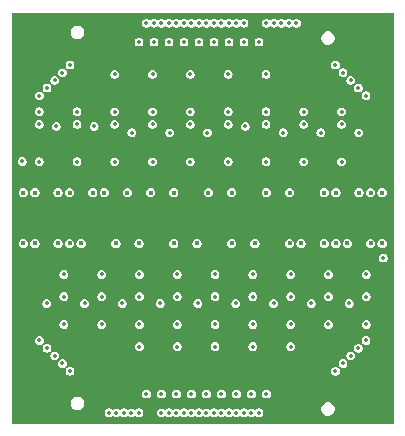
<source format=gbr>
%TF.GenerationSoftware,KiCad,Pcbnew,9.0.6*%
%TF.CreationDate,2025-11-12T11:45:24+01:00*%
%TF.ProjectId,S13552_64Ch_Adapter_BGA2803_V2,53313335-3532-45f3-9634-43685f416461,1*%
%TF.SameCoordinates,Original*%
%TF.FileFunction,Copper,L6,Inr*%
%TF.FilePolarity,Positive*%
%FSLAX46Y46*%
G04 Gerber Fmt 4.6, Leading zero omitted, Abs format (unit mm)*
G04 Created by KiCad (PCBNEW 9.0.6) date 2025-11-12 11:45:24*
%MOMM*%
%LPD*%
G01*
G04 APERTURE LIST*
%TA.AperFunction,ComponentPad*%
%ADD10O,3.000000X2.600000*%
%TD*%
%TA.AperFunction,ViaPad*%
%ADD11C,0.400000*%
%TD*%
%TA.AperFunction,ViaPad*%
%ADD12C,0.350000*%
%TD*%
G04 APERTURE END LIST*
D10*
%TO.N,GND*%
%TO.C,H102*%
X86340000Y-45167114D03*
%TD*%
%TO.N,GND*%
%TO.C,H104*%
X114879999Y-76167098D03*
%TD*%
%TO.N,GND*%
%TO.C,H103*%
X86340000Y-76167098D03*
%TD*%
%TO.N,GND*%
%TO.C,H101*%
X114880000Y-45167114D03*
%TD*%
D11*
%TO.N,Ch_6*%
X113840000Y-58517107D03*
%TO.N,Ch_22*%
X106000000Y-58517107D03*
%TO.N,Ch_11*%
X110900000Y-62817107D03*
%TO.N,Ch_10*%
X111880000Y-58517107D03*
%TO.N,Ch_62*%
X86400000Y-58517107D03*
%TO.N,Ch_43*%
X95220000Y-62817107D03*
%TO.N,Ch_64*%
X85420000Y-58517107D03*
%TO.N,Ch_52*%
X91300000Y-58517107D03*
%TO.N,Ch_18*%
X107960000Y-58517107D03*
%TO.N,Ch_23*%
X105020000Y-62817107D03*
%TO.N,Ch_32*%
X101100000Y-58517107D03*
%TO.N,Ch_37*%
X98160000Y-62817107D03*
%TO.N,Ch_46*%
X94240000Y-58517107D03*
%TO.N,Ch_3*%
X114820000Y-62817107D03*
%TO.N,Ch_1*%
X115800000Y-62817107D03*
%TO.N,Ch_27*%
X103060000Y-62817107D03*
%TO.N,Ch_9*%
X111880000Y-62817107D03*
%TO.N,Ch_7*%
X112860000Y-62817107D03*
%TO.N,Ch_61*%
X86400000Y-62817107D03*
%TO.N,Ch_4*%
X114820000Y-58517107D03*
%TO.N,Ch_12*%
X110900000Y-58517107D03*
%TO.N,Ch_58*%
X88360000Y-58517107D03*
%TO.N,Ch_38*%
X98160000Y-58517107D03*
%TO.N,Ch_55*%
X89340000Y-62817107D03*
%TO.N,Ch_53*%
X90320000Y-62817107D03*
%TO.N,Ch_56*%
X89340000Y-58517107D03*
%TO.N,Ch_50*%
X92280000Y-58517107D03*
%TO.N,Ch_47*%
X93260000Y-62817107D03*
%TO.N,Ch_57*%
X88360000Y-62817107D03*
%TO.N,Ch_17*%
X107960000Y-62817107D03*
%TO.N,Ch_42*%
X96200000Y-58517107D03*
%TO.N,Ch_63*%
X85420000Y-62817107D03*
%TO.N,Ch_33*%
X100120000Y-62817107D03*
%TO.N,Ch_2*%
X115800000Y-58517107D03*
%TO.N,Ch_15*%
X108940000Y-62817107D03*
%TO.N,Ch_28*%
X103060000Y-58517107D03*
D12*
%TO.N,GND*%
X113500000Y-50737107D03*
X116245052Y-49407518D03*
X93110000Y-57267107D03*
X87400590Y-48327696D03*
X90119479Y-48286586D03*
X97590000Y-50597107D03*
X100530000Y-54507107D03*
X115560000Y-53057107D03*
X91402500Y-75567098D03*
X116210000Y-50747107D03*
X93860000Y-63727107D03*
X88100000Y-77417107D03*
X109817500Y-44167114D03*
X113410000Y-54517107D03*
X115484651Y-70734635D03*
X91890000Y-68487107D03*
X87380000Y-74377107D03*
X85670000Y-51667107D03*
X86741204Y-72112619D03*
X85130000Y-73297107D03*
X101610000Y-57227107D03*
X88270000Y-75137107D03*
X85680000Y-64847107D03*
X115540000Y-55987107D03*
X102900000Y-57447107D03*
X108510000Y-57157107D03*
X85060000Y-67327107D03*
X85680000Y-70580000D03*
X112070000Y-70077107D03*
X93630000Y-73367107D03*
X110420000Y-57397107D03*
X111840000Y-49017107D03*
X113229547Y-46495772D03*
X110710000Y-47797107D03*
X92037500Y-44167114D03*
X110210000Y-54547107D03*
X91090000Y-66017107D03*
X84940000Y-46887107D03*
X92037500Y-77167098D03*
X115800000Y-68497107D03*
X94210000Y-54457107D03*
X115560000Y-51050000D03*
X91450000Y-57397107D03*
X113170641Y-47678926D03*
X109817500Y-77167098D03*
X111920000Y-56797107D03*
X115116952Y-71708968D03*
X116170000Y-52250000D03*
X115790000Y-65837107D03*
X114600000Y-72767107D03*
X114468181Y-48976466D03*
X88710000Y-68537107D03*
X92037500Y-45767114D03*
X86530000Y-57307107D03*
X109182500Y-77167098D03*
X110230000Y-66027107D03*
X95980000Y-47057107D03*
X115790000Y-67147107D03*
X88049360Y-47678926D03*
X115116952Y-49625237D03*
X114500000Y-68527107D03*
X97400000Y-54577107D03*
X114320000Y-47477107D03*
X93307500Y-75567098D03*
X115460000Y-69507107D03*
X90630000Y-47477107D03*
X113819411Y-73006509D03*
X112521870Y-47030155D03*
X97420000Y-65967107D03*
X85030000Y-71477107D03*
X91150000Y-74142114D03*
X85430000Y-53077107D03*
X115200000Y-57207107D03*
X116380000Y-72910000D03*
X113170641Y-73655279D03*
X86103049Y-49625237D03*
X103810000Y-66007107D03*
X109010000Y-63637107D03*
X111190000Y-68557107D03*
X90367505Y-73262144D03*
X85550000Y-52357107D03*
X100600000Y-65977107D03*
X113430000Y-66057107D03*
X110660000Y-73807107D03*
X115490000Y-48297107D03*
X112990000Y-77370000D03*
X91402500Y-44167114D03*
X89660000Y-57517107D03*
X115008007Y-73973872D03*
X85100000Y-48077107D03*
X85570000Y-72467107D03*
X104810000Y-72737107D03*
X91402500Y-77167098D03*
X107060000Y-65947107D03*
X87860000Y-70797107D03*
X88698130Y-74304050D03*
X87740000Y-54507107D03*
X101560000Y-72717107D03*
X85590000Y-68227107D03*
X92672500Y-75567098D03*
X109182500Y-75567098D03*
X93942500Y-45767114D03*
X108800000Y-73257107D03*
X103770000Y-54517107D03*
X87400589Y-73006509D03*
X91010000Y-70917107D03*
X103890000Y-50087107D03*
X116090000Y-53957107D03*
X86110000Y-47167107D03*
X90950000Y-54467107D03*
X94250000Y-50507107D03*
X96330000Y-57267107D03*
X86751820Y-48976466D03*
X109817500Y-45767114D03*
X85040000Y-63957107D03*
X99620000Y-57247107D03*
X112521870Y-74304050D03*
X108547500Y-45767114D03*
X115530000Y-54947107D03*
X88049359Y-73655279D03*
X97980000Y-57337107D03*
X107030000Y-54487107D03*
X107420000Y-57437107D03*
X113819411Y-48327696D03*
X86103048Y-71708968D03*
X110560000Y-46617107D03*
X110390000Y-71507107D03*
X85670000Y-50747107D03*
X85030000Y-70197107D03*
X94505991Y-57405039D03*
X116300000Y-46647107D03*
X88698131Y-47030155D03*
X110320000Y-50587107D03*
X86700000Y-73707107D03*
X88330000Y-57317107D03*
X107110000Y-49817107D03*
X85600000Y-66557107D03*
X116040000Y-57447107D03*
X94240000Y-65967107D03*
X113060000Y-63747107D03*
X109182500Y-45767114D03*
X94350000Y-70287107D03*
X97270000Y-70307107D03*
X116290000Y-47607107D03*
X109182500Y-44167114D03*
X85010000Y-68877107D03*
X99600000Y-63667107D03*
X99010000Y-72317107D03*
X92520000Y-72787107D03*
X103100000Y-63657107D03*
X85100000Y-65777107D03*
X87860000Y-66067107D03*
X92037500Y-75567098D03*
X96482500Y-77167098D03*
X107912500Y-45767114D03*
X90810000Y-52872809D03*
X87610001Y-52872810D03*
X92672500Y-45767114D03*
X93942500Y-75567098D03*
X104737500Y-44167114D03*
X93307500Y-45767114D03*
X108547500Y-75567098D03*
X106007500Y-77167098D03*
X95847500Y-77167098D03*
X95212500Y-44167114D03*
X105372500Y-44167114D03*
X94577500Y-75567098D03*
X107912500Y-75567098D03*
X106642500Y-45767114D03*
X106642500Y-75567098D03*
X94577500Y-45767114D03*
X107277500Y-75567098D03*
X107277500Y-45767114D03*
%TO.N,+3V3*%
X114455000Y-65442107D03*
X106007500Y-44167114D03*
X86765000Y-55892107D03*
X95255000Y-69672107D03*
X109165000Y-51662107D03*
X106642500Y-44167114D03*
X93165000Y-55892107D03*
X101655000Y-65442107D03*
X89965000Y-55892107D03*
X111255000Y-69672107D03*
X109165000Y-55892107D03*
X114455000Y-69672107D03*
X108055000Y-65442107D03*
X107277500Y-44167114D03*
X99565000Y-55892107D03*
X94577500Y-77167098D03*
X93307500Y-77167098D03*
X98455000Y-65442107D03*
X104855000Y-69672107D03*
X92055000Y-65442107D03*
X112365000Y-51662107D03*
X93942500Y-77167098D03*
X99565000Y-51662107D03*
X88855000Y-69672107D03*
X92672500Y-77167098D03*
X93165000Y-51662107D03*
X105965000Y-55892107D03*
X95212500Y-77167098D03*
X98455000Y-69672107D03*
X102765000Y-55892107D03*
X108055000Y-69672107D03*
X88855000Y-65442107D03*
X92055000Y-69672107D03*
X107912500Y-44167114D03*
X111255000Y-65442107D03*
X96365000Y-55892107D03*
X102765000Y-51662107D03*
X86765000Y-51662107D03*
X101655000Y-69672107D03*
X104855000Y-65442107D03*
X112365000Y-55892107D03*
X108547500Y-44167114D03*
X95255000Y-65442107D03*
X105965000Y-51662107D03*
X89965000Y-51662107D03*
X96365000Y-51662107D03*
%TO.N,+1V1*%
X95255000Y-71544214D03*
X99565000Y-52724214D03*
X102765000Y-52724214D03*
X93165000Y-48494214D03*
X112491819Y-72976457D03*
X114438130Y-71030146D03*
X101655000Y-71544214D03*
X108055000Y-71544214D03*
X87430642Y-49655288D03*
X111843048Y-47708977D03*
X92055000Y-67314214D03*
X111843048Y-73625228D03*
X98455000Y-67314214D03*
X113789359Y-71678917D03*
X86781871Y-50304059D03*
X88079411Y-72327687D03*
X96365000Y-52724214D03*
X113140589Y-49006518D03*
X89376953Y-47708977D03*
X104855000Y-71544214D03*
X86765000Y-52724214D03*
X99565000Y-48494214D03*
X89376952Y-73625228D03*
X105965000Y-48494214D03*
X98455000Y-71544214D03*
X86781870Y-71030146D03*
X88728181Y-72976457D03*
X101655000Y-67314214D03*
X113789359Y-49655288D03*
X114455000Y-67314214D03*
X113140589Y-72327687D03*
X109165000Y-52724214D03*
X88079412Y-49006518D03*
X88728182Y-48357748D03*
X93165000Y-52724214D03*
X114438130Y-50304059D03*
X102765000Y-48494214D03*
X89965000Y-52724214D03*
X96365000Y-48494214D03*
X105965000Y-52724214D03*
X88855000Y-67314214D03*
X95255000Y-67314214D03*
X111255000Y-67314214D03*
X112365000Y-52724214D03*
X87430641Y-71678917D03*
X112491819Y-48357748D03*
X104855000Y-67314214D03*
X108055000Y-67314214D03*
%TO.N,Net-(C1-Pad1)*%
X115897107Y-64054214D03*
%TO.N,Net-(C2-Pad1)*%
X85327107Y-55874214D03*
%TO.N,out_Ch_50*%
X97752500Y-45767114D03*
X94615000Y-53442107D03*
%TO.N,out_Ch_62*%
X88215000Y-52902107D03*
X95212500Y-45767114D03*
%TO.N,out_Ch_56*%
X91415000Y-52902107D03*
X96482500Y-45767114D03*
%TO.N,out_Ch_48*%
X97117500Y-44167114D03*
%TO.N,out_Ch_42*%
X97815000Y-53442107D03*
X99022500Y-45767114D03*
%TO.N,out_Ch_32*%
X101015000Y-53442107D03*
X100292500Y-45767114D03*
%TO.N,out_Ch_22*%
X101562500Y-45767114D03*
X104215000Y-52902107D03*
%TO.N,out_Ch_12*%
X102832500Y-45767114D03*
X107415000Y-53442107D03*
%TO.N,out_Ch_6*%
X110615000Y-53442107D03*
X104102500Y-45767114D03*
%TO.N,out_Ch_2*%
X105372500Y-45767114D03*
X113815000Y-53442107D03*
%TO.N,out_Ch_40*%
X98387500Y-44167114D03*
%TO.N,out_Ch_34*%
X99657500Y-44167114D03*
%TO.N,out_Ch_26*%
X100927500Y-44167114D03*
%TO.N,out_Ch_20*%
X102197500Y-44167114D03*
%TO.N,out_Ch_60*%
X95847500Y-44167114D03*
%TO.N,out_Ch_54*%
X96482500Y-44167114D03*
%TO.N,out_Ch_8*%
X104102500Y-44167114D03*
%TO.N,out_Ch_44*%
X97752500Y-44167114D03*
%TO.N,out_Ch_36*%
X99022500Y-44167114D03*
%TO.N,out_Ch_30*%
X100292500Y-44167114D03*
%TO.N,out_Ch_24*%
X101562500Y-44167114D03*
%TO.N,out_Ch_16*%
X102832500Y-44167114D03*
%TO.N,out_Ch_14*%
X103467500Y-44167114D03*
%TO.N,out_Ch_13*%
X104737500Y-77167098D03*
%TO.N,out_Ch_19*%
X104102500Y-77167098D03*
%TO.N,out_Ch_25*%
X102832500Y-77167098D03*
%TO.N,out_Ch_35*%
X100927500Y-77167098D03*
%TO.N,out_Ch_51*%
X97752500Y-77167098D03*
%TO.N,out_Ch_5*%
X105372500Y-77167098D03*
%TO.N,out_Ch_45*%
X99022500Y-77167098D03*
%TO.N,out_Ch_41*%
X99657500Y-77167098D03*
%TO.N,out_Ch_49*%
X98387500Y-77167098D03*
%TO.N,out_Ch_29*%
X102197500Y-77167098D03*
%TO.N,out_Ch_39*%
X100292500Y-77167098D03*
%TO.N,out_Ch_21*%
X103467500Y-77167098D03*
%TO.N,out_Ch_59*%
X97117500Y-77167098D03*
%TO.N,out_Ch_31*%
X101562500Y-77167098D03*
%TO.N,out_Ch_63*%
X95847500Y-75567098D03*
X87405000Y-67892107D03*
%TO.N,out_Ch_23*%
X102197500Y-75567098D03*
X103405000Y-67892107D03*
%TO.N,out_Ch_43*%
X99657500Y-75567098D03*
X97005000Y-67892107D03*
%TO.N,out_Ch_15*%
X103467500Y-75567098D03*
X106605000Y-67892107D03*
%TO.N,out_Ch_53*%
X93805000Y-67892107D03*
X98387500Y-75567098D03*
%TO.N,out_Ch_9*%
X109805000Y-67892107D03*
X104737500Y-75567098D03*
%TO.N,out_Ch_3*%
X113005000Y-67892107D03*
X106007500Y-75567098D03*
%TO.N,out_Ch_57*%
X90605000Y-67892107D03*
X97117500Y-75567098D03*
%TO.N,out_Ch_33*%
X100927500Y-75567098D03*
X100205000Y-67892107D03*
%TD*%
%TA.AperFunction,Conductor*%
%TO.N,GND*%
G36*
X116765148Y-43281959D02*
G01*
X116779500Y-43316607D01*
X116779500Y-78017598D01*
X116765148Y-78052246D01*
X116730500Y-78066598D01*
X84489500Y-78066598D01*
X84454852Y-78052246D01*
X84440500Y-78017598D01*
X84440500Y-77117660D01*
X92297000Y-77117660D01*
X92297000Y-77216535D01*
X92322589Y-77312034D01*
X92322590Y-77312038D01*
X92358006Y-77373379D01*
X92372025Y-77397660D01*
X92441938Y-77467573D01*
X92473276Y-77485666D01*
X92527559Y-77517007D01*
X92527561Y-77517007D01*
X92527562Y-77517008D01*
X92551437Y-77523405D01*
X92623062Y-77542598D01*
X92623065Y-77542598D01*
X92721937Y-77542598D01*
X92769686Y-77529803D01*
X92817438Y-77517008D01*
X92903062Y-77467573D01*
X92955352Y-77415283D01*
X92990000Y-77400931D01*
X93024648Y-77415283D01*
X93076938Y-77467573D01*
X93108276Y-77485666D01*
X93162559Y-77517007D01*
X93162561Y-77517007D01*
X93162562Y-77517008D01*
X93186437Y-77523405D01*
X93258062Y-77542598D01*
X93258065Y-77542598D01*
X93356937Y-77542598D01*
X93404686Y-77529803D01*
X93452438Y-77517008D01*
X93538062Y-77467573D01*
X93590352Y-77415283D01*
X93625000Y-77400931D01*
X93659648Y-77415283D01*
X93711938Y-77467573D01*
X93743276Y-77485666D01*
X93797559Y-77517007D01*
X93797561Y-77517007D01*
X93797562Y-77517008D01*
X93821437Y-77523405D01*
X93893062Y-77542598D01*
X93893065Y-77542598D01*
X93991937Y-77542598D01*
X94039686Y-77529803D01*
X94087438Y-77517008D01*
X94173062Y-77467573D01*
X94225352Y-77415283D01*
X94260000Y-77400931D01*
X94294648Y-77415283D01*
X94346938Y-77467573D01*
X94378276Y-77485666D01*
X94432559Y-77517007D01*
X94432561Y-77517007D01*
X94432562Y-77517008D01*
X94456437Y-77523405D01*
X94528062Y-77542598D01*
X94528065Y-77542598D01*
X94626937Y-77542598D01*
X94674686Y-77529803D01*
X94722438Y-77517008D01*
X94808062Y-77467573D01*
X94860352Y-77415283D01*
X94895000Y-77400931D01*
X94929648Y-77415283D01*
X94981938Y-77467573D01*
X95013276Y-77485666D01*
X95067559Y-77517007D01*
X95067561Y-77517007D01*
X95067562Y-77517008D01*
X95091437Y-77523405D01*
X95163062Y-77542598D01*
X95163065Y-77542598D01*
X95261937Y-77542598D01*
X95309686Y-77529803D01*
X95357438Y-77517008D01*
X95443062Y-77467573D01*
X95512975Y-77397660D01*
X95562410Y-77312036D01*
X95575205Y-77264284D01*
X95588000Y-77216535D01*
X95588000Y-77117660D01*
X96742000Y-77117660D01*
X96742000Y-77216535D01*
X96767589Y-77312034D01*
X96767590Y-77312038D01*
X96803006Y-77373379D01*
X96817025Y-77397660D01*
X96886938Y-77467573D01*
X96918276Y-77485666D01*
X96972559Y-77517007D01*
X96972561Y-77517007D01*
X96972562Y-77517008D01*
X96996437Y-77523405D01*
X97068062Y-77542598D01*
X97068065Y-77542598D01*
X97166937Y-77542598D01*
X97214686Y-77529803D01*
X97262438Y-77517008D01*
X97348062Y-77467573D01*
X97400352Y-77415283D01*
X97435000Y-77400931D01*
X97469648Y-77415283D01*
X97521938Y-77467573D01*
X97553276Y-77485666D01*
X97607559Y-77517007D01*
X97607561Y-77517007D01*
X97607562Y-77517008D01*
X97631437Y-77523405D01*
X97703062Y-77542598D01*
X97703065Y-77542598D01*
X97801937Y-77542598D01*
X97849686Y-77529803D01*
X97897438Y-77517008D01*
X97983062Y-77467573D01*
X98035352Y-77415283D01*
X98070000Y-77400931D01*
X98104648Y-77415283D01*
X98156938Y-77467573D01*
X98188276Y-77485666D01*
X98242559Y-77517007D01*
X98242561Y-77517007D01*
X98242562Y-77517008D01*
X98266437Y-77523405D01*
X98338062Y-77542598D01*
X98338065Y-77542598D01*
X98436937Y-77542598D01*
X98484686Y-77529803D01*
X98532438Y-77517008D01*
X98618062Y-77467573D01*
X98670352Y-77415283D01*
X98705000Y-77400931D01*
X98739648Y-77415283D01*
X98791938Y-77467573D01*
X98823276Y-77485666D01*
X98877559Y-77517007D01*
X98877561Y-77517007D01*
X98877562Y-77517008D01*
X98901437Y-77523405D01*
X98973062Y-77542598D01*
X98973065Y-77542598D01*
X99071937Y-77542598D01*
X99119686Y-77529803D01*
X99167438Y-77517008D01*
X99253062Y-77467573D01*
X99305352Y-77415283D01*
X99340000Y-77400931D01*
X99374648Y-77415283D01*
X99426938Y-77467573D01*
X99458276Y-77485666D01*
X99512559Y-77517007D01*
X99512561Y-77517007D01*
X99512562Y-77517008D01*
X99536437Y-77523405D01*
X99608062Y-77542598D01*
X99608065Y-77542598D01*
X99706937Y-77542598D01*
X99754686Y-77529803D01*
X99802438Y-77517008D01*
X99888062Y-77467573D01*
X99940352Y-77415283D01*
X99975000Y-77400931D01*
X100009648Y-77415283D01*
X100061938Y-77467573D01*
X100093276Y-77485666D01*
X100147559Y-77517007D01*
X100147561Y-77517007D01*
X100147562Y-77517008D01*
X100171437Y-77523405D01*
X100243062Y-77542598D01*
X100243065Y-77542598D01*
X100341937Y-77542598D01*
X100389686Y-77529803D01*
X100437438Y-77517008D01*
X100523062Y-77467573D01*
X100575352Y-77415283D01*
X100610000Y-77400931D01*
X100644648Y-77415283D01*
X100696938Y-77467573D01*
X100728276Y-77485666D01*
X100782559Y-77517007D01*
X100782561Y-77517007D01*
X100782562Y-77517008D01*
X100806437Y-77523405D01*
X100878062Y-77542598D01*
X100878065Y-77542598D01*
X100976937Y-77542598D01*
X101024686Y-77529803D01*
X101072438Y-77517008D01*
X101158062Y-77467573D01*
X101210352Y-77415283D01*
X101245000Y-77400931D01*
X101279648Y-77415283D01*
X101331938Y-77467573D01*
X101363276Y-77485666D01*
X101417559Y-77517007D01*
X101417561Y-77517007D01*
X101417562Y-77517008D01*
X101441437Y-77523405D01*
X101513062Y-77542598D01*
X101513065Y-77542598D01*
X101611937Y-77542598D01*
X101659686Y-77529803D01*
X101707438Y-77517008D01*
X101793062Y-77467573D01*
X101845352Y-77415283D01*
X101880000Y-77400931D01*
X101914648Y-77415283D01*
X101966938Y-77467573D01*
X101998276Y-77485666D01*
X102052559Y-77517007D01*
X102052561Y-77517007D01*
X102052562Y-77517008D01*
X102076437Y-77523405D01*
X102148062Y-77542598D01*
X102148065Y-77542598D01*
X102246937Y-77542598D01*
X102294686Y-77529803D01*
X102342438Y-77517008D01*
X102428062Y-77467573D01*
X102480352Y-77415283D01*
X102515000Y-77400931D01*
X102549648Y-77415283D01*
X102601938Y-77467573D01*
X102633276Y-77485666D01*
X102687559Y-77517007D01*
X102687561Y-77517007D01*
X102687562Y-77517008D01*
X102711437Y-77523405D01*
X102783062Y-77542598D01*
X102783065Y-77542598D01*
X102881937Y-77542598D01*
X102929686Y-77529803D01*
X102977438Y-77517008D01*
X103063062Y-77467573D01*
X103115352Y-77415283D01*
X103150000Y-77400931D01*
X103184648Y-77415283D01*
X103236938Y-77467573D01*
X103268276Y-77485666D01*
X103322559Y-77517007D01*
X103322561Y-77517007D01*
X103322562Y-77517008D01*
X103346437Y-77523405D01*
X103418062Y-77542598D01*
X103418065Y-77542598D01*
X103516937Y-77542598D01*
X103564686Y-77529803D01*
X103612438Y-77517008D01*
X103698062Y-77467573D01*
X103750352Y-77415283D01*
X103785000Y-77400931D01*
X103819648Y-77415283D01*
X103871938Y-77467573D01*
X103903276Y-77485666D01*
X103957559Y-77517007D01*
X103957561Y-77517007D01*
X103957562Y-77517008D01*
X103981437Y-77523405D01*
X104053062Y-77542598D01*
X104053065Y-77542598D01*
X104151937Y-77542598D01*
X104199686Y-77529803D01*
X104247438Y-77517008D01*
X104333062Y-77467573D01*
X104385352Y-77415283D01*
X104420000Y-77400931D01*
X104454648Y-77415283D01*
X104506938Y-77467573D01*
X104538276Y-77485666D01*
X104592559Y-77517007D01*
X104592561Y-77517007D01*
X104592562Y-77517008D01*
X104616437Y-77523405D01*
X104688062Y-77542598D01*
X104688065Y-77542598D01*
X104786937Y-77542598D01*
X104834686Y-77529803D01*
X104882438Y-77517008D01*
X104968062Y-77467573D01*
X105020352Y-77415283D01*
X105055000Y-77400931D01*
X105089648Y-77415283D01*
X105141938Y-77467573D01*
X105173276Y-77485666D01*
X105227559Y-77517007D01*
X105227561Y-77517007D01*
X105227562Y-77517008D01*
X105251437Y-77523405D01*
X105323062Y-77542598D01*
X105323065Y-77542598D01*
X105421937Y-77542598D01*
X105469686Y-77529803D01*
X105517438Y-77517008D01*
X105603062Y-77467573D01*
X105672975Y-77397660D01*
X105722410Y-77312036D01*
X105735205Y-77264284D01*
X105748000Y-77216535D01*
X105748000Y-77117660D01*
X105722410Y-77022161D01*
X105722409Y-77022157D01*
X105672974Y-76936535D01*
X105603062Y-76866623D01*
X105517440Y-76817188D01*
X105517436Y-76817187D01*
X105473633Y-76805450D01*
X105421938Y-76791598D01*
X105421935Y-76791598D01*
X105323065Y-76791598D01*
X105323062Y-76791598D01*
X105227563Y-76817187D01*
X105227559Y-76817188D01*
X105141937Y-76866623D01*
X105141937Y-76866624D01*
X105089648Y-76918913D01*
X105055000Y-76933265D01*
X105020352Y-76918913D01*
X104968062Y-76866623D01*
X104882440Y-76817188D01*
X104882436Y-76817187D01*
X104786938Y-76791598D01*
X104786935Y-76791598D01*
X104688065Y-76791598D01*
X104688062Y-76791598D01*
X104592563Y-76817187D01*
X104592559Y-76817188D01*
X104506937Y-76866623D01*
X104506937Y-76866624D01*
X104454648Y-76918913D01*
X104420000Y-76933265D01*
X104385352Y-76918913D01*
X104333062Y-76866623D01*
X104247440Y-76817188D01*
X104247436Y-76817187D01*
X104151938Y-76791598D01*
X104151935Y-76791598D01*
X104053065Y-76791598D01*
X104053062Y-76791598D01*
X103957563Y-76817187D01*
X103957559Y-76817188D01*
X103871937Y-76866623D01*
X103871937Y-76866624D01*
X103819648Y-76918913D01*
X103785000Y-76933265D01*
X103750352Y-76918913D01*
X103698062Y-76866623D01*
X103612440Y-76817188D01*
X103612436Y-76817187D01*
X103516938Y-76791598D01*
X103516935Y-76791598D01*
X103418065Y-76791598D01*
X103418062Y-76791598D01*
X103322563Y-76817187D01*
X103322559Y-76817188D01*
X103236937Y-76866623D01*
X103236937Y-76866624D01*
X103184648Y-76918913D01*
X103150000Y-76933265D01*
X103115352Y-76918913D01*
X103063062Y-76866623D01*
X102977440Y-76817188D01*
X102977436Y-76817187D01*
X102881938Y-76791598D01*
X102881935Y-76791598D01*
X102783065Y-76791598D01*
X102783062Y-76791598D01*
X102687563Y-76817187D01*
X102687559Y-76817188D01*
X102601937Y-76866623D01*
X102601937Y-76866624D01*
X102549648Y-76918913D01*
X102515000Y-76933265D01*
X102480352Y-76918913D01*
X102428062Y-76866623D01*
X102342440Y-76817188D01*
X102342436Y-76817187D01*
X102246938Y-76791598D01*
X102246935Y-76791598D01*
X102148065Y-76791598D01*
X102148062Y-76791598D01*
X102052563Y-76817187D01*
X102052559Y-76817188D01*
X101966937Y-76866623D01*
X101966937Y-76866624D01*
X101914648Y-76918913D01*
X101880000Y-76933265D01*
X101845352Y-76918913D01*
X101793062Y-76866623D01*
X101707440Y-76817188D01*
X101707436Y-76817187D01*
X101611938Y-76791598D01*
X101611935Y-76791598D01*
X101513065Y-76791598D01*
X101513062Y-76791598D01*
X101417563Y-76817187D01*
X101417559Y-76817188D01*
X101331937Y-76866623D01*
X101331937Y-76866624D01*
X101279648Y-76918913D01*
X101245000Y-76933265D01*
X101210352Y-76918913D01*
X101158062Y-76866623D01*
X101072440Y-76817188D01*
X101072436Y-76817187D01*
X100976938Y-76791598D01*
X100976935Y-76791598D01*
X100878065Y-76791598D01*
X100878062Y-76791598D01*
X100782563Y-76817187D01*
X100782559Y-76817188D01*
X100696937Y-76866623D01*
X100696937Y-76866624D01*
X100644648Y-76918913D01*
X100610000Y-76933265D01*
X100575352Y-76918913D01*
X100523062Y-76866623D01*
X100437440Y-76817188D01*
X100437436Y-76817187D01*
X100341938Y-76791598D01*
X100341935Y-76791598D01*
X100243065Y-76791598D01*
X100243062Y-76791598D01*
X100147563Y-76817187D01*
X100147559Y-76817188D01*
X100061937Y-76866623D01*
X100061937Y-76866624D01*
X100009648Y-76918913D01*
X99975000Y-76933265D01*
X99940352Y-76918913D01*
X99888062Y-76866623D01*
X99802440Y-76817188D01*
X99802436Y-76817187D01*
X99706938Y-76791598D01*
X99706935Y-76791598D01*
X99608065Y-76791598D01*
X99608062Y-76791598D01*
X99512563Y-76817187D01*
X99512559Y-76817188D01*
X99426937Y-76866623D01*
X99426937Y-76866624D01*
X99374648Y-76918913D01*
X99340000Y-76933265D01*
X99305352Y-76918913D01*
X99253062Y-76866623D01*
X99167440Y-76817188D01*
X99167436Y-76817187D01*
X99071938Y-76791598D01*
X99071935Y-76791598D01*
X98973065Y-76791598D01*
X98973062Y-76791598D01*
X98877563Y-76817187D01*
X98877559Y-76817188D01*
X98791937Y-76866623D01*
X98791937Y-76866624D01*
X98739648Y-76918913D01*
X98705000Y-76933265D01*
X98670352Y-76918913D01*
X98618062Y-76866623D01*
X98532440Y-76817188D01*
X98532436Y-76817187D01*
X98436938Y-76791598D01*
X98436935Y-76791598D01*
X98338065Y-76791598D01*
X98338062Y-76791598D01*
X98242563Y-76817187D01*
X98242559Y-76817188D01*
X98156937Y-76866623D01*
X98156937Y-76866624D01*
X98104648Y-76918913D01*
X98070000Y-76933265D01*
X98035352Y-76918913D01*
X97983062Y-76866623D01*
X97897440Y-76817188D01*
X97897436Y-76817187D01*
X97801938Y-76791598D01*
X97801935Y-76791598D01*
X97703065Y-76791598D01*
X97703062Y-76791598D01*
X97607563Y-76817187D01*
X97607559Y-76817188D01*
X97521937Y-76866623D01*
X97521937Y-76866624D01*
X97469648Y-76918913D01*
X97435000Y-76933265D01*
X97400352Y-76918913D01*
X97348062Y-76866623D01*
X97262440Y-76817188D01*
X97262436Y-76817187D01*
X97166938Y-76791598D01*
X97166935Y-76791598D01*
X97068065Y-76791598D01*
X97068062Y-76791598D01*
X96972563Y-76817187D01*
X96972559Y-76817188D01*
X96886937Y-76866623D01*
X96886937Y-76866624D01*
X96817026Y-76936535D01*
X96817025Y-76936535D01*
X96767590Y-77022157D01*
X96767589Y-77022161D01*
X96742000Y-77117660D01*
X95588000Y-77117660D01*
X95562410Y-77022161D01*
X95562409Y-77022157D01*
X95512974Y-76936535D01*
X95443062Y-76866623D01*
X95357440Y-76817188D01*
X95357436Y-76817187D01*
X95261938Y-76791598D01*
X95261935Y-76791598D01*
X95163065Y-76791598D01*
X95163062Y-76791598D01*
X95067563Y-76817187D01*
X95067559Y-76817188D01*
X94981937Y-76866623D01*
X94981937Y-76866624D01*
X94929648Y-76918913D01*
X94895000Y-76933265D01*
X94860352Y-76918913D01*
X94808062Y-76866623D01*
X94722440Y-76817188D01*
X94722436Y-76817187D01*
X94626938Y-76791598D01*
X94626935Y-76791598D01*
X94528065Y-76791598D01*
X94528062Y-76791598D01*
X94432563Y-76817187D01*
X94432559Y-76817188D01*
X94346937Y-76866623D01*
X94346937Y-76866624D01*
X94294648Y-76918913D01*
X94260000Y-76933265D01*
X94225352Y-76918913D01*
X94173062Y-76866623D01*
X94087440Y-76817188D01*
X94087436Y-76817187D01*
X93991938Y-76791598D01*
X93991935Y-76791598D01*
X93893065Y-76791598D01*
X93893062Y-76791598D01*
X93797563Y-76817187D01*
X93797559Y-76817188D01*
X93711937Y-76866623D01*
X93711937Y-76866624D01*
X93659648Y-76918913D01*
X93625000Y-76933265D01*
X93590352Y-76918913D01*
X93538062Y-76866623D01*
X93452440Y-76817188D01*
X93452436Y-76817187D01*
X93356938Y-76791598D01*
X93356935Y-76791598D01*
X93258065Y-76791598D01*
X93258062Y-76791598D01*
X93162563Y-76817187D01*
X93162559Y-76817188D01*
X93076937Y-76866623D01*
X93076937Y-76866624D01*
X93024648Y-76918913D01*
X92990000Y-76933265D01*
X92955352Y-76918913D01*
X92903062Y-76866623D01*
X92817440Y-76817188D01*
X92817436Y-76817187D01*
X92721938Y-76791598D01*
X92721935Y-76791598D01*
X92623065Y-76791598D01*
X92623062Y-76791598D01*
X92527563Y-76817187D01*
X92527559Y-76817188D01*
X92441937Y-76866623D01*
X92441937Y-76866624D01*
X92372026Y-76936535D01*
X92372025Y-76936535D01*
X92322590Y-77022157D01*
X92322589Y-77022161D01*
X92297000Y-77117660D01*
X84440500Y-77117660D01*
X84440500Y-76291328D01*
X89424500Y-76291328D01*
X89424500Y-76442867D01*
X89463718Y-76589231D01*
X89463719Y-76589235D01*
X89539485Y-76720463D01*
X89646635Y-76827613D01*
X89694666Y-76855344D01*
X89777862Y-76903378D01*
X89777864Y-76903378D01*
X89777865Y-76903379D01*
X89889402Y-76933265D01*
X89924230Y-76942597D01*
X89924231Y-76942598D01*
X89924234Y-76942598D01*
X90075769Y-76942598D01*
X90075769Y-76942597D01*
X90222135Y-76903379D01*
X90353365Y-76827613D01*
X90419650Y-76761328D01*
X110644500Y-76761328D01*
X110644500Y-76912867D01*
X110683718Y-77059231D01*
X110683719Y-77059235D01*
X110759485Y-77190463D01*
X110866635Y-77297613D01*
X110891620Y-77312038D01*
X110997862Y-77373378D01*
X110997864Y-77373378D01*
X110997865Y-77373379D01*
X111088484Y-77397660D01*
X111144230Y-77412597D01*
X111144231Y-77412598D01*
X111144234Y-77412598D01*
X111295769Y-77412598D01*
X111295769Y-77412597D01*
X111442135Y-77373379D01*
X111451156Y-77368171D01*
X111459718Y-77363227D01*
X111573365Y-77297613D01*
X111680515Y-77190463D01*
X111756281Y-77059233D01*
X111795499Y-76912867D01*
X111795500Y-76912867D01*
X111795500Y-76761329D01*
X111795499Y-76761328D01*
X111756281Y-76614964D01*
X111756280Y-76614960D01*
X111680514Y-76483732D01*
X111573365Y-76376583D01*
X111442137Y-76300817D01*
X111442133Y-76300816D01*
X111295769Y-76261598D01*
X111295766Y-76261598D01*
X111144234Y-76261598D01*
X111144231Y-76261598D01*
X110997866Y-76300816D01*
X110997862Y-76300817D01*
X110866634Y-76376583D01*
X110866634Y-76376584D01*
X110759486Y-76483732D01*
X110759485Y-76483732D01*
X110683719Y-76614960D01*
X110683718Y-76614964D01*
X110644500Y-76761328D01*
X90419650Y-76761328D01*
X90460515Y-76720463D01*
X90536281Y-76589233D01*
X90575499Y-76442867D01*
X90575500Y-76442867D01*
X90575500Y-76291329D01*
X90575499Y-76291328D01*
X90536281Y-76144964D01*
X90536280Y-76144960D01*
X90460514Y-76013732D01*
X90353365Y-75906583D01*
X90222137Y-75830817D01*
X90222133Y-75830816D01*
X90075769Y-75791598D01*
X90075766Y-75791598D01*
X89924234Y-75791598D01*
X89924231Y-75791598D01*
X89777866Y-75830816D01*
X89777862Y-75830817D01*
X89646634Y-75906583D01*
X89646634Y-75906584D01*
X89539486Y-76013732D01*
X89539485Y-76013732D01*
X89463719Y-76144960D01*
X89463718Y-76144964D01*
X89424500Y-76291328D01*
X84440500Y-76291328D01*
X84440500Y-75517660D01*
X95472000Y-75517660D01*
X95472000Y-75616535D01*
X95497589Y-75712034D01*
X95497590Y-75712038D01*
X95543525Y-75791598D01*
X95547025Y-75797660D01*
X95616938Y-75867573D01*
X95648276Y-75885666D01*
X95702559Y-75917007D01*
X95702561Y-75917007D01*
X95702562Y-75917008D01*
X95726437Y-75923405D01*
X95798062Y-75942598D01*
X95798065Y-75942598D01*
X95896937Y-75942598D01*
X95944686Y-75929803D01*
X95992438Y-75917008D01*
X96078062Y-75867573D01*
X96147975Y-75797660D01*
X96197410Y-75712036D01*
X96210205Y-75664284D01*
X96223000Y-75616535D01*
X96223000Y-75517660D01*
X96742000Y-75517660D01*
X96742000Y-75616535D01*
X96767589Y-75712034D01*
X96767590Y-75712038D01*
X96813525Y-75791598D01*
X96817025Y-75797660D01*
X96886938Y-75867573D01*
X96918276Y-75885666D01*
X96972559Y-75917007D01*
X96972561Y-75917007D01*
X96972562Y-75917008D01*
X96996437Y-75923405D01*
X97068062Y-75942598D01*
X97068065Y-75942598D01*
X97166937Y-75942598D01*
X97214686Y-75929803D01*
X97262438Y-75917008D01*
X97348062Y-75867573D01*
X97417975Y-75797660D01*
X97467410Y-75712036D01*
X97480205Y-75664284D01*
X97493000Y-75616535D01*
X97493000Y-75517660D01*
X98012000Y-75517660D01*
X98012000Y-75616535D01*
X98037589Y-75712034D01*
X98037590Y-75712038D01*
X98083525Y-75791598D01*
X98087025Y-75797660D01*
X98156938Y-75867573D01*
X98188276Y-75885666D01*
X98242559Y-75917007D01*
X98242561Y-75917007D01*
X98242562Y-75917008D01*
X98266437Y-75923405D01*
X98338062Y-75942598D01*
X98338065Y-75942598D01*
X98436937Y-75942598D01*
X98484686Y-75929803D01*
X98532438Y-75917008D01*
X98618062Y-75867573D01*
X98687975Y-75797660D01*
X98737410Y-75712036D01*
X98750205Y-75664284D01*
X98763000Y-75616535D01*
X98763000Y-75517660D01*
X99282000Y-75517660D01*
X99282000Y-75616535D01*
X99307589Y-75712034D01*
X99307590Y-75712038D01*
X99353525Y-75791598D01*
X99357025Y-75797660D01*
X99426938Y-75867573D01*
X99458276Y-75885666D01*
X99512559Y-75917007D01*
X99512561Y-75917007D01*
X99512562Y-75917008D01*
X99536437Y-75923405D01*
X99608062Y-75942598D01*
X99608065Y-75942598D01*
X99706937Y-75942598D01*
X99754686Y-75929803D01*
X99802438Y-75917008D01*
X99888062Y-75867573D01*
X99957975Y-75797660D01*
X100007410Y-75712036D01*
X100020205Y-75664284D01*
X100033000Y-75616535D01*
X100033000Y-75517660D01*
X100552000Y-75517660D01*
X100552000Y-75616535D01*
X100577589Y-75712034D01*
X100577590Y-75712038D01*
X100623525Y-75791598D01*
X100627025Y-75797660D01*
X100696938Y-75867573D01*
X100728276Y-75885666D01*
X100782559Y-75917007D01*
X100782561Y-75917007D01*
X100782562Y-75917008D01*
X100806437Y-75923405D01*
X100878062Y-75942598D01*
X100878065Y-75942598D01*
X100976937Y-75942598D01*
X101024686Y-75929803D01*
X101072438Y-75917008D01*
X101158062Y-75867573D01*
X101227975Y-75797660D01*
X101277410Y-75712036D01*
X101290205Y-75664284D01*
X101303000Y-75616535D01*
X101303000Y-75517660D01*
X101822000Y-75517660D01*
X101822000Y-75616535D01*
X101847589Y-75712034D01*
X101847590Y-75712038D01*
X101893525Y-75791598D01*
X101897025Y-75797660D01*
X101966938Y-75867573D01*
X101998276Y-75885666D01*
X102052559Y-75917007D01*
X102052561Y-75917007D01*
X102052562Y-75917008D01*
X102076437Y-75923405D01*
X102148062Y-75942598D01*
X102148065Y-75942598D01*
X102246937Y-75942598D01*
X102294686Y-75929803D01*
X102342438Y-75917008D01*
X102428062Y-75867573D01*
X102497975Y-75797660D01*
X102547410Y-75712036D01*
X102560205Y-75664284D01*
X102573000Y-75616535D01*
X102573000Y-75517660D01*
X103092000Y-75517660D01*
X103092000Y-75616535D01*
X103117589Y-75712034D01*
X103117590Y-75712038D01*
X103163525Y-75791598D01*
X103167025Y-75797660D01*
X103236938Y-75867573D01*
X103268276Y-75885666D01*
X103322559Y-75917007D01*
X103322561Y-75917007D01*
X103322562Y-75917008D01*
X103346437Y-75923405D01*
X103418062Y-75942598D01*
X103418065Y-75942598D01*
X103516937Y-75942598D01*
X103564686Y-75929803D01*
X103612438Y-75917008D01*
X103698062Y-75867573D01*
X103767975Y-75797660D01*
X103817410Y-75712036D01*
X103830205Y-75664284D01*
X103843000Y-75616535D01*
X103843000Y-75517660D01*
X104362000Y-75517660D01*
X104362000Y-75616535D01*
X104387589Y-75712034D01*
X104387590Y-75712038D01*
X104433525Y-75791598D01*
X104437025Y-75797660D01*
X104506938Y-75867573D01*
X104538276Y-75885666D01*
X104592559Y-75917007D01*
X104592561Y-75917007D01*
X104592562Y-75917008D01*
X104616437Y-75923405D01*
X104688062Y-75942598D01*
X104688065Y-75942598D01*
X104786937Y-75942598D01*
X104834686Y-75929803D01*
X104882438Y-75917008D01*
X104968062Y-75867573D01*
X105037975Y-75797660D01*
X105087410Y-75712036D01*
X105100205Y-75664284D01*
X105113000Y-75616535D01*
X105113000Y-75517660D01*
X105632000Y-75517660D01*
X105632000Y-75616535D01*
X105657589Y-75712034D01*
X105657590Y-75712038D01*
X105703525Y-75791598D01*
X105707025Y-75797660D01*
X105776938Y-75867573D01*
X105808276Y-75885666D01*
X105862559Y-75917007D01*
X105862561Y-75917007D01*
X105862562Y-75917008D01*
X105886437Y-75923405D01*
X105958062Y-75942598D01*
X105958065Y-75942598D01*
X106056937Y-75942598D01*
X106104686Y-75929803D01*
X106152438Y-75917008D01*
X106238062Y-75867573D01*
X106307975Y-75797660D01*
X106357410Y-75712036D01*
X106370205Y-75664284D01*
X106383000Y-75616535D01*
X106383000Y-75517660D01*
X106357410Y-75422161D01*
X106357409Y-75422157D01*
X106307974Y-75336535D01*
X106238062Y-75266623D01*
X106152440Y-75217188D01*
X106152436Y-75217187D01*
X106056938Y-75191598D01*
X106056935Y-75191598D01*
X105958065Y-75191598D01*
X105958062Y-75191598D01*
X105862563Y-75217187D01*
X105862559Y-75217188D01*
X105776937Y-75266623D01*
X105776937Y-75266624D01*
X105707026Y-75336535D01*
X105707025Y-75336535D01*
X105657590Y-75422157D01*
X105657589Y-75422161D01*
X105632000Y-75517660D01*
X105113000Y-75517660D01*
X105087410Y-75422161D01*
X105087409Y-75422157D01*
X105037974Y-75336535D01*
X104968062Y-75266623D01*
X104882440Y-75217188D01*
X104882436Y-75217187D01*
X104786938Y-75191598D01*
X104786935Y-75191598D01*
X104688065Y-75191598D01*
X104688062Y-75191598D01*
X104592563Y-75217187D01*
X104592559Y-75217188D01*
X104506937Y-75266623D01*
X104506937Y-75266624D01*
X104437026Y-75336535D01*
X104437025Y-75336535D01*
X104387590Y-75422157D01*
X104387589Y-75422161D01*
X104362000Y-75517660D01*
X103843000Y-75517660D01*
X103817410Y-75422161D01*
X103817409Y-75422157D01*
X103767974Y-75336535D01*
X103698062Y-75266623D01*
X103612440Y-75217188D01*
X103612436Y-75217187D01*
X103516938Y-75191598D01*
X103516935Y-75191598D01*
X103418065Y-75191598D01*
X103418062Y-75191598D01*
X103322563Y-75217187D01*
X103322559Y-75217188D01*
X103236937Y-75266623D01*
X103236937Y-75266624D01*
X103167026Y-75336535D01*
X103167025Y-75336535D01*
X103117590Y-75422157D01*
X103117589Y-75422161D01*
X103092000Y-75517660D01*
X102573000Y-75517660D01*
X102547410Y-75422161D01*
X102547409Y-75422157D01*
X102497974Y-75336535D01*
X102428062Y-75266623D01*
X102342440Y-75217188D01*
X102342436Y-75217187D01*
X102246938Y-75191598D01*
X102246935Y-75191598D01*
X102148065Y-75191598D01*
X102148062Y-75191598D01*
X102052563Y-75217187D01*
X102052559Y-75217188D01*
X101966937Y-75266623D01*
X101966937Y-75266624D01*
X101897026Y-75336535D01*
X101897025Y-75336535D01*
X101847590Y-75422157D01*
X101847589Y-75422161D01*
X101822000Y-75517660D01*
X101303000Y-75517660D01*
X101277410Y-75422161D01*
X101277409Y-75422157D01*
X101227974Y-75336535D01*
X101158062Y-75266623D01*
X101072440Y-75217188D01*
X101072436Y-75217187D01*
X100976938Y-75191598D01*
X100976935Y-75191598D01*
X100878065Y-75191598D01*
X100878062Y-75191598D01*
X100782563Y-75217187D01*
X100782559Y-75217188D01*
X100696937Y-75266623D01*
X100696937Y-75266624D01*
X100627026Y-75336535D01*
X100627025Y-75336535D01*
X100577590Y-75422157D01*
X100577589Y-75422161D01*
X100552000Y-75517660D01*
X100033000Y-75517660D01*
X100007410Y-75422161D01*
X100007409Y-75422157D01*
X99957974Y-75336535D01*
X99888062Y-75266623D01*
X99802440Y-75217188D01*
X99802436Y-75217187D01*
X99706938Y-75191598D01*
X99706935Y-75191598D01*
X99608065Y-75191598D01*
X99608062Y-75191598D01*
X99512563Y-75217187D01*
X99512559Y-75217188D01*
X99426937Y-75266623D01*
X99426937Y-75266624D01*
X99357026Y-75336535D01*
X99357025Y-75336535D01*
X99307590Y-75422157D01*
X99307589Y-75422161D01*
X99282000Y-75517660D01*
X98763000Y-75517660D01*
X98737410Y-75422161D01*
X98737409Y-75422157D01*
X98687974Y-75336535D01*
X98618062Y-75266623D01*
X98532440Y-75217188D01*
X98532436Y-75217187D01*
X98436938Y-75191598D01*
X98436935Y-75191598D01*
X98338065Y-75191598D01*
X98338062Y-75191598D01*
X98242563Y-75217187D01*
X98242559Y-75217188D01*
X98156937Y-75266623D01*
X98156937Y-75266624D01*
X98087026Y-75336535D01*
X98087025Y-75336535D01*
X98037590Y-75422157D01*
X98037589Y-75422161D01*
X98012000Y-75517660D01*
X97493000Y-75517660D01*
X97467410Y-75422161D01*
X97467409Y-75422157D01*
X97417974Y-75336535D01*
X97348062Y-75266623D01*
X97262440Y-75217188D01*
X97262436Y-75217187D01*
X97166938Y-75191598D01*
X97166935Y-75191598D01*
X97068065Y-75191598D01*
X97068062Y-75191598D01*
X96972563Y-75217187D01*
X96972559Y-75217188D01*
X96886937Y-75266623D01*
X96886937Y-75266624D01*
X96817026Y-75336535D01*
X96817025Y-75336535D01*
X96767590Y-75422157D01*
X96767589Y-75422161D01*
X96742000Y-75517660D01*
X96223000Y-75517660D01*
X96197410Y-75422161D01*
X96197409Y-75422157D01*
X96147974Y-75336535D01*
X96078062Y-75266623D01*
X95992440Y-75217188D01*
X95992436Y-75217187D01*
X95896938Y-75191598D01*
X95896935Y-75191598D01*
X95798065Y-75191598D01*
X95798062Y-75191598D01*
X95702563Y-75217187D01*
X95702559Y-75217188D01*
X95616937Y-75266623D01*
X95616937Y-75266624D01*
X95547026Y-75336535D01*
X95547025Y-75336535D01*
X95497590Y-75422157D01*
X95497589Y-75422161D01*
X95472000Y-75517660D01*
X84440500Y-75517660D01*
X84440500Y-73575790D01*
X89001452Y-73575790D01*
X89001452Y-73674665D01*
X89027041Y-73770164D01*
X89027042Y-73770168D01*
X89076477Y-73855790D01*
X89146390Y-73925703D01*
X89177728Y-73943796D01*
X89232011Y-73975137D01*
X89232013Y-73975137D01*
X89232014Y-73975138D01*
X89255889Y-73981535D01*
X89327514Y-74000728D01*
X89327517Y-74000728D01*
X89426389Y-74000728D01*
X89474138Y-73987933D01*
X89521890Y-73975138D01*
X89607514Y-73925703D01*
X89677427Y-73855790D01*
X89726862Y-73770166D01*
X89739657Y-73722414D01*
X89752452Y-73674665D01*
X89752452Y-73575790D01*
X111467548Y-73575790D01*
X111467548Y-73674665D01*
X111493137Y-73770164D01*
X111493138Y-73770168D01*
X111542573Y-73855790D01*
X111612486Y-73925703D01*
X111643824Y-73943796D01*
X111698107Y-73975137D01*
X111698109Y-73975137D01*
X111698110Y-73975138D01*
X111721985Y-73981535D01*
X111793610Y-74000728D01*
X111793613Y-74000728D01*
X111892485Y-74000728D01*
X111940234Y-73987933D01*
X111987986Y-73975138D01*
X112073610Y-73925703D01*
X112143523Y-73855790D01*
X112192958Y-73770166D01*
X112205753Y-73722414D01*
X112218548Y-73674665D01*
X112218548Y-73575790D01*
X112192958Y-73480291D01*
X112192957Y-73480287D01*
X112143522Y-73394665D01*
X112073610Y-73324753D01*
X111987988Y-73275318D01*
X111987984Y-73275317D01*
X111892486Y-73249728D01*
X111892483Y-73249728D01*
X111793613Y-73249728D01*
X111793610Y-73249728D01*
X111698111Y-73275317D01*
X111698107Y-73275318D01*
X111612485Y-73324753D01*
X111612485Y-73324754D01*
X111542574Y-73394665D01*
X111542573Y-73394665D01*
X111493138Y-73480287D01*
X111493137Y-73480291D01*
X111467548Y-73575790D01*
X89752452Y-73575790D01*
X89726862Y-73480291D01*
X89726861Y-73480287D01*
X89677426Y-73394665D01*
X89607514Y-73324753D01*
X89521892Y-73275318D01*
X89521888Y-73275317D01*
X89426390Y-73249728D01*
X89426387Y-73249728D01*
X89327517Y-73249728D01*
X89327514Y-73249728D01*
X89232015Y-73275317D01*
X89232011Y-73275318D01*
X89146389Y-73324753D01*
X89146389Y-73324754D01*
X89076478Y-73394665D01*
X89076477Y-73394665D01*
X89027042Y-73480287D01*
X89027041Y-73480291D01*
X89001452Y-73575790D01*
X84440500Y-73575790D01*
X84440500Y-72927019D01*
X88352681Y-72927019D01*
X88352681Y-73025894D01*
X88378270Y-73121393D01*
X88378271Y-73121397D01*
X88427706Y-73207019D01*
X88497619Y-73276932D01*
X88528957Y-73295025D01*
X88583240Y-73326366D01*
X88583242Y-73326366D01*
X88583243Y-73326367D01*
X88607118Y-73332764D01*
X88678743Y-73351957D01*
X88678746Y-73351957D01*
X88777618Y-73351957D01*
X88825367Y-73339162D01*
X88873119Y-73326367D01*
X88958743Y-73276932D01*
X89028656Y-73207019D01*
X89078091Y-73121395D01*
X89090886Y-73073643D01*
X89103681Y-73025894D01*
X89103681Y-72927019D01*
X112116319Y-72927019D01*
X112116319Y-73025894D01*
X112141908Y-73121393D01*
X112141909Y-73121397D01*
X112191344Y-73207019D01*
X112261257Y-73276932D01*
X112292595Y-73295025D01*
X112346878Y-73326366D01*
X112346880Y-73326366D01*
X112346881Y-73326367D01*
X112370756Y-73332764D01*
X112442381Y-73351957D01*
X112442384Y-73351957D01*
X112541256Y-73351957D01*
X112589005Y-73339162D01*
X112636757Y-73326367D01*
X112722381Y-73276932D01*
X112792294Y-73207019D01*
X112841729Y-73121395D01*
X112854524Y-73073643D01*
X112867319Y-73025894D01*
X112867319Y-72927019D01*
X112841729Y-72831520D01*
X112841728Y-72831516D01*
X112792293Y-72745894D01*
X112722381Y-72675982D01*
X112636759Y-72626547D01*
X112636755Y-72626546D01*
X112541257Y-72600957D01*
X112541254Y-72600957D01*
X112442384Y-72600957D01*
X112442381Y-72600957D01*
X112346882Y-72626546D01*
X112346878Y-72626547D01*
X112261256Y-72675982D01*
X112261256Y-72675983D01*
X112191345Y-72745894D01*
X112191344Y-72745894D01*
X112141909Y-72831516D01*
X112141908Y-72831520D01*
X112116319Y-72927019D01*
X89103681Y-72927019D01*
X89078091Y-72831520D01*
X89078090Y-72831516D01*
X89028655Y-72745894D01*
X88958743Y-72675982D01*
X88873121Y-72626547D01*
X88873117Y-72626546D01*
X88777619Y-72600957D01*
X88777616Y-72600957D01*
X88678746Y-72600957D01*
X88678743Y-72600957D01*
X88583244Y-72626546D01*
X88583240Y-72626547D01*
X88497618Y-72675982D01*
X88497618Y-72675983D01*
X88427707Y-72745894D01*
X88427706Y-72745894D01*
X88378271Y-72831516D01*
X88378270Y-72831520D01*
X88352681Y-72927019D01*
X84440500Y-72927019D01*
X84440500Y-72278249D01*
X87703911Y-72278249D01*
X87703911Y-72377124D01*
X87729500Y-72472623D01*
X87729501Y-72472627D01*
X87778936Y-72558249D01*
X87848849Y-72628162D01*
X87880187Y-72646255D01*
X87934470Y-72677596D01*
X87934472Y-72677596D01*
X87934473Y-72677597D01*
X87958348Y-72683994D01*
X88029973Y-72703187D01*
X88029976Y-72703187D01*
X88128848Y-72703187D01*
X88176597Y-72690392D01*
X88224349Y-72677597D01*
X88309973Y-72628162D01*
X88379886Y-72558249D01*
X88429321Y-72472625D01*
X88442116Y-72424873D01*
X88454911Y-72377124D01*
X88454911Y-72278249D01*
X112765089Y-72278249D01*
X112765089Y-72377124D01*
X112790678Y-72472623D01*
X112790679Y-72472627D01*
X112840114Y-72558249D01*
X112910027Y-72628162D01*
X112941365Y-72646255D01*
X112995648Y-72677596D01*
X112995650Y-72677596D01*
X112995651Y-72677597D01*
X113019526Y-72683994D01*
X113091151Y-72703187D01*
X113091154Y-72703187D01*
X113190026Y-72703187D01*
X113237775Y-72690392D01*
X113285527Y-72677597D01*
X113371151Y-72628162D01*
X113441064Y-72558249D01*
X113490499Y-72472625D01*
X113503294Y-72424873D01*
X113516089Y-72377124D01*
X113516089Y-72278249D01*
X113490499Y-72182750D01*
X113490498Y-72182746D01*
X113441063Y-72097124D01*
X113371151Y-72027212D01*
X113285529Y-71977777D01*
X113285525Y-71977776D01*
X113190027Y-71952187D01*
X113190024Y-71952187D01*
X113091154Y-71952187D01*
X113091151Y-71952187D01*
X112995652Y-71977776D01*
X112995648Y-71977777D01*
X112910026Y-72027212D01*
X112910026Y-72027213D01*
X112840115Y-72097124D01*
X112840114Y-72097124D01*
X112790679Y-72182746D01*
X112790678Y-72182750D01*
X112765089Y-72278249D01*
X88454911Y-72278249D01*
X88429321Y-72182750D01*
X88429320Y-72182746D01*
X88379885Y-72097124D01*
X88309973Y-72027212D01*
X88224351Y-71977777D01*
X88224347Y-71977776D01*
X88128849Y-71952187D01*
X88128846Y-71952187D01*
X88029976Y-71952187D01*
X88029973Y-71952187D01*
X87934474Y-71977776D01*
X87934470Y-71977777D01*
X87848848Y-72027212D01*
X87848848Y-72027213D01*
X87778937Y-72097124D01*
X87778936Y-72097124D01*
X87729501Y-72182746D01*
X87729500Y-72182750D01*
X87703911Y-72278249D01*
X84440500Y-72278249D01*
X84440500Y-71629479D01*
X87055141Y-71629479D01*
X87055141Y-71728354D01*
X87080730Y-71823853D01*
X87080731Y-71823857D01*
X87121300Y-71894123D01*
X87130166Y-71909479D01*
X87200079Y-71979392D01*
X87231417Y-71997485D01*
X87285700Y-72028826D01*
X87285702Y-72028826D01*
X87285703Y-72028827D01*
X87309578Y-72035224D01*
X87381203Y-72054417D01*
X87381206Y-72054417D01*
X87480078Y-72054417D01*
X87527827Y-72041622D01*
X87575579Y-72028827D01*
X87661203Y-71979392D01*
X87731116Y-71909479D01*
X87780551Y-71823855D01*
X87793702Y-71774776D01*
X87806141Y-71728354D01*
X87806141Y-71629479D01*
X87780551Y-71533980D01*
X87780550Y-71533976D01*
X87770210Y-71516067D01*
X87757917Y-71494776D01*
X94879500Y-71494776D01*
X94879500Y-71593651D01*
X94905089Y-71689150D01*
X94905090Y-71689154D01*
X94927723Y-71728354D01*
X94954525Y-71774776D01*
X95024438Y-71844689D01*
X95055776Y-71862782D01*
X95110059Y-71894123D01*
X95110061Y-71894123D01*
X95110062Y-71894124D01*
X95133937Y-71900521D01*
X95205562Y-71919714D01*
X95205565Y-71919714D01*
X95304437Y-71919714D01*
X95352186Y-71906919D01*
X95399938Y-71894124D01*
X95485562Y-71844689D01*
X95555475Y-71774776D01*
X95604910Y-71689152D01*
X95620899Y-71629479D01*
X95630500Y-71593651D01*
X95630500Y-71494776D01*
X98079500Y-71494776D01*
X98079500Y-71593651D01*
X98105089Y-71689150D01*
X98105090Y-71689154D01*
X98127723Y-71728354D01*
X98154525Y-71774776D01*
X98224438Y-71844689D01*
X98255776Y-71862782D01*
X98310059Y-71894123D01*
X98310061Y-71894123D01*
X98310062Y-71894124D01*
X98333937Y-71900521D01*
X98405562Y-71919714D01*
X98405565Y-71919714D01*
X98504437Y-71919714D01*
X98552186Y-71906919D01*
X98599938Y-71894124D01*
X98685562Y-71844689D01*
X98755475Y-71774776D01*
X98804910Y-71689152D01*
X98820899Y-71629479D01*
X98830500Y-71593651D01*
X98830500Y-71494776D01*
X101279500Y-71494776D01*
X101279500Y-71593651D01*
X101305089Y-71689150D01*
X101305090Y-71689154D01*
X101327723Y-71728354D01*
X101354525Y-71774776D01*
X101424438Y-71844689D01*
X101455776Y-71862782D01*
X101510059Y-71894123D01*
X101510061Y-71894123D01*
X101510062Y-71894124D01*
X101533937Y-71900521D01*
X101605562Y-71919714D01*
X101605565Y-71919714D01*
X101704437Y-71919714D01*
X101752186Y-71906919D01*
X101799938Y-71894124D01*
X101885562Y-71844689D01*
X101955475Y-71774776D01*
X102004910Y-71689152D01*
X102020899Y-71629479D01*
X102030500Y-71593651D01*
X102030500Y-71494776D01*
X104479500Y-71494776D01*
X104479500Y-71593651D01*
X104505089Y-71689150D01*
X104505090Y-71689154D01*
X104527723Y-71728354D01*
X104554525Y-71774776D01*
X104624438Y-71844689D01*
X104655776Y-71862782D01*
X104710059Y-71894123D01*
X104710061Y-71894123D01*
X104710062Y-71894124D01*
X104733937Y-71900521D01*
X104805562Y-71919714D01*
X104805565Y-71919714D01*
X104904437Y-71919714D01*
X104952186Y-71906919D01*
X104999938Y-71894124D01*
X105085562Y-71844689D01*
X105155475Y-71774776D01*
X105204910Y-71689152D01*
X105220899Y-71629479D01*
X105230500Y-71593651D01*
X105230500Y-71494776D01*
X107679500Y-71494776D01*
X107679500Y-71593651D01*
X107705089Y-71689150D01*
X107705090Y-71689154D01*
X107727723Y-71728354D01*
X107754525Y-71774776D01*
X107824438Y-71844689D01*
X107855776Y-71862782D01*
X107910059Y-71894123D01*
X107910061Y-71894123D01*
X107910062Y-71894124D01*
X107933937Y-71900521D01*
X108005562Y-71919714D01*
X108005565Y-71919714D01*
X108104437Y-71919714D01*
X108152186Y-71906919D01*
X108199938Y-71894124D01*
X108285562Y-71844689D01*
X108355475Y-71774776D01*
X108404910Y-71689152D01*
X108420899Y-71629482D01*
X108420900Y-71629479D01*
X113413859Y-71629479D01*
X113413859Y-71728354D01*
X113439448Y-71823853D01*
X113439449Y-71823857D01*
X113480018Y-71894123D01*
X113488884Y-71909479D01*
X113558797Y-71979392D01*
X113590135Y-71997485D01*
X113644418Y-72028826D01*
X113644420Y-72028826D01*
X113644421Y-72028827D01*
X113668296Y-72035224D01*
X113739921Y-72054417D01*
X113739924Y-72054417D01*
X113838796Y-72054417D01*
X113886545Y-72041622D01*
X113934297Y-72028827D01*
X114019921Y-71979392D01*
X114089834Y-71909479D01*
X114139269Y-71823855D01*
X114152420Y-71774776D01*
X114164859Y-71728354D01*
X114164859Y-71629479D01*
X114139269Y-71533980D01*
X114139268Y-71533976D01*
X114089833Y-71448354D01*
X114019921Y-71378442D01*
X113934299Y-71329007D01*
X113934295Y-71329006D01*
X113838797Y-71303417D01*
X113838794Y-71303417D01*
X113739924Y-71303417D01*
X113739921Y-71303417D01*
X113644422Y-71329006D01*
X113644418Y-71329007D01*
X113558796Y-71378442D01*
X113558796Y-71378443D01*
X113488885Y-71448354D01*
X113488884Y-71448354D01*
X113439449Y-71533976D01*
X113439448Y-71533980D01*
X113413859Y-71629479D01*
X108420900Y-71629479D01*
X108425158Y-71613588D01*
X108430500Y-71593651D01*
X108430500Y-71494776D01*
X108404910Y-71399277D01*
X108404909Y-71399273D01*
X108364340Y-71329007D01*
X108355475Y-71313652D01*
X108285562Y-71243739D01*
X108199940Y-71194304D01*
X108199936Y-71194303D01*
X108104438Y-71168714D01*
X108104435Y-71168714D01*
X108005565Y-71168714D01*
X108005562Y-71168714D01*
X107910063Y-71194303D01*
X107910059Y-71194304D01*
X107824437Y-71243739D01*
X107824437Y-71243740D01*
X107754526Y-71313651D01*
X107754525Y-71313651D01*
X107705090Y-71399273D01*
X107705089Y-71399277D01*
X107679500Y-71494776D01*
X105230500Y-71494776D01*
X105204910Y-71399277D01*
X105204909Y-71399273D01*
X105164340Y-71329007D01*
X105155475Y-71313652D01*
X105085562Y-71243739D01*
X104999940Y-71194304D01*
X104999936Y-71194303D01*
X104904438Y-71168714D01*
X104904435Y-71168714D01*
X104805565Y-71168714D01*
X104805562Y-71168714D01*
X104710063Y-71194303D01*
X104710059Y-71194304D01*
X104624437Y-71243739D01*
X104624437Y-71243740D01*
X104554526Y-71313651D01*
X104554525Y-71313651D01*
X104505090Y-71399273D01*
X104505089Y-71399277D01*
X104479500Y-71494776D01*
X102030500Y-71494776D01*
X102004910Y-71399277D01*
X102004909Y-71399273D01*
X101964340Y-71329007D01*
X101955475Y-71313652D01*
X101885562Y-71243739D01*
X101799940Y-71194304D01*
X101799936Y-71194303D01*
X101704438Y-71168714D01*
X101704435Y-71168714D01*
X101605565Y-71168714D01*
X101605562Y-71168714D01*
X101510063Y-71194303D01*
X101510059Y-71194304D01*
X101424437Y-71243739D01*
X101424437Y-71243740D01*
X101354526Y-71313651D01*
X101354525Y-71313651D01*
X101305090Y-71399273D01*
X101305089Y-71399277D01*
X101279500Y-71494776D01*
X98830500Y-71494776D01*
X98804910Y-71399277D01*
X98804909Y-71399273D01*
X98764340Y-71329007D01*
X98755475Y-71313652D01*
X98685562Y-71243739D01*
X98599940Y-71194304D01*
X98599936Y-71194303D01*
X98504438Y-71168714D01*
X98504435Y-71168714D01*
X98405565Y-71168714D01*
X98405562Y-71168714D01*
X98310063Y-71194303D01*
X98310059Y-71194304D01*
X98224437Y-71243739D01*
X98224437Y-71243740D01*
X98154526Y-71313651D01*
X98154525Y-71313651D01*
X98105090Y-71399273D01*
X98105089Y-71399277D01*
X98079500Y-71494776D01*
X95630500Y-71494776D01*
X95604910Y-71399277D01*
X95604909Y-71399273D01*
X95564340Y-71329007D01*
X95555475Y-71313652D01*
X95485562Y-71243739D01*
X95399940Y-71194304D01*
X95399936Y-71194303D01*
X95304438Y-71168714D01*
X95304435Y-71168714D01*
X95205565Y-71168714D01*
X95205562Y-71168714D01*
X95110063Y-71194303D01*
X95110059Y-71194304D01*
X95024437Y-71243739D01*
X95024437Y-71243740D01*
X94954526Y-71313651D01*
X94954525Y-71313651D01*
X94905090Y-71399273D01*
X94905089Y-71399277D01*
X94879500Y-71494776D01*
X87757917Y-71494776D01*
X87731115Y-71448354D01*
X87661203Y-71378442D01*
X87575581Y-71329007D01*
X87575577Y-71329006D01*
X87480079Y-71303417D01*
X87480076Y-71303417D01*
X87381206Y-71303417D01*
X87381203Y-71303417D01*
X87285704Y-71329006D01*
X87285700Y-71329007D01*
X87200078Y-71378442D01*
X87200078Y-71378443D01*
X87130167Y-71448354D01*
X87130166Y-71448354D01*
X87080731Y-71533976D01*
X87080730Y-71533980D01*
X87055141Y-71629479D01*
X84440500Y-71629479D01*
X84440500Y-70980708D01*
X86406370Y-70980708D01*
X86406370Y-71079583D01*
X86431959Y-71175082D01*
X86431960Y-71175086D01*
X86481395Y-71260708D01*
X86551308Y-71330621D01*
X86582646Y-71348714D01*
X86636929Y-71380055D01*
X86636931Y-71380055D01*
X86636932Y-71380056D01*
X86660807Y-71386453D01*
X86732432Y-71405646D01*
X86732435Y-71405646D01*
X86831307Y-71405646D01*
X86879056Y-71392851D01*
X86926808Y-71380056D01*
X87012432Y-71330621D01*
X87082345Y-71260708D01*
X87131780Y-71175084D01*
X87144575Y-71127332D01*
X87157370Y-71079583D01*
X87157370Y-70980708D01*
X114062630Y-70980708D01*
X114062630Y-71079583D01*
X114088219Y-71175082D01*
X114088220Y-71175086D01*
X114137655Y-71260708D01*
X114207568Y-71330621D01*
X114238906Y-71348714D01*
X114293189Y-71380055D01*
X114293191Y-71380055D01*
X114293192Y-71380056D01*
X114317067Y-71386453D01*
X114388692Y-71405646D01*
X114388695Y-71405646D01*
X114487567Y-71405646D01*
X114535316Y-71392851D01*
X114583068Y-71380056D01*
X114668692Y-71330621D01*
X114738605Y-71260708D01*
X114788040Y-71175084D01*
X114800835Y-71127332D01*
X114813630Y-71079583D01*
X114813630Y-70980708D01*
X114788040Y-70885209D01*
X114788039Y-70885205D01*
X114738604Y-70799583D01*
X114668692Y-70729671D01*
X114583070Y-70680236D01*
X114583066Y-70680235D01*
X114487568Y-70654646D01*
X114487565Y-70654646D01*
X114388695Y-70654646D01*
X114388692Y-70654646D01*
X114293193Y-70680235D01*
X114293189Y-70680236D01*
X114207567Y-70729671D01*
X114207567Y-70729672D01*
X114137656Y-70799583D01*
X114137655Y-70799583D01*
X114088220Y-70885205D01*
X114088219Y-70885209D01*
X114062630Y-70980708D01*
X87157370Y-70980708D01*
X87131780Y-70885209D01*
X87131779Y-70885205D01*
X87082344Y-70799583D01*
X87012432Y-70729671D01*
X86926810Y-70680236D01*
X86926806Y-70680235D01*
X86831308Y-70654646D01*
X86831305Y-70654646D01*
X86732435Y-70654646D01*
X86732432Y-70654646D01*
X86636933Y-70680235D01*
X86636929Y-70680236D01*
X86551307Y-70729671D01*
X86551307Y-70729672D01*
X86481396Y-70799583D01*
X86481395Y-70799583D01*
X86431960Y-70885205D01*
X86431959Y-70885209D01*
X86406370Y-70980708D01*
X84440500Y-70980708D01*
X84440500Y-69622669D01*
X88479500Y-69622669D01*
X88479500Y-69721544D01*
X88505089Y-69817043D01*
X88505090Y-69817047D01*
X88554525Y-69902669D01*
X88624438Y-69972582D01*
X88655776Y-69990675D01*
X88710059Y-70022016D01*
X88710061Y-70022016D01*
X88710062Y-70022017D01*
X88733937Y-70028414D01*
X88805562Y-70047607D01*
X88805565Y-70047607D01*
X88904437Y-70047607D01*
X88952186Y-70034812D01*
X88999938Y-70022017D01*
X89085562Y-69972582D01*
X89155475Y-69902669D01*
X89204910Y-69817045D01*
X89217705Y-69769293D01*
X89230500Y-69721544D01*
X89230500Y-69622669D01*
X91679500Y-69622669D01*
X91679500Y-69721544D01*
X91705089Y-69817043D01*
X91705090Y-69817047D01*
X91754525Y-69902669D01*
X91824438Y-69972582D01*
X91855776Y-69990675D01*
X91910059Y-70022016D01*
X91910061Y-70022016D01*
X91910062Y-70022017D01*
X91933937Y-70028414D01*
X92005562Y-70047607D01*
X92005565Y-70047607D01*
X92104437Y-70047607D01*
X92152186Y-70034812D01*
X92199938Y-70022017D01*
X92285562Y-69972582D01*
X92355475Y-69902669D01*
X92404910Y-69817045D01*
X92417705Y-69769293D01*
X92430500Y-69721544D01*
X92430500Y-69622669D01*
X94879500Y-69622669D01*
X94879500Y-69721544D01*
X94905089Y-69817043D01*
X94905090Y-69817047D01*
X94954525Y-69902669D01*
X95024438Y-69972582D01*
X95055776Y-69990675D01*
X95110059Y-70022016D01*
X95110061Y-70022016D01*
X95110062Y-70022017D01*
X95133937Y-70028414D01*
X95205562Y-70047607D01*
X95205565Y-70047607D01*
X95304437Y-70047607D01*
X95352186Y-70034812D01*
X95399938Y-70022017D01*
X95485562Y-69972582D01*
X95555475Y-69902669D01*
X95604910Y-69817045D01*
X95617705Y-69769293D01*
X95630500Y-69721544D01*
X95630500Y-69622669D01*
X98079500Y-69622669D01*
X98079500Y-69721544D01*
X98105089Y-69817043D01*
X98105090Y-69817047D01*
X98154525Y-69902669D01*
X98224438Y-69972582D01*
X98255776Y-69990675D01*
X98310059Y-70022016D01*
X98310061Y-70022016D01*
X98310062Y-70022017D01*
X98333937Y-70028414D01*
X98405562Y-70047607D01*
X98405565Y-70047607D01*
X98504437Y-70047607D01*
X98552186Y-70034812D01*
X98599938Y-70022017D01*
X98685562Y-69972582D01*
X98755475Y-69902669D01*
X98804910Y-69817045D01*
X98817705Y-69769293D01*
X98830500Y-69721544D01*
X98830500Y-69622669D01*
X101279500Y-69622669D01*
X101279500Y-69721544D01*
X101305089Y-69817043D01*
X101305090Y-69817047D01*
X101354525Y-69902669D01*
X101424438Y-69972582D01*
X101455776Y-69990675D01*
X101510059Y-70022016D01*
X101510061Y-70022016D01*
X101510062Y-70022017D01*
X101533937Y-70028414D01*
X101605562Y-70047607D01*
X101605565Y-70047607D01*
X101704437Y-70047607D01*
X101752186Y-70034812D01*
X101799938Y-70022017D01*
X101885562Y-69972582D01*
X101955475Y-69902669D01*
X102004910Y-69817045D01*
X102017705Y-69769293D01*
X102030500Y-69721544D01*
X102030500Y-69622669D01*
X104479500Y-69622669D01*
X104479500Y-69721544D01*
X104505089Y-69817043D01*
X104505090Y-69817047D01*
X104554525Y-69902669D01*
X104624438Y-69972582D01*
X104655776Y-69990675D01*
X104710059Y-70022016D01*
X104710061Y-70022016D01*
X104710062Y-70022017D01*
X104733937Y-70028414D01*
X104805562Y-70047607D01*
X104805565Y-70047607D01*
X104904437Y-70047607D01*
X104952186Y-70034812D01*
X104999938Y-70022017D01*
X105085562Y-69972582D01*
X105155475Y-69902669D01*
X105204910Y-69817045D01*
X105217705Y-69769293D01*
X105230500Y-69721544D01*
X105230500Y-69622669D01*
X107679500Y-69622669D01*
X107679500Y-69721544D01*
X107705089Y-69817043D01*
X107705090Y-69817047D01*
X107754525Y-69902669D01*
X107824438Y-69972582D01*
X107855776Y-69990675D01*
X107910059Y-70022016D01*
X107910061Y-70022016D01*
X107910062Y-70022017D01*
X107933937Y-70028414D01*
X108005562Y-70047607D01*
X108005565Y-70047607D01*
X108104437Y-70047607D01*
X108152186Y-70034812D01*
X108199938Y-70022017D01*
X108285562Y-69972582D01*
X108355475Y-69902669D01*
X108404910Y-69817045D01*
X108417705Y-69769293D01*
X108430500Y-69721544D01*
X108430500Y-69622669D01*
X110879500Y-69622669D01*
X110879500Y-69721544D01*
X110905089Y-69817043D01*
X110905090Y-69817047D01*
X110954525Y-69902669D01*
X111024438Y-69972582D01*
X111055776Y-69990675D01*
X111110059Y-70022016D01*
X111110061Y-70022016D01*
X111110062Y-70022017D01*
X111133937Y-70028414D01*
X111205562Y-70047607D01*
X111205565Y-70047607D01*
X111304437Y-70047607D01*
X111352186Y-70034812D01*
X111399938Y-70022017D01*
X111485562Y-69972582D01*
X111555475Y-69902669D01*
X111604910Y-69817045D01*
X111617705Y-69769293D01*
X111630500Y-69721544D01*
X111630500Y-69622669D01*
X114079500Y-69622669D01*
X114079500Y-69721544D01*
X114105089Y-69817043D01*
X114105090Y-69817047D01*
X114154525Y-69902669D01*
X114224438Y-69972582D01*
X114255776Y-69990675D01*
X114310059Y-70022016D01*
X114310061Y-70022016D01*
X114310062Y-70022017D01*
X114333937Y-70028414D01*
X114405562Y-70047607D01*
X114405565Y-70047607D01*
X114504437Y-70047607D01*
X114552186Y-70034812D01*
X114599938Y-70022017D01*
X114685562Y-69972582D01*
X114755475Y-69902669D01*
X114804910Y-69817045D01*
X114817705Y-69769293D01*
X114830500Y-69721544D01*
X114830500Y-69622669D01*
X114804910Y-69527170D01*
X114804909Y-69527166D01*
X114755474Y-69441544D01*
X114685562Y-69371632D01*
X114599940Y-69322197D01*
X114599936Y-69322196D01*
X114504438Y-69296607D01*
X114504435Y-69296607D01*
X114405565Y-69296607D01*
X114405562Y-69296607D01*
X114310063Y-69322196D01*
X114310059Y-69322197D01*
X114224437Y-69371632D01*
X114224437Y-69371633D01*
X114154526Y-69441544D01*
X114154525Y-69441544D01*
X114105090Y-69527166D01*
X114105089Y-69527170D01*
X114079500Y-69622669D01*
X111630500Y-69622669D01*
X111604910Y-69527170D01*
X111604909Y-69527166D01*
X111555474Y-69441544D01*
X111485562Y-69371632D01*
X111399940Y-69322197D01*
X111399936Y-69322196D01*
X111304438Y-69296607D01*
X111304435Y-69296607D01*
X111205565Y-69296607D01*
X111205562Y-69296607D01*
X111110063Y-69322196D01*
X111110059Y-69322197D01*
X111024437Y-69371632D01*
X111024437Y-69371633D01*
X110954526Y-69441544D01*
X110954525Y-69441544D01*
X110905090Y-69527166D01*
X110905089Y-69527170D01*
X110879500Y-69622669D01*
X108430500Y-69622669D01*
X108404910Y-69527170D01*
X108404909Y-69527166D01*
X108355474Y-69441544D01*
X108285562Y-69371632D01*
X108199940Y-69322197D01*
X108199936Y-69322196D01*
X108104438Y-69296607D01*
X108104435Y-69296607D01*
X108005565Y-69296607D01*
X108005562Y-69296607D01*
X107910063Y-69322196D01*
X107910059Y-69322197D01*
X107824437Y-69371632D01*
X107824437Y-69371633D01*
X107754526Y-69441544D01*
X107754525Y-69441544D01*
X107705090Y-69527166D01*
X107705089Y-69527170D01*
X107679500Y-69622669D01*
X105230500Y-69622669D01*
X105204910Y-69527170D01*
X105204909Y-69527166D01*
X105155474Y-69441544D01*
X105085562Y-69371632D01*
X104999940Y-69322197D01*
X104999936Y-69322196D01*
X104904438Y-69296607D01*
X104904435Y-69296607D01*
X104805565Y-69296607D01*
X104805562Y-69296607D01*
X104710063Y-69322196D01*
X104710059Y-69322197D01*
X104624437Y-69371632D01*
X104624437Y-69371633D01*
X104554526Y-69441544D01*
X104554525Y-69441544D01*
X104505090Y-69527166D01*
X104505089Y-69527170D01*
X104479500Y-69622669D01*
X102030500Y-69622669D01*
X102004910Y-69527170D01*
X102004909Y-69527166D01*
X101955474Y-69441544D01*
X101885562Y-69371632D01*
X101799940Y-69322197D01*
X101799936Y-69322196D01*
X101704438Y-69296607D01*
X101704435Y-69296607D01*
X101605565Y-69296607D01*
X101605562Y-69296607D01*
X101510063Y-69322196D01*
X101510059Y-69322197D01*
X101424437Y-69371632D01*
X101424437Y-69371633D01*
X101354526Y-69441544D01*
X101354525Y-69441544D01*
X101305090Y-69527166D01*
X101305089Y-69527170D01*
X101279500Y-69622669D01*
X98830500Y-69622669D01*
X98804910Y-69527170D01*
X98804909Y-69527166D01*
X98755474Y-69441544D01*
X98685562Y-69371632D01*
X98599940Y-69322197D01*
X98599936Y-69322196D01*
X98504438Y-69296607D01*
X98504435Y-69296607D01*
X98405565Y-69296607D01*
X98405562Y-69296607D01*
X98310063Y-69322196D01*
X98310059Y-69322197D01*
X98224437Y-69371632D01*
X98224437Y-69371633D01*
X98154526Y-69441544D01*
X98154525Y-69441544D01*
X98105090Y-69527166D01*
X98105089Y-69527170D01*
X98079500Y-69622669D01*
X95630500Y-69622669D01*
X95604910Y-69527170D01*
X95604909Y-69527166D01*
X95555474Y-69441544D01*
X95485562Y-69371632D01*
X95399940Y-69322197D01*
X95399936Y-69322196D01*
X95304438Y-69296607D01*
X95304435Y-69296607D01*
X95205565Y-69296607D01*
X95205562Y-69296607D01*
X95110063Y-69322196D01*
X95110059Y-69322197D01*
X95024437Y-69371632D01*
X95024437Y-69371633D01*
X94954526Y-69441544D01*
X94954525Y-69441544D01*
X94905090Y-69527166D01*
X94905089Y-69527170D01*
X94879500Y-69622669D01*
X92430500Y-69622669D01*
X92404910Y-69527170D01*
X92404909Y-69527166D01*
X92355474Y-69441544D01*
X92285562Y-69371632D01*
X92199940Y-69322197D01*
X92199936Y-69322196D01*
X92104438Y-69296607D01*
X92104435Y-69296607D01*
X92005565Y-69296607D01*
X92005562Y-69296607D01*
X91910063Y-69322196D01*
X91910059Y-69322197D01*
X91824437Y-69371632D01*
X91824437Y-69371633D01*
X91754526Y-69441544D01*
X91754525Y-69441544D01*
X91705090Y-69527166D01*
X91705089Y-69527170D01*
X91679500Y-69622669D01*
X89230500Y-69622669D01*
X89204910Y-69527170D01*
X89204909Y-69527166D01*
X89155474Y-69441544D01*
X89085562Y-69371632D01*
X88999940Y-69322197D01*
X88999936Y-69322196D01*
X88904438Y-69296607D01*
X88904435Y-69296607D01*
X88805565Y-69296607D01*
X88805562Y-69296607D01*
X88710063Y-69322196D01*
X88710059Y-69322197D01*
X88624437Y-69371632D01*
X88624437Y-69371633D01*
X88554526Y-69441544D01*
X88554525Y-69441544D01*
X88505090Y-69527166D01*
X88505089Y-69527170D01*
X88479500Y-69622669D01*
X84440500Y-69622669D01*
X84440500Y-67842669D01*
X87029500Y-67842669D01*
X87029500Y-67941544D01*
X87055089Y-68037043D01*
X87055090Y-68037047D01*
X87104525Y-68122669D01*
X87174438Y-68192582D01*
X87205776Y-68210675D01*
X87260059Y-68242016D01*
X87260061Y-68242016D01*
X87260062Y-68242017D01*
X87283937Y-68248414D01*
X87355562Y-68267607D01*
X87355565Y-68267607D01*
X87454437Y-68267607D01*
X87502186Y-68254812D01*
X87549938Y-68242017D01*
X87635562Y-68192582D01*
X87705475Y-68122669D01*
X87754910Y-68037045D01*
X87767705Y-67989293D01*
X87780500Y-67941544D01*
X87780500Y-67842669D01*
X90229500Y-67842669D01*
X90229500Y-67941544D01*
X90255089Y-68037043D01*
X90255090Y-68037047D01*
X90304525Y-68122669D01*
X90374438Y-68192582D01*
X90405776Y-68210675D01*
X90460059Y-68242016D01*
X90460061Y-68242016D01*
X90460062Y-68242017D01*
X90483937Y-68248414D01*
X90555562Y-68267607D01*
X90555565Y-68267607D01*
X90654437Y-68267607D01*
X90702186Y-68254812D01*
X90749938Y-68242017D01*
X90835562Y-68192582D01*
X90905475Y-68122669D01*
X90954910Y-68037045D01*
X90967705Y-67989293D01*
X90980500Y-67941544D01*
X90980500Y-67842669D01*
X93429500Y-67842669D01*
X93429500Y-67941544D01*
X93455089Y-68037043D01*
X93455090Y-68037047D01*
X93504525Y-68122669D01*
X93574438Y-68192582D01*
X93605776Y-68210675D01*
X93660059Y-68242016D01*
X93660061Y-68242016D01*
X93660062Y-68242017D01*
X93683937Y-68248414D01*
X93755562Y-68267607D01*
X93755565Y-68267607D01*
X93854437Y-68267607D01*
X93902186Y-68254812D01*
X93949938Y-68242017D01*
X94035562Y-68192582D01*
X94105475Y-68122669D01*
X94154910Y-68037045D01*
X94167705Y-67989293D01*
X94180500Y-67941544D01*
X94180500Y-67842669D01*
X96629500Y-67842669D01*
X96629500Y-67941544D01*
X96655089Y-68037043D01*
X96655090Y-68037047D01*
X96704525Y-68122669D01*
X96774438Y-68192582D01*
X96805776Y-68210675D01*
X96860059Y-68242016D01*
X96860061Y-68242016D01*
X96860062Y-68242017D01*
X96883937Y-68248414D01*
X96955562Y-68267607D01*
X96955565Y-68267607D01*
X97054437Y-68267607D01*
X97102186Y-68254812D01*
X97149938Y-68242017D01*
X97235562Y-68192582D01*
X97305475Y-68122669D01*
X97354910Y-68037045D01*
X97367705Y-67989293D01*
X97380500Y-67941544D01*
X97380500Y-67842669D01*
X99829500Y-67842669D01*
X99829500Y-67941544D01*
X99855089Y-68037043D01*
X99855090Y-68037047D01*
X99904525Y-68122669D01*
X99974438Y-68192582D01*
X100005776Y-68210675D01*
X100060059Y-68242016D01*
X100060061Y-68242016D01*
X100060062Y-68242017D01*
X100083937Y-68248414D01*
X100155562Y-68267607D01*
X100155565Y-68267607D01*
X100254437Y-68267607D01*
X100302186Y-68254812D01*
X100349938Y-68242017D01*
X100435562Y-68192582D01*
X100505475Y-68122669D01*
X100554910Y-68037045D01*
X100567705Y-67989293D01*
X100580500Y-67941544D01*
X100580500Y-67842669D01*
X103029500Y-67842669D01*
X103029500Y-67941544D01*
X103055089Y-68037043D01*
X103055090Y-68037047D01*
X103104525Y-68122669D01*
X103174438Y-68192582D01*
X103205776Y-68210675D01*
X103260059Y-68242016D01*
X103260061Y-68242016D01*
X103260062Y-68242017D01*
X103283937Y-68248414D01*
X103355562Y-68267607D01*
X103355565Y-68267607D01*
X103454437Y-68267607D01*
X103502186Y-68254812D01*
X103549938Y-68242017D01*
X103635562Y-68192582D01*
X103705475Y-68122669D01*
X103754910Y-68037045D01*
X103767705Y-67989293D01*
X103780500Y-67941544D01*
X103780500Y-67842669D01*
X106229500Y-67842669D01*
X106229500Y-67941544D01*
X106255089Y-68037043D01*
X106255090Y-68037047D01*
X106304525Y-68122669D01*
X106374438Y-68192582D01*
X106405776Y-68210675D01*
X106460059Y-68242016D01*
X106460061Y-68242016D01*
X106460062Y-68242017D01*
X106483937Y-68248414D01*
X106555562Y-68267607D01*
X106555565Y-68267607D01*
X106654437Y-68267607D01*
X106702186Y-68254812D01*
X106749938Y-68242017D01*
X106835562Y-68192582D01*
X106905475Y-68122669D01*
X106954910Y-68037045D01*
X106967705Y-67989293D01*
X106980500Y-67941544D01*
X106980500Y-67842669D01*
X109429500Y-67842669D01*
X109429500Y-67941544D01*
X109455089Y-68037043D01*
X109455090Y-68037047D01*
X109504525Y-68122669D01*
X109574438Y-68192582D01*
X109605776Y-68210675D01*
X109660059Y-68242016D01*
X109660061Y-68242016D01*
X109660062Y-68242017D01*
X109683937Y-68248414D01*
X109755562Y-68267607D01*
X109755565Y-68267607D01*
X109854437Y-68267607D01*
X109902186Y-68254812D01*
X109949938Y-68242017D01*
X110035562Y-68192582D01*
X110105475Y-68122669D01*
X110154910Y-68037045D01*
X110167705Y-67989293D01*
X110180500Y-67941544D01*
X110180500Y-67842669D01*
X112629500Y-67842669D01*
X112629500Y-67941544D01*
X112655089Y-68037043D01*
X112655090Y-68037047D01*
X112704525Y-68122669D01*
X112774438Y-68192582D01*
X112805776Y-68210675D01*
X112860059Y-68242016D01*
X112860061Y-68242016D01*
X112860062Y-68242017D01*
X112883937Y-68248414D01*
X112955562Y-68267607D01*
X112955565Y-68267607D01*
X113054437Y-68267607D01*
X113102186Y-68254812D01*
X113149938Y-68242017D01*
X113235562Y-68192582D01*
X113305475Y-68122669D01*
X113354910Y-68037045D01*
X113367705Y-67989293D01*
X113380500Y-67941544D01*
X113380500Y-67842669D01*
X113354910Y-67747170D01*
X113354909Y-67747166D01*
X113305474Y-67661544D01*
X113235562Y-67591632D01*
X113149940Y-67542197D01*
X113149936Y-67542196D01*
X113054438Y-67516607D01*
X113054435Y-67516607D01*
X112955565Y-67516607D01*
X112955562Y-67516607D01*
X112860063Y-67542196D01*
X112860059Y-67542197D01*
X112774437Y-67591632D01*
X112774437Y-67591633D01*
X112704526Y-67661544D01*
X112704525Y-67661544D01*
X112655090Y-67747166D01*
X112655089Y-67747170D01*
X112629500Y-67842669D01*
X110180500Y-67842669D01*
X110154910Y-67747170D01*
X110154909Y-67747166D01*
X110105474Y-67661544D01*
X110035562Y-67591632D01*
X109949940Y-67542197D01*
X109949936Y-67542196D01*
X109854438Y-67516607D01*
X109854435Y-67516607D01*
X109755565Y-67516607D01*
X109755562Y-67516607D01*
X109660063Y-67542196D01*
X109660059Y-67542197D01*
X109574437Y-67591632D01*
X109574437Y-67591633D01*
X109504526Y-67661544D01*
X109504525Y-67661544D01*
X109455090Y-67747166D01*
X109455089Y-67747170D01*
X109429500Y-67842669D01*
X106980500Y-67842669D01*
X106954910Y-67747170D01*
X106954909Y-67747166D01*
X106905474Y-67661544D01*
X106835562Y-67591632D01*
X106749940Y-67542197D01*
X106749936Y-67542196D01*
X106654438Y-67516607D01*
X106654435Y-67516607D01*
X106555565Y-67516607D01*
X106555562Y-67516607D01*
X106460063Y-67542196D01*
X106460059Y-67542197D01*
X106374437Y-67591632D01*
X106374437Y-67591633D01*
X106304526Y-67661544D01*
X106304525Y-67661544D01*
X106255090Y-67747166D01*
X106255089Y-67747170D01*
X106229500Y-67842669D01*
X103780500Y-67842669D01*
X103754910Y-67747170D01*
X103754909Y-67747166D01*
X103705474Y-67661544D01*
X103635562Y-67591632D01*
X103549940Y-67542197D01*
X103549936Y-67542196D01*
X103454438Y-67516607D01*
X103454435Y-67516607D01*
X103355565Y-67516607D01*
X103355562Y-67516607D01*
X103260063Y-67542196D01*
X103260059Y-67542197D01*
X103174437Y-67591632D01*
X103174437Y-67591633D01*
X103104526Y-67661544D01*
X103104525Y-67661544D01*
X103055090Y-67747166D01*
X103055089Y-67747170D01*
X103029500Y-67842669D01*
X100580500Y-67842669D01*
X100554910Y-67747170D01*
X100554909Y-67747166D01*
X100505474Y-67661544D01*
X100435562Y-67591632D01*
X100349940Y-67542197D01*
X100349936Y-67542196D01*
X100254438Y-67516607D01*
X100254435Y-67516607D01*
X100155565Y-67516607D01*
X100155562Y-67516607D01*
X100060063Y-67542196D01*
X100060059Y-67542197D01*
X99974437Y-67591632D01*
X99974437Y-67591633D01*
X99904526Y-67661544D01*
X99904525Y-67661544D01*
X99855090Y-67747166D01*
X99855089Y-67747170D01*
X99829500Y-67842669D01*
X97380500Y-67842669D01*
X97354910Y-67747170D01*
X97354909Y-67747166D01*
X97305474Y-67661544D01*
X97235562Y-67591632D01*
X97149940Y-67542197D01*
X97149936Y-67542196D01*
X97054438Y-67516607D01*
X97054435Y-67516607D01*
X96955565Y-67516607D01*
X96955562Y-67516607D01*
X96860063Y-67542196D01*
X96860059Y-67542197D01*
X96774437Y-67591632D01*
X96774437Y-67591633D01*
X96704526Y-67661544D01*
X96704525Y-67661544D01*
X96655090Y-67747166D01*
X96655089Y-67747170D01*
X96629500Y-67842669D01*
X94180500Y-67842669D01*
X94154910Y-67747170D01*
X94154909Y-67747166D01*
X94105474Y-67661544D01*
X94035562Y-67591632D01*
X93949940Y-67542197D01*
X93949936Y-67542196D01*
X93854438Y-67516607D01*
X93854435Y-67516607D01*
X93755565Y-67516607D01*
X93755562Y-67516607D01*
X93660063Y-67542196D01*
X93660059Y-67542197D01*
X93574437Y-67591632D01*
X93574437Y-67591633D01*
X93504526Y-67661544D01*
X93504525Y-67661544D01*
X93455090Y-67747166D01*
X93455089Y-67747170D01*
X93429500Y-67842669D01*
X90980500Y-67842669D01*
X90954910Y-67747170D01*
X90954909Y-67747166D01*
X90905474Y-67661544D01*
X90835562Y-67591632D01*
X90749940Y-67542197D01*
X90749936Y-67542196D01*
X90654438Y-67516607D01*
X90654435Y-67516607D01*
X90555565Y-67516607D01*
X90555562Y-67516607D01*
X90460063Y-67542196D01*
X90460059Y-67542197D01*
X90374437Y-67591632D01*
X90374437Y-67591633D01*
X90304526Y-67661544D01*
X90304525Y-67661544D01*
X90255090Y-67747166D01*
X90255089Y-67747170D01*
X90229500Y-67842669D01*
X87780500Y-67842669D01*
X87754910Y-67747170D01*
X87754909Y-67747166D01*
X87705474Y-67661544D01*
X87635562Y-67591632D01*
X87549940Y-67542197D01*
X87549936Y-67542196D01*
X87454438Y-67516607D01*
X87454435Y-67516607D01*
X87355565Y-67516607D01*
X87355562Y-67516607D01*
X87260063Y-67542196D01*
X87260059Y-67542197D01*
X87174437Y-67591632D01*
X87174437Y-67591633D01*
X87104526Y-67661544D01*
X87104525Y-67661544D01*
X87055090Y-67747166D01*
X87055089Y-67747170D01*
X87029500Y-67842669D01*
X84440500Y-67842669D01*
X84440500Y-67264776D01*
X88479500Y-67264776D01*
X88479500Y-67363651D01*
X88505089Y-67459150D01*
X88505090Y-67459154D01*
X88553035Y-67542196D01*
X88554525Y-67544776D01*
X88624438Y-67614689D01*
X88655776Y-67632782D01*
X88710059Y-67664123D01*
X88710061Y-67664123D01*
X88710062Y-67664124D01*
X88733937Y-67670521D01*
X88805562Y-67689714D01*
X88805565Y-67689714D01*
X88904437Y-67689714D01*
X88952186Y-67676919D01*
X88999938Y-67664124D01*
X89085562Y-67614689D01*
X89155475Y-67544776D01*
X89204910Y-67459152D01*
X89217705Y-67411400D01*
X89230500Y-67363651D01*
X89230500Y-67264776D01*
X91679500Y-67264776D01*
X91679500Y-67363651D01*
X91705089Y-67459150D01*
X91705090Y-67459154D01*
X91753035Y-67542196D01*
X91754525Y-67544776D01*
X91824438Y-67614689D01*
X91855776Y-67632782D01*
X91910059Y-67664123D01*
X91910061Y-67664123D01*
X91910062Y-67664124D01*
X91933937Y-67670521D01*
X92005562Y-67689714D01*
X92005565Y-67689714D01*
X92104437Y-67689714D01*
X92152186Y-67676919D01*
X92199938Y-67664124D01*
X92285562Y-67614689D01*
X92355475Y-67544776D01*
X92404910Y-67459152D01*
X92417705Y-67411400D01*
X92430500Y-67363651D01*
X92430500Y-67264776D01*
X94879500Y-67264776D01*
X94879500Y-67363651D01*
X94905089Y-67459150D01*
X94905090Y-67459154D01*
X94953035Y-67542196D01*
X94954525Y-67544776D01*
X95024438Y-67614689D01*
X95055776Y-67632782D01*
X95110059Y-67664123D01*
X95110061Y-67664123D01*
X95110062Y-67664124D01*
X95133937Y-67670521D01*
X95205562Y-67689714D01*
X95205565Y-67689714D01*
X95304437Y-67689714D01*
X95352186Y-67676919D01*
X95399938Y-67664124D01*
X95485562Y-67614689D01*
X95555475Y-67544776D01*
X95604910Y-67459152D01*
X95617705Y-67411400D01*
X95630500Y-67363651D01*
X95630500Y-67264776D01*
X98079500Y-67264776D01*
X98079500Y-67363651D01*
X98105089Y-67459150D01*
X98105090Y-67459154D01*
X98153035Y-67542196D01*
X98154525Y-67544776D01*
X98224438Y-67614689D01*
X98255776Y-67632782D01*
X98310059Y-67664123D01*
X98310061Y-67664123D01*
X98310062Y-67664124D01*
X98333937Y-67670521D01*
X98405562Y-67689714D01*
X98405565Y-67689714D01*
X98504437Y-67689714D01*
X98552186Y-67676919D01*
X98599938Y-67664124D01*
X98685562Y-67614689D01*
X98755475Y-67544776D01*
X98804910Y-67459152D01*
X98817705Y-67411400D01*
X98830500Y-67363651D01*
X98830500Y-67264776D01*
X101279500Y-67264776D01*
X101279500Y-67363651D01*
X101305089Y-67459150D01*
X101305090Y-67459154D01*
X101353035Y-67542196D01*
X101354525Y-67544776D01*
X101424438Y-67614689D01*
X101455776Y-67632782D01*
X101510059Y-67664123D01*
X101510061Y-67664123D01*
X101510062Y-67664124D01*
X101533937Y-67670521D01*
X101605562Y-67689714D01*
X101605565Y-67689714D01*
X101704437Y-67689714D01*
X101752186Y-67676919D01*
X101799938Y-67664124D01*
X101885562Y-67614689D01*
X101955475Y-67544776D01*
X102004910Y-67459152D01*
X102017705Y-67411400D01*
X102030500Y-67363651D01*
X102030500Y-67264776D01*
X104479500Y-67264776D01*
X104479500Y-67363651D01*
X104505089Y-67459150D01*
X104505090Y-67459154D01*
X104553035Y-67542196D01*
X104554525Y-67544776D01*
X104624438Y-67614689D01*
X104655776Y-67632782D01*
X104710059Y-67664123D01*
X104710061Y-67664123D01*
X104710062Y-67664124D01*
X104733937Y-67670521D01*
X104805562Y-67689714D01*
X104805565Y-67689714D01*
X104904437Y-67689714D01*
X104952186Y-67676919D01*
X104999938Y-67664124D01*
X105085562Y-67614689D01*
X105155475Y-67544776D01*
X105204910Y-67459152D01*
X105217705Y-67411400D01*
X105230500Y-67363651D01*
X105230500Y-67264776D01*
X107679500Y-67264776D01*
X107679500Y-67363651D01*
X107705089Y-67459150D01*
X107705090Y-67459154D01*
X107753035Y-67542196D01*
X107754525Y-67544776D01*
X107824438Y-67614689D01*
X107855776Y-67632782D01*
X107910059Y-67664123D01*
X107910061Y-67664123D01*
X107910062Y-67664124D01*
X107933937Y-67670521D01*
X108005562Y-67689714D01*
X108005565Y-67689714D01*
X108104437Y-67689714D01*
X108152186Y-67676919D01*
X108199938Y-67664124D01*
X108285562Y-67614689D01*
X108355475Y-67544776D01*
X108404910Y-67459152D01*
X108417705Y-67411400D01*
X108430500Y-67363651D01*
X108430500Y-67264776D01*
X110879500Y-67264776D01*
X110879500Y-67363651D01*
X110905089Y-67459150D01*
X110905090Y-67459154D01*
X110953035Y-67542196D01*
X110954525Y-67544776D01*
X111024438Y-67614689D01*
X111055776Y-67632782D01*
X111110059Y-67664123D01*
X111110061Y-67664123D01*
X111110062Y-67664124D01*
X111133937Y-67670521D01*
X111205562Y-67689714D01*
X111205565Y-67689714D01*
X111304437Y-67689714D01*
X111352186Y-67676919D01*
X111399938Y-67664124D01*
X111485562Y-67614689D01*
X111555475Y-67544776D01*
X111604910Y-67459152D01*
X111617705Y-67411400D01*
X111630500Y-67363651D01*
X111630500Y-67264776D01*
X114079500Y-67264776D01*
X114079500Y-67363651D01*
X114105089Y-67459150D01*
X114105090Y-67459154D01*
X114153035Y-67542196D01*
X114154525Y-67544776D01*
X114224438Y-67614689D01*
X114255776Y-67632782D01*
X114310059Y-67664123D01*
X114310061Y-67664123D01*
X114310062Y-67664124D01*
X114333937Y-67670521D01*
X114405562Y-67689714D01*
X114405565Y-67689714D01*
X114504437Y-67689714D01*
X114552186Y-67676919D01*
X114599938Y-67664124D01*
X114685562Y-67614689D01*
X114755475Y-67544776D01*
X114804910Y-67459152D01*
X114817705Y-67411400D01*
X114830500Y-67363651D01*
X114830500Y-67264776D01*
X114804910Y-67169277D01*
X114804909Y-67169273D01*
X114755474Y-67083651D01*
X114685562Y-67013739D01*
X114599940Y-66964304D01*
X114599936Y-66964303D01*
X114504438Y-66938714D01*
X114504435Y-66938714D01*
X114405565Y-66938714D01*
X114405562Y-66938714D01*
X114310063Y-66964303D01*
X114310059Y-66964304D01*
X114224437Y-67013739D01*
X114224437Y-67013740D01*
X114154526Y-67083651D01*
X114154525Y-67083651D01*
X114105090Y-67169273D01*
X114105089Y-67169277D01*
X114079500Y-67264776D01*
X111630500Y-67264776D01*
X111604910Y-67169277D01*
X111604909Y-67169273D01*
X111555474Y-67083651D01*
X111485562Y-67013739D01*
X111399940Y-66964304D01*
X111399936Y-66964303D01*
X111304438Y-66938714D01*
X111304435Y-66938714D01*
X111205565Y-66938714D01*
X111205562Y-66938714D01*
X111110063Y-66964303D01*
X111110059Y-66964304D01*
X111024437Y-67013739D01*
X111024437Y-67013740D01*
X110954526Y-67083651D01*
X110954525Y-67083651D01*
X110905090Y-67169273D01*
X110905089Y-67169277D01*
X110879500Y-67264776D01*
X108430500Y-67264776D01*
X108404910Y-67169277D01*
X108404909Y-67169273D01*
X108355474Y-67083651D01*
X108285562Y-67013739D01*
X108199940Y-66964304D01*
X108199936Y-66964303D01*
X108104438Y-66938714D01*
X108104435Y-66938714D01*
X108005565Y-66938714D01*
X108005562Y-66938714D01*
X107910063Y-66964303D01*
X107910059Y-66964304D01*
X107824437Y-67013739D01*
X107824437Y-67013740D01*
X107754526Y-67083651D01*
X107754525Y-67083651D01*
X107705090Y-67169273D01*
X107705089Y-67169277D01*
X107679500Y-67264776D01*
X105230500Y-67264776D01*
X105204910Y-67169277D01*
X105204909Y-67169273D01*
X105155474Y-67083651D01*
X105085562Y-67013739D01*
X104999940Y-66964304D01*
X104999936Y-66964303D01*
X104904438Y-66938714D01*
X104904435Y-66938714D01*
X104805565Y-66938714D01*
X104805562Y-66938714D01*
X104710063Y-66964303D01*
X104710059Y-66964304D01*
X104624437Y-67013739D01*
X104624437Y-67013740D01*
X104554526Y-67083651D01*
X104554525Y-67083651D01*
X104505090Y-67169273D01*
X104505089Y-67169277D01*
X104479500Y-67264776D01*
X102030500Y-67264776D01*
X102004910Y-67169277D01*
X102004909Y-67169273D01*
X101955474Y-67083651D01*
X101885562Y-67013739D01*
X101799940Y-66964304D01*
X101799936Y-66964303D01*
X101704438Y-66938714D01*
X101704435Y-66938714D01*
X101605565Y-66938714D01*
X101605562Y-66938714D01*
X101510063Y-66964303D01*
X101510059Y-66964304D01*
X101424437Y-67013739D01*
X101424437Y-67013740D01*
X101354526Y-67083651D01*
X101354525Y-67083651D01*
X101305090Y-67169273D01*
X101305089Y-67169277D01*
X101279500Y-67264776D01*
X98830500Y-67264776D01*
X98804910Y-67169277D01*
X98804909Y-67169273D01*
X98755474Y-67083651D01*
X98685562Y-67013739D01*
X98599940Y-66964304D01*
X98599936Y-66964303D01*
X98504438Y-66938714D01*
X98504435Y-66938714D01*
X98405565Y-66938714D01*
X98405562Y-66938714D01*
X98310063Y-66964303D01*
X98310059Y-66964304D01*
X98224437Y-67013739D01*
X98224437Y-67013740D01*
X98154526Y-67083651D01*
X98154525Y-67083651D01*
X98105090Y-67169273D01*
X98105089Y-67169277D01*
X98079500Y-67264776D01*
X95630500Y-67264776D01*
X95604910Y-67169277D01*
X95604909Y-67169273D01*
X95555474Y-67083651D01*
X95485562Y-67013739D01*
X95399940Y-66964304D01*
X95399936Y-66964303D01*
X95304438Y-66938714D01*
X95304435Y-66938714D01*
X95205565Y-66938714D01*
X95205562Y-66938714D01*
X95110063Y-66964303D01*
X95110059Y-66964304D01*
X95024437Y-67013739D01*
X95024437Y-67013740D01*
X94954526Y-67083651D01*
X94954525Y-67083651D01*
X94905090Y-67169273D01*
X94905089Y-67169277D01*
X94879500Y-67264776D01*
X92430500Y-67264776D01*
X92404910Y-67169277D01*
X92404909Y-67169273D01*
X92355474Y-67083651D01*
X92285562Y-67013739D01*
X92199940Y-66964304D01*
X92199936Y-66964303D01*
X92104438Y-66938714D01*
X92104435Y-66938714D01*
X92005565Y-66938714D01*
X92005562Y-66938714D01*
X91910063Y-66964303D01*
X91910059Y-66964304D01*
X91824437Y-67013739D01*
X91824437Y-67013740D01*
X91754526Y-67083651D01*
X91754525Y-67083651D01*
X91705090Y-67169273D01*
X91705089Y-67169277D01*
X91679500Y-67264776D01*
X89230500Y-67264776D01*
X89204910Y-67169277D01*
X89204909Y-67169273D01*
X89155474Y-67083651D01*
X89085562Y-67013739D01*
X88999940Y-66964304D01*
X88999936Y-66964303D01*
X88904438Y-66938714D01*
X88904435Y-66938714D01*
X88805565Y-66938714D01*
X88805562Y-66938714D01*
X88710063Y-66964303D01*
X88710059Y-66964304D01*
X88624437Y-67013739D01*
X88624437Y-67013740D01*
X88554526Y-67083651D01*
X88554525Y-67083651D01*
X88505090Y-67169273D01*
X88505089Y-67169277D01*
X88479500Y-67264776D01*
X84440500Y-67264776D01*
X84440500Y-65392669D01*
X88479500Y-65392669D01*
X88479500Y-65491544D01*
X88505089Y-65587043D01*
X88505090Y-65587047D01*
X88554525Y-65672669D01*
X88624438Y-65742582D01*
X88655776Y-65760675D01*
X88710059Y-65792016D01*
X88710061Y-65792016D01*
X88710062Y-65792017D01*
X88733937Y-65798414D01*
X88805562Y-65817607D01*
X88805565Y-65817607D01*
X88904437Y-65817607D01*
X88952186Y-65804812D01*
X88999938Y-65792017D01*
X89085562Y-65742582D01*
X89155475Y-65672669D01*
X89204910Y-65587045D01*
X89217705Y-65539293D01*
X89230500Y-65491544D01*
X89230500Y-65392669D01*
X91679500Y-65392669D01*
X91679500Y-65491544D01*
X91705089Y-65587043D01*
X91705090Y-65587047D01*
X91754525Y-65672669D01*
X91824438Y-65742582D01*
X91855776Y-65760675D01*
X91910059Y-65792016D01*
X91910061Y-65792016D01*
X91910062Y-65792017D01*
X91933937Y-65798414D01*
X92005562Y-65817607D01*
X92005565Y-65817607D01*
X92104437Y-65817607D01*
X92152186Y-65804812D01*
X92199938Y-65792017D01*
X92285562Y-65742582D01*
X92355475Y-65672669D01*
X92404910Y-65587045D01*
X92417705Y-65539293D01*
X92430500Y-65491544D01*
X92430500Y-65392669D01*
X94879500Y-65392669D01*
X94879500Y-65491544D01*
X94905089Y-65587043D01*
X94905090Y-65587047D01*
X94954525Y-65672669D01*
X95024438Y-65742582D01*
X95055776Y-65760675D01*
X95110059Y-65792016D01*
X95110061Y-65792016D01*
X95110062Y-65792017D01*
X95133937Y-65798414D01*
X95205562Y-65817607D01*
X95205565Y-65817607D01*
X95304437Y-65817607D01*
X95352186Y-65804812D01*
X95399938Y-65792017D01*
X95485562Y-65742582D01*
X95555475Y-65672669D01*
X95604910Y-65587045D01*
X95617705Y-65539293D01*
X95630500Y-65491544D01*
X95630500Y-65392669D01*
X98079500Y-65392669D01*
X98079500Y-65491544D01*
X98105089Y-65587043D01*
X98105090Y-65587047D01*
X98154525Y-65672669D01*
X98224438Y-65742582D01*
X98255776Y-65760675D01*
X98310059Y-65792016D01*
X98310061Y-65792016D01*
X98310062Y-65792017D01*
X98333937Y-65798414D01*
X98405562Y-65817607D01*
X98405565Y-65817607D01*
X98504437Y-65817607D01*
X98552186Y-65804812D01*
X98599938Y-65792017D01*
X98685562Y-65742582D01*
X98755475Y-65672669D01*
X98804910Y-65587045D01*
X98817705Y-65539293D01*
X98830500Y-65491544D01*
X98830500Y-65392669D01*
X101279500Y-65392669D01*
X101279500Y-65491544D01*
X101305089Y-65587043D01*
X101305090Y-65587047D01*
X101354525Y-65672669D01*
X101424438Y-65742582D01*
X101455776Y-65760675D01*
X101510059Y-65792016D01*
X101510061Y-65792016D01*
X101510062Y-65792017D01*
X101533937Y-65798414D01*
X101605562Y-65817607D01*
X101605565Y-65817607D01*
X101704437Y-65817607D01*
X101752186Y-65804812D01*
X101799938Y-65792017D01*
X101885562Y-65742582D01*
X101955475Y-65672669D01*
X102004910Y-65587045D01*
X102017705Y-65539293D01*
X102030500Y-65491544D01*
X102030500Y-65392669D01*
X104479500Y-65392669D01*
X104479500Y-65491544D01*
X104505089Y-65587043D01*
X104505090Y-65587047D01*
X104554525Y-65672669D01*
X104624438Y-65742582D01*
X104655776Y-65760675D01*
X104710059Y-65792016D01*
X104710061Y-65792016D01*
X104710062Y-65792017D01*
X104733937Y-65798414D01*
X104805562Y-65817607D01*
X104805565Y-65817607D01*
X104904437Y-65817607D01*
X104952186Y-65804812D01*
X104999938Y-65792017D01*
X105085562Y-65742582D01*
X105155475Y-65672669D01*
X105204910Y-65587045D01*
X105217705Y-65539293D01*
X105230500Y-65491544D01*
X105230500Y-65392669D01*
X107679500Y-65392669D01*
X107679500Y-65491544D01*
X107705089Y-65587043D01*
X107705090Y-65587047D01*
X107754525Y-65672669D01*
X107824438Y-65742582D01*
X107855776Y-65760675D01*
X107910059Y-65792016D01*
X107910061Y-65792016D01*
X107910062Y-65792017D01*
X107933937Y-65798414D01*
X108005562Y-65817607D01*
X108005565Y-65817607D01*
X108104437Y-65817607D01*
X108152186Y-65804812D01*
X108199938Y-65792017D01*
X108285562Y-65742582D01*
X108355475Y-65672669D01*
X108404910Y-65587045D01*
X108417705Y-65539293D01*
X108430500Y-65491544D01*
X108430500Y-65392669D01*
X110879500Y-65392669D01*
X110879500Y-65491544D01*
X110905089Y-65587043D01*
X110905090Y-65587047D01*
X110954525Y-65672669D01*
X111024438Y-65742582D01*
X111055776Y-65760675D01*
X111110059Y-65792016D01*
X111110061Y-65792016D01*
X111110062Y-65792017D01*
X111133937Y-65798414D01*
X111205562Y-65817607D01*
X111205565Y-65817607D01*
X111304437Y-65817607D01*
X111352186Y-65804812D01*
X111399938Y-65792017D01*
X111485562Y-65742582D01*
X111555475Y-65672669D01*
X111604910Y-65587045D01*
X111617705Y-65539293D01*
X111630500Y-65491544D01*
X111630500Y-65392669D01*
X114079500Y-65392669D01*
X114079500Y-65491544D01*
X114105089Y-65587043D01*
X114105090Y-65587047D01*
X114154525Y-65672669D01*
X114224438Y-65742582D01*
X114255776Y-65760675D01*
X114310059Y-65792016D01*
X114310061Y-65792016D01*
X114310062Y-65792017D01*
X114333937Y-65798414D01*
X114405562Y-65817607D01*
X114405565Y-65817607D01*
X114504437Y-65817607D01*
X114552186Y-65804812D01*
X114599938Y-65792017D01*
X114685562Y-65742582D01*
X114755475Y-65672669D01*
X114804910Y-65587045D01*
X114817705Y-65539293D01*
X114830500Y-65491544D01*
X114830500Y-65392669D01*
X114804910Y-65297170D01*
X114804909Y-65297166D01*
X114755474Y-65211544D01*
X114685562Y-65141632D01*
X114599940Y-65092197D01*
X114599936Y-65092196D01*
X114504438Y-65066607D01*
X114504435Y-65066607D01*
X114405565Y-65066607D01*
X114405562Y-65066607D01*
X114310063Y-65092196D01*
X114310059Y-65092197D01*
X114224437Y-65141632D01*
X114224437Y-65141633D01*
X114154526Y-65211544D01*
X114154525Y-65211544D01*
X114105090Y-65297166D01*
X114105089Y-65297170D01*
X114079500Y-65392669D01*
X111630500Y-65392669D01*
X111604910Y-65297170D01*
X111604909Y-65297166D01*
X111555474Y-65211544D01*
X111485562Y-65141632D01*
X111399940Y-65092197D01*
X111399936Y-65092196D01*
X111304438Y-65066607D01*
X111304435Y-65066607D01*
X111205565Y-65066607D01*
X111205562Y-65066607D01*
X111110063Y-65092196D01*
X111110059Y-65092197D01*
X111024437Y-65141632D01*
X111024437Y-65141633D01*
X110954526Y-65211544D01*
X110954525Y-65211544D01*
X110905090Y-65297166D01*
X110905089Y-65297170D01*
X110879500Y-65392669D01*
X108430500Y-65392669D01*
X108404910Y-65297170D01*
X108404909Y-65297166D01*
X108355474Y-65211544D01*
X108285562Y-65141632D01*
X108199940Y-65092197D01*
X108199936Y-65092196D01*
X108104438Y-65066607D01*
X108104435Y-65066607D01*
X108005565Y-65066607D01*
X108005562Y-65066607D01*
X107910063Y-65092196D01*
X107910059Y-65092197D01*
X107824437Y-65141632D01*
X107824437Y-65141633D01*
X107754526Y-65211544D01*
X107754525Y-65211544D01*
X107705090Y-65297166D01*
X107705089Y-65297170D01*
X107679500Y-65392669D01*
X105230500Y-65392669D01*
X105204910Y-65297170D01*
X105204909Y-65297166D01*
X105155474Y-65211544D01*
X105085562Y-65141632D01*
X104999940Y-65092197D01*
X104999936Y-65092196D01*
X104904438Y-65066607D01*
X104904435Y-65066607D01*
X104805565Y-65066607D01*
X104805562Y-65066607D01*
X104710063Y-65092196D01*
X104710059Y-65092197D01*
X104624437Y-65141632D01*
X104624437Y-65141633D01*
X104554526Y-65211544D01*
X104554525Y-65211544D01*
X104505090Y-65297166D01*
X104505089Y-65297170D01*
X104479500Y-65392669D01*
X102030500Y-65392669D01*
X102004910Y-65297170D01*
X102004909Y-65297166D01*
X101955474Y-65211544D01*
X101885562Y-65141632D01*
X101799940Y-65092197D01*
X101799936Y-65092196D01*
X101704438Y-65066607D01*
X101704435Y-65066607D01*
X101605565Y-65066607D01*
X101605562Y-65066607D01*
X101510063Y-65092196D01*
X101510059Y-65092197D01*
X101424437Y-65141632D01*
X101424437Y-65141633D01*
X101354526Y-65211544D01*
X101354525Y-65211544D01*
X101305090Y-65297166D01*
X101305089Y-65297170D01*
X101279500Y-65392669D01*
X98830500Y-65392669D01*
X98804910Y-65297170D01*
X98804909Y-65297166D01*
X98755474Y-65211544D01*
X98685562Y-65141632D01*
X98599940Y-65092197D01*
X98599936Y-65092196D01*
X98504438Y-65066607D01*
X98504435Y-65066607D01*
X98405565Y-65066607D01*
X98405562Y-65066607D01*
X98310063Y-65092196D01*
X98310059Y-65092197D01*
X98224437Y-65141632D01*
X98224437Y-65141633D01*
X98154526Y-65211544D01*
X98154525Y-65211544D01*
X98105090Y-65297166D01*
X98105089Y-65297170D01*
X98079500Y-65392669D01*
X95630500Y-65392669D01*
X95604910Y-65297170D01*
X95604909Y-65297166D01*
X95555474Y-65211544D01*
X95485562Y-65141632D01*
X95399940Y-65092197D01*
X95399936Y-65092196D01*
X95304438Y-65066607D01*
X95304435Y-65066607D01*
X95205565Y-65066607D01*
X95205562Y-65066607D01*
X95110063Y-65092196D01*
X95110059Y-65092197D01*
X95024437Y-65141632D01*
X95024437Y-65141633D01*
X94954526Y-65211544D01*
X94954525Y-65211544D01*
X94905090Y-65297166D01*
X94905089Y-65297170D01*
X94879500Y-65392669D01*
X92430500Y-65392669D01*
X92404910Y-65297170D01*
X92404909Y-65297166D01*
X92355474Y-65211544D01*
X92285562Y-65141632D01*
X92199940Y-65092197D01*
X92199936Y-65092196D01*
X92104438Y-65066607D01*
X92104435Y-65066607D01*
X92005565Y-65066607D01*
X92005562Y-65066607D01*
X91910063Y-65092196D01*
X91910059Y-65092197D01*
X91824437Y-65141632D01*
X91824437Y-65141633D01*
X91754526Y-65211544D01*
X91754525Y-65211544D01*
X91705090Y-65297166D01*
X91705089Y-65297170D01*
X91679500Y-65392669D01*
X89230500Y-65392669D01*
X89204910Y-65297170D01*
X89204909Y-65297166D01*
X89155474Y-65211544D01*
X89085562Y-65141632D01*
X88999940Y-65092197D01*
X88999936Y-65092196D01*
X88904438Y-65066607D01*
X88904435Y-65066607D01*
X88805565Y-65066607D01*
X88805562Y-65066607D01*
X88710063Y-65092196D01*
X88710059Y-65092197D01*
X88624437Y-65141632D01*
X88624437Y-65141633D01*
X88554526Y-65211544D01*
X88554525Y-65211544D01*
X88505090Y-65297166D01*
X88505089Y-65297170D01*
X88479500Y-65392669D01*
X84440500Y-65392669D01*
X84440500Y-64004776D01*
X115521607Y-64004776D01*
X115521607Y-64103651D01*
X115547196Y-64199150D01*
X115547197Y-64199154D01*
X115596632Y-64284776D01*
X115666545Y-64354689D01*
X115697883Y-64372782D01*
X115752166Y-64404123D01*
X115752168Y-64404123D01*
X115752169Y-64404124D01*
X115776044Y-64410521D01*
X115847669Y-64429714D01*
X115847672Y-64429714D01*
X115946544Y-64429714D01*
X115994293Y-64416919D01*
X116042045Y-64404124D01*
X116127669Y-64354689D01*
X116197582Y-64284776D01*
X116247017Y-64199152D01*
X116259812Y-64151400D01*
X116272607Y-64103651D01*
X116272607Y-64004776D01*
X116247017Y-63909277D01*
X116247016Y-63909273D01*
X116197581Y-63823651D01*
X116127669Y-63753739D01*
X116042047Y-63704304D01*
X116042043Y-63704303D01*
X115946545Y-63678714D01*
X115946542Y-63678714D01*
X115847672Y-63678714D01*
X115847669Y-63678714D01*
X115752170Y-63704303D01*
X115752166Y-63704304D01*
X115666544Y-63753739D01*
X115666544Y-63753740D01*
X115596633Y-63823651D01*
X115596632Y-63823651D01*
X115547197Y-63909273D01*
X115547196Y-63909277D01*
X115521607Y-64004776D01*
X84440500Y-64004776D01*
X84440500Y-62764376D01*
X85019500Y-62764376D01*
X85019500Y-62869837D01*
X85046792Y-62971692D01*
X85046793Y-62971696D01*
X85099520Y-63063020D01*
X85174087Y-63137587D01*
X85207513Y-63156885D01*
X85265410Y-63190313D01*
X85265412Y-63190313D01*
X85265413Y-63190314D01*
X85345747Y-63211839D01*
X85367269Y-63217606D01*
X85367270Y-63217607D01*
X85367273Y-63217607D01*
X85472730Y-63217607D01*
X85472730Y-63217606D01*
X85574587Y-63190314D01*
X85665913Y-63137587D01*
X85740480Y-63063020D01*
X85793207Y-62971694D01*
X85820499Y-62869837D01*
X85820500Y-62869837D01*
X85820500Y-62764377D01*
X85820499Y-62764376D01*
X85999500Y-62764376D01*
X85999500Y-62869837D01*
X86026792Y-62971692D01*
X86026793Y-62971696D01*
X86079520Y-63063020D01*
X86154087Y-63137587D01*
X86187513Y-63156885D01*
X86245410Y-63190313D01*
X86245412Y-63190313D01*
X86245413Y-63190314D01*
X86325747Y-63211839D01*
X86347269Y-63217606D01*
X86347270Y-63217607D01*
X86347273Y-63217607D01*
X86452730Y-63217607D01*
X86452730Y-63217606D01*
X86554587Y-63190314D01*
X86645913Y-63137587D01*
X86720480Y-63063020D01*
X86773207Y-62971694D01*
X86800499Y-62869837D01*
X86800500Y-62869837D01*
X86800500Y-62764377D01*
X86800499Y-62764376D01*
X87959500Y-62764376D01*
X87959500Y-62869837D01*
X87986792Y-62971692D01*
X87986793Y-62971696D01*
X88039520Y-63063020D01*
X88114087Y-63137587D01*
X88147513Y-63156885D01*
X88205410Y-63190313D01*
X88205412Y-63190313D01*
X88205413Y-63190314D01*
X88285747Y-63211839D01*
X88307269Y-63217606D01*
X88307270Y-63217607D01*
X88307273Y-63217607D01*
X88412730Y-63217607D01*
X88412730Y-63217606D01*
X88514587Y-63190314D01*
X88605913Y-63137587D01*
X88680480Y-63063020D01*
X88733207Y-62971694D01*
X88760499Y-62869837D01*
X88760500Y-62869837D01*
X88760500Y-62764377D01*
X88760499Y-62764376D01*
X88939500Y-62764376D01*
X88939500Y-62869837D01*
X88966792Y-62971692D01*
X88966793Y-62971696D01*
X89019520Y-63063020D01*
X89094087Y-63137587D01*
X89127513Y-63156885D01*
X89185410Y-63190313D01*
X89185412Y-63190313D01*
X89185413Y-63190314D01*
X89265747Y-63211839D01*
X89287269Y-63217606D01*
X89287270Y-63217607D01*
X89287273Y-63217607D01*
X89392730Y-63217607D01*
X89392730Y-63217606D01*
X89494587Y-63190314D01*
X89585913Y-63137587D01*
X89660480Y-63063020D01*
X89713207Y-62971694D01*
X89740499Y-62869837D01*
X89740500Y-62869837D01*
X89740500Y-62764377D01*
X89740499Y-62764376D01*
X89919500Y-62764376D01*
X89919500Y-62869837D01*
X89946792Y-62971692D01*
X89946793Y-62971696D01*
X89999520Y-63063020D01*
X90074087Y-63137587D01*
X90107513Y-63156885D01*
X90165410Y-63190313D01*
X90165412Y-63190313D01*
X90165413Y-63190314D01*
X90245747Y-63211839D01*
X90267269Y-63217606D01*
X90267270Y-63217607D01*
X90267273Y-63217607D01*
X90372730Y-63217607D01*
X90372730Y-63217606D01*
X90474587Y-63190314D01*
X90565913Y-63137587D01*
X90640480Y-63063020D01*
X90693207Y-62971694D01*
X90720499Y-62869837D01*
X90720500Y-62869837D01*
X90720500Y-62764377D01*
X90720499Y-62764376D01*
X92859500Y-62764376D01*
X92859500Y-62869837D01*
X92886792Y-62971692D01*
X92886793Y-62971696D01*
X92939520Y-63063020D01*
X93014087Y-63137587D01*
X93047513Y-63156885D01*
X93105410Y-63190313D01*
X93105412Y-63190313D01*
X93105413Y-63190314D01*
X93185747Y-63211839D01*
X93207269Y-63217606D01*
X93207270Y-63217607D01*
X93207273Y-63217607D01*
X93312730Y-63217607D01*
X93312730Y-63217606D01*
X93414587Y-63190314D01*
X93505913Y-63137587D01*
X93580480Y-63063020D01*
X93633207Y-62971694D01*
X93660499Y-62869837D01*
X93660500Y-62869837D01*
X93660500Y-62764377D01*
X93660499Y-62764376D01*
X94819500Y-62764376D01*
X94819500Y-62869837D01*
X94846792Y-62971692D01*
X94846793Y-62971696D01*
X94899520Y-63063020D01*
X94974087Y-63137587D01*
X95007513Y-63156885D01*
X95065410Y-63190313D01*
X95065412Y-63190313D01*
X95065413Y-63190314D01*
X95145747Y-63211839D01*
X95167269Y-63217606D01*
X95167270Y-63217607D01*
X95167273Y-63217607D01*
X95272730Y-63217607D01*
X95272730Y-63217606D01*
X95374587Y-63190314D01*
X95465913Y-63137587D01*
X95540480Y-63063020D01*
X95593207Y-62971694D01*
X95620499Y-62869837D01*
X95620500Y-62869837D01*
X95620500Y-62764377D01*
X95620499Y-62764376D01*
X97759500Y-62764376D01*
X97759500Y-62869837D01*
X97786792Y-62971692D01*
X97786793Y-62971696D01*
X97839520Y-63063020D01*
X97914087Y-63137587D01*
X97947513Y-63156885D01*
X98005410Y-63190313D01*
X98005412Y-63190313D01*
X98005413Y-63190314D01*
X98085747Y-63211839D01*
X98107269Y-63217606D01*
X98107270Y-63217607D01*
X98107273Y-63217607D01*
X98212730Y-63217607D01*
X98212730Y-63217606D01*
X98314587Y-63190314D01*
X98405913Y-63137587D01*
X98480480Y-63063020D01*
X98533207Y-62971694D01*
X98560499Y-62869837D01*
X98560500Y-62869837D01*
X98560500Y-62764377D01*
X98560499Y-62764376D01*
X99719500Y-62764376D01*
X99719500Y-62869837D01*
X99746792Y-62971692D01*
X99746793Y-62971696D01*
X99799520Y-63063020D01*
X99874087Y-63137587D01*
X99907513Y-63156885D01*
X99965410Y-63190313D01*
X99965412Y-63190313D01*
X99965413Y-63190314D01*
X100045747Y-63211839D01*
X100067269Y-63217606D01*
X100067270Y-63217607D01*
X100067273Y-63217607D01*
X100172730Y-63217607D01*
X100172730Y-63217606D01*
X100274587Y-63190314D01*
X100365913Y-63137587D01*
X100440480Y-63063020D01*
X100493207Y-62971694D01*
X100520499Y-62869837D01*
X100520500Y-62869837D01*
X100520500Y-62764377D01*
X100520499Y-62764376D01*
X102659500Y-62764376D01*
X102659500Y-62869837D01*
X102686792Y-62971692D01*
X102686793Y-62971696D01*
X102739520Y-63063020D01*
X102814087Y-63137587D01*
X102847513Y-63156885D01*
X102905410Y-63190313D01*
X102905412Y-63190313D01*
X102905413Y-63190314D01*
X102985747Y-63211839D01*
X103007269Y-63217606D01*
X103007270Y-63217607D01*
X103007273Y-63217607D01*
X103112730Y-63217607D01*
X103112730Y-63217606D01*
X103214587Y-63190314D01*
X103305913Y-63137587D01*
X103380480Y-63063020D01*
X103433207Y-62971694D01*
X103460499Y-62869837D01*
X103460500Y-62869837D01*
X103460500Y-62764377D01*
X103460499Y-62764376D01*
X104619500Y-62764376D01*
X104619500Y-62869837D01*
X104646792Y-62971692D01*
X104646793Y-62971696D01*
X104699520Y-63063020D01*
X104774087Y-63137587D01*
X104807513Y-63156885D01*
X104865410Y-63190313D01*
X104865412Y-63190313D01*
X104865413Y-63190314D01*
X104945747Y-63211839D01*
X104967269Y-63217606D01*
X104967270Y-63217607D01*
X104967273Y-63217607D01*
X105072730Y-63217607D01*
X105072730Y-63217606D01*
X105174587Y-63190314D01*
X105265913Y-63137587D01*
X105340480Y-63063020D01*
X105393207Y-62971694D01*
X105420499Y-62869837D01*
X105420500Y-62869837D01*
X105420500Y-62764377D01*
X105420499Y-62764376D01*
X107559500Y-62764376D01*
X107559500Y-62869837D01*
X107586792Y-62971692D01*
X107586793Y-62971696D01*
X107639520Y-63063020D01*
X107714087Y-63137587D01*
X107747513Y-63156885D01*
X107805410Y-63190313D01*
X107805412Y-63190313D01*
X107805413Y-63190314D01*
X107885747Y-63211839D01*
X107907269Y-63217606D01*
X107907270Y-63217607D01*
X107907273Y-63217607D01*
X108012730Y-63217607D01*
X108012730Y-63217606D01*
X108114587Y-63190314D01*
X108205913Y-63137587D01*
X108280480Y-63063020D01*
X108333207Y-62971694D01*
X108360499Y-62869837D01*
X108360500Y-62869837D01*
X108360500Y-62764377D01*
X108360499Y-62764376D01*
X108539500Y-62764376D01*
X108539500Y-62869837D01*
X108566792Y-62971692D01*
X108566793Y-62971696D01*
X108619520Y-63063020D01*
X108694087Y-63137587D01*
X108727513Y-63156885D01*
X108785410Y-63190313D01*
X108785412Y-63190313D01*
X108785413Y-63190314D01*
X108865747Y-63211839D01*
X108887269Y-63217606D01*
X108887270Y-63217607D01*
X108887273Y-63217607D01*
X108992730Y-63217607D01*
X108992730Y-63217606D01*
X109094587Y-63190314D01*
X109185913Y-63137587D01*
X109260480Y-63063020D01*
X109313207Y-62971694D01*
X109340499Y-62869837D01*
X109340500Y-62869837D01*
X109340500Y-62764377D01*
X109340499Y-62764376D01*
X110499500Y-62764376D01*
X110499500Y-62869837D01*
X110526792Y-62971692D01*
X110526793Y-62971696D01*
X110579520Y-63063020D01*
X110654087Y-63137587D01*
X110687513Y-63156885D01*
X110745410Y-63190313D01*
X110745412Y-63190313D01*
X110745413Y-63190314D01*
X110825747Y-63211839D01*
X110847269Y-63217606D01*
X110847270Y-63217607D01*
X110847273Y-63217607D01*
X110952730Y-63217607D01*
X110952730Y-63217606D01*
X111054587Y-63190314D01*
X111145913Y-63137587D01*
X111220480Y-63063020D01*
X111273207Y-62971694D01*
X111300499Y-62869837D01*
X111300500Y-62869837D01*
X111300500Y-62764377D01*
X111300499Y-62764376D01*
X111479500Y-62764376D01*
X111479500Y-62869837D01*
X111506792Y-62971692D01*
X111506793Y-62971696D01*
X111559520Y-63063020D01*
X111634087Y-63137587D01*
X111667513Y-63156885D01*
X111725410Y-63190313D01*
X111725412Y-63190313D01*
X111725413Y-63190314D01*
X111805747Y-63211839D01*
X111827269Y-63217606D01*
X111827270Y-63217607D01*
X111827273Y-63217607D01*
X111932730Y-63217607D01*
X111932730Y-63217606D01*
X112034587Y-63190314D01*
X112125913Y-63137587D01*
X112200480Y-63063020D01*
X112253207Y-62971694D01*
X112280499Y-62869837D01*
X112280500Y-62869837D01*
X112280500Y-62764377D01*
X112280499Y-62764376D01*
X112459500Y-62764376D01*
X112459500Y-62869837D01*
X112486792Y-62971692D01*
X112486793Y-62971696D01*
X112539520Y-63063020D01*
X112614087Y-63137587D01*
X112647513Y-63156885D01*
X112705410Y-63190313D01*
X112705412Y-63190313D01*
X112705413Y-63190314D01*
X112785747Y-63211839D01*
X112807269Y-63217606D01*
X112807270Y-63217607D01*
X112807273Y-63217607D01*
X112912730Y-63217607D01*
X112912730Y-63217606D01*
X113014587Y-63190314D01*
X113105913Y-63137587D01*
X113180480Y-63063020D01*
X113233207Y-62971694D01*
X113260499Y-62869837D01*
X113260500Y-62869837D01*
X113260500Y-62764377D01*
X113260499Y-62764376D01*
X114419500Y-62764376D01*
X114419500Y-62869837D01*
X114446792Y-62971692D01*
X114446793Y-62971696D01*
X114499520Y-63063020D01*
X114574087Y-63137587D01*
X114607513Y-63156885D01*
X114665410Y-63190313D01*
X114665412Y-63190313D01*
X114665413Y-63190314D01*
X114745747Y-63211839D01*
X114767269Y-63217606D01*
X114767270Y-63217607D01*
X114767273Y-63217607D01*
X114872730Y-63217607D01*
X114872730Y-63217606D01*
X114974587Y-63190314D01*
X115065913Y-63137587D01*
X115140480Y-63063020D01*
X115193207Y-62971694D01*
X115220499Y-62869837D01*
X115220500Y-62869837D01*
X115220500Y-62764377D01*
X115220499Y-62764376D01*
X115399500Y-62764376D01*
X115399500Y-62869837D01*
X115426792Y-62971692D01*
X115426793Y-62971696D01*
X115479520Y-63063020D01*
X115554087Y-63137587D01*
X115587513Y-63156885D01*
X115645410Y-63190313D01*
X115645412Y-63190313D01*
X115645413Y-63190314D01*
X115725747Y-63211839D01*
X115747269Y-63217606D01*
X115747270Y-63217607D01*
X115747273Y-63217607D01*
X115852730Y-63217607D01*
X115852730Y-63217606D01*
X115954587Y-63190314D01*
X116045913Y-63137587D01*
X116120480Y-63063020D01*
X116173207Y-62971694D01*
X116200499Y-62869837D01*
X116200500Y-62869837D01*
X116200500Y-62764377D01*
X116200499Y-62764376D01*
X116173207Y-62662521D01*
X116173206Y-62662517D01*
X116120479Y-62571193D01*
X116045913Y-62496627D01*
X115954589Y-62443900D01*
X115954585Y-62443899D01*
X115852730Y-62416607D01*
X115852727Y-62416607D01*
X115747273Y-62416607D01*
X115747270Y-62416607D01*
X115645414Y-62443899D01*
X115645410Y-62443900D01*
X115554086Y-62496627D01*
X115554086Y-62496628D01*
X115479521Y-62571193D01*
X115479520Y-62571193D01*
X115426793Y-62662517D01*
X115426792Y-62662521D01*
X115399500Y-62764376D01*
X115220499Y-62764376D01*
X115193207Y-62662521D01*
X115193206Y-62662517D01*
X115140479Y-62571193D01*
X115065913Y-62496627D01*
X114974589Y-62443900D01*
X114974585Y-62443899D01*
X114872730Y-62416607D01*
X114872727Y-62416607D01*
X114767273Y-62416607D01*
X114767270Y-62416607D01*
X114665414Y-62443899D01*
X114665410Y-62443900D01*
X114574086Y-62496627D01*
X114574086Y-62496628D01*
X114499521Y-62571193D01*
X114499520Y-62571193D01*
X114446793Y-62662517D01*
X114446792Y-62662521D01*
X114419500Y-62764376D01*
X113260499Y-62764376D01*
X113233207Y-62662521D01*
X113233206Y-62662517D01*
X113180479Y-62571193D01*
X113105913Y-62496627D01*
X113014589Y-62443900D01*
X113014585Y-62443899D01*
X112912730Y-62416607D01*
X112912727Y-62416607D01*
X112807273Y-62416607D01*
X112807270Y-62416607D01*
X112705414Y-62443899D01*
X112705410Y-62443900D01*
X112614086Y-62496627D01*
X112614086Y-62496628D01*
X112539521Y-62571193D01*
X112539520Y-62571193D01*
X112486793Y-62662517D01*
X112486792Y-62662521D01*
X112459500Y-62764376D01*
X112280499Y-62764376D01*
X112253207Y-62662521D01*
X112253206Y-62662517D01*
X112200479Y-62571193D01*
X112125913Y-62496627D01*
X112034589Y-62443900D01*
X112034585Y-62443899D01*
X111932730Y-62416607D01*
X111932727Y-62416607D01*
X111827273Y-62416607D01*
X111827270Y-62416607D01*
X111725414Y-62443899D01*
X111725410Y-62443900D01*
X111634086Y-62496627D01*
X111634086Y-62496628D01*
X111559521Y-62571193D01*
X111559520Y-62571193D01*
X111506793Y-62662517D01*
X111506792Y-62662521D01*
X111479500Y-62764376D01*
X111300499Y-62764376D01*
X111273207Y-62662521D01*
X111273206Y-62662517D01*
X111220479Y-62571193D01*
X111145913Y-62496627D01*
X111054589Y-62443900D01*
X111054585Y-62443899D01*
X110952730Y-62416607D01*
X110952727Y-62416607D01*
X110847273Y-62416607D01*
X110847270Y-62416607D01*
X110745414Y-62443899D01*
X110745410Y-62443900D01*
X110654086Y-62496627D01*
X110654086Y-62496628D01*
X110579521Y-62571193D01*
X110579520Y-62571193D01*
X110526793Y-62662517D01*
X110526792Y-62662521D01*
X110499500Y-62764376D01*
X109340499Y-62764376D01*
X109313207Y-62662521D01*
X109313206Y-62662517D01*
X109260479Y-62571193D01*
X109185913Y-62496627D01*
X109094589Y-62443900D01*
X109094585Y-62443899D01*
X108992730Y-62416607D01*
X108992727Y-62416607D01*
X108887273Y-62416607D01*
X108887270Y-62416607D01*
X108785414Y-62443899D01*
X108785410Y-62443900D01*
X108694086Y-62496627D01*
X108694086Y-62496628D01*
X108619521Y-62571193D01*
X108619520Y-62571193D01*
X108566793Y-62662517D01*
X108566792Y-62662521D01*
X108539500Y-62764376D01*
X108360499Y-62764376D01*
X108333207Y-62662521D01*
X108333206Y-62662517D01*
X108280479Y-62571193D01*
X108205913Y-62496627D01*
X108114589Y-62443900D01*
X108114585Y-62443899D01*
X108012730Y-62416607D01*
X108012727Y-62416607D01*
X107907273Y-62416607D01*
X107907270Y-62416607D01*
X107805414Y-62443899D01*
X107805410Y-62443900D01*
X107714086Y-62496627D01*
X107714086Y-62496628D01*
X107639521Y-62571193D01*
X107639520Y-62571193D01*
X107586793Y-62662517D01*
X107586792Y-62662521D01*
X107559500Y-62764376D01*
X105420499Y-62764376D01*
X105393207Y-62662521D01*
X105393206Y-62662517D01*
X105340479Y-62571193D01*
X105265913Y-62496627D01*
X105174589Y-62443900D01*
X105174585Y-62443899D01*
X105072730Y-62416607D01*
X105072727Y-62416607D01*
X104967273Y-62416607D01*
X104967270Y-62416607D01*
X104865414Y-62443899D01*
X104865410Y-62443900D01*
X104774086Y-62496627D01*
X104774086Y-62496628D01*
X104699521Y-62571193D01*
X104699520Y-62571193D01*
X104646793Y-62662517D01*
X104646792Y-62662521D01*
X104619500Y-62764376D01*
X103460499Y-62764376D01*
X103433207Y-62662521D01*
X103433206Y-62662517D01*
X103380479Y-62571193D01*
X103305913Y-62496627D01*
X103214589Y-62443900D01*
X103214585Y-62443899D01*
X103112730Y-62416607D01*
X103112727Y-62416607D01*
X103007273Y-62416607D01*
X103007270Y-62416607D01*
X102905414Y-62443899D01*
X102905410Y-62443900D01*
X102814086Y-62496627D01*
X102814086Y-62496628D01*
X102739521Y-62571193D01*
X102739520Y-62571193D01*
X102686793Y-62662517D01*
X102686792Y-62662521D01*
X102659500Y-62764376D01*
X100520499Y-62764376D01*
X100493207Y-62662521D01*
X100493206Y-62662517D01*
X100440479Y-62571193D01*
X100365913Y-62496627D01*
X100274589Y-62443900D01*
X100274585Y-62443899D01*
X100172730Y-62416607D01*
X100172727Y-62416607D01*
X100067273Y-62416607D01*
X100067270Y-62416607D01*
X99965414Y-62443899D01*
X99965410Y-62443900D01*
X99874086Y-62496627D01*
X99874086Y-62496628D01*
X99799521Y-62571193D01*
X99799520Y-62571193D01*
X99746793Y-62662517D01*
X99746792Y-62662521D01*
X99719500Y-62764376D01*
X98560499Y-62764376D01*
X98533207Y-62662521D01*
X98533206Y-62662517D01*
X98480479Y-62571193D01*
X98405913Y-62496627D01*
X98314589Y-62443900D01*
X98314585Y-62443899D01*
X98212730Y-62416607D01*
X98212727Y-62416607D01*
X98107273Y-62416607D01*
X98107270Y-62416607D01*
X98005414Y-62443899D01*
X98005410Y-62443900D01*
X97914086Y-62496627D01*
X97914086Y-62496628D01*
X97839521Y-62571193D01*
X97839520Y-62571193D01*
X97786793Y-62662517D01*
X97786792Y-62662521D01*
X97759500Y-62764376D01*
X95620499Y-62764376D01*
X95593207Y-62662521D01*
X95593206Y-62662517D01*
X95540479Y-62571193D01*
X95465913Y-62496627D01*
X95374589Y-62443900D01*
X95374585Y-62443899D01*
X95272730Y-62416607D01*
X95272727Y-62416607D01*
X95167273Y-62416607D01*
X95167270Y-62416607D01*
X95065414Y-62443899D01*
X95065410Y-62443900D01*
X94974086Y-62496627D01*
X94974086Y-62496628D01*
X94899521Y-62571193D01*
X94899520Y-62571193D01*
X94846793Y-62662517D01*
X94846792Y-62662521D01*
X94819500Y-62764376D01*
X93660499Y-62764376D01*
X93633207Y-62662521D01*
X93633206Y-62662517D01*
X93580479Y-62571193D01*
X93505913Y-62496627D01*
X93414589Y-62443900D01*
X93414585Y-62443899D01*
X93312730Y-62416607D01*
X93312727Y-62416607D01*
X93207273Y-62416607D01*
X93207270Y-62416607D01*
X93105414Y-62443899D01*
X93105410Y-62443900D01*
X93014086Y-62496627D01*
X93014086Y-62496628D01*
X92939521Y-62571193D01*
X92939520Y-62571193D01*
X92886793Y-62662517D01*
X92886792Y-62662521D01*
X92859500Y-62764376D01*
X90720499Y-62764376D01*
X90693207Y-62662521D01*
X90693206Y-62662517D01*
X90640479Y-62571193D01*
X90565913Y-62496627D01*
X90474589Y-62443900D01*
X90474585Y-62443899D01*
X90372730Y-62416607D01*
X90372727Y-62416607D01*
X90267273Y-62416607D01*
X90267270Y-62416607D01*
X90165414Y-62443899D01*
X90165410Y-62443900D01*
X90074086Y-62496627D01*
X90074086Y-62496628D01*
X89999521Y-62571193D01*
X89999520Y-62571193D01*
X89946793Y-62662517D01*
X89946792Y-62662521D01*
X89919500Y-62764376D01*
X89740499Y-62764376D01*
X89713207Y-62662521D01*
X89713206Y-62662517D01*
X89660479Y-62571193D01*
X89585913Y-62496627D01*
X89494589Y-62443900D01*
X89494585Y-62443899D01*
X89392730Y-62416607D01*
X89392727Y-62416607D01*
X89287273Y-62416607D01*
X89287270Y-62416607D01*
X89185414Y-62443899D01*
X89185410Y-62443900D01*
X89094086Y-62496627D01*
X89094086Y-62496628D01*
X89019521Y-62571193D01*
X89019520Y-62571193D01*
X88966793Y-62662517D01*
X88966792Y-62662521D01*
X88939500Y-62764376D01*
X88760499Y-62764376D01*
X88733207Y-62662521D01*
X88733206Y-62662517D01*
X88680479Y-62571193D01*
X88605913Y-62496627D01*
X88514589Y-62443900D01*
X88514585Y-62443899D01*
X88412730Y-62416607D01*
X88412727Y-62416607D01*
X88307273Y-62416607D01*
X88307270Y-62416607D01*
X88205414Y-62443899D01*
X88205410Y-62443900D01*
X88114086Y-62496627D01*
X88114086Y-62496628D01*
X88039521Y-62571193D01*
X88039520Y-62571193D01*
X87986793Y-62662517D01*
X87986792Y-62662521D01*
X87959500Y-62764376D01*
X86800499Y-62764376D01*
X86773207Y-62662521D01*
X86773206Y-62662517D01*
X86720479Y-62571193D01*
X86645913Y-62496627D01*
X86554589Y-62443900D01*
X86554585Y-62443899D01*
X86452730Y-62416607D01*
X86452727Y-62416607D01*
X86347273Y-62416607D01*
X86347270Y-62416607D01*
X86245414Y-62443899D01*
X86245410Y-62443900D01*
X86154086Y-62496627D01*
X86154086Y-62496628D01*
X86079521Y-62571193D01*
X86079520Y-62571193D01*
X86026793Y-62662517D01*
X86026792Y-62662521D01*
X85999500Y-62764376D01*
X85820499Y-62764376D01*
X85793207Y-62662521D01*
X85793206Y-62662517D01*
X85740479Y-62571193D01*
X85665913Y-62496627D01*
X85574589Y-62443900D01*
X85574585Y-62443899D01*
X85472730Y-62416607D01*
X85472727Y-62416607D01*
X85367273Y-62416607D01*
X85367270Y-62416607D01*
X85265414Y-62443899D01*
X85265410Y-62443900D01*
X85174086Y-62496627D01*
X85174086Y-62496628D01*
X85099521Y-62571193D01*
X85099520Y-62571193D01*
X85046793Y-62662517D01*
X85046792Y-62662521D01*
X85019500Y-62764376D01*
X84440500Y-62764376D01*
X84440500Y-58464376D01*
X85019500Y-58464376D01*
X85019500Y-58569837D01*
X85046792Y-58671692D01*
X85046793Y-58671696D01*
X85099520Y-58763020D01*
X85174087Y-58837587D01*
X85207513Y-58856885D01*
X85265410Y-58890313D01*
X85265412Y-58890313D01*
X85265413Y-58890314D01*
X85345747Y-58911839D01*
X85367269Y-58917606D01*
X85367270Y-58917607D01*
X85367273Y-58917607D01*
X85472730Y-58917607D01*
X85472730Y-58917606D01*
X85574587Y-58890314D01*
X85665913Y-58837587D01*
X85740480Y-58763020D01*
X85793207Y-58671694D01*
X85820499Y-58569837D01*
X85820500Y-58569837D01*
X85820500Y-58464377D01*
X85820499Y-58464376D01*
X85999500Y-58464376D01*
X85999500Y-58569837D01*
X86026792Y-58671692D01*
X86026793Y-58671696D01*
X86079520Y-58763020D01*
X86154087Y-58837587D01*
X86187513Y-58856885D01*
X86245410Y-58890313D01*
X86245412Y-58890313D01*
X86245413Y-58890314D01*
X86325747Y-58911839D01*
X86347269Y-58917606D01*
X86347270Y-58917607D01*
X86347273Y-58917607D01*
X86452730Y-58917607D01*
X86452730Y-58917606D01*
X86554587Y-58890314D01*
X86645913Y-58837587D01*
X86720480Y-58763020D01*
X86773207Y-58671694D01*
X86800499Y-58569837D01*
X86800500Y-58569837D01*
X86800500Y-58464377D01*
X86800499Y-58464376D01*
X87959500Y-58464376D01*
X87959500Y-58569837D01*
X87986792Y-58671692D01*
X87986793Y-58671696D01*
X88039520Y-58763020D01*
X88114087Y-58837587D01*
X88147513Y-58856885D01*
X88205410Y-58890313D01*
X88205412Y-58890313D01*
X88205413Y-58890314D01*
X88285747Y-58911839D01*
X88307269Y-58917606D01*
X88307270Y-58917607D01*
X88307273Y-58917607D01*
X88412730Y-58917607D01*
X88412730Y-58917606D01*
X88514587Y-58890314D01*
X88605913Y-58837587D01*
X88680480Y-58763020D01*
X88733207Y-58671694D01*
X88760499Y-58569837D01*
X88760500Y-58569837D01*
X88760500Y-58464377D01*
X88760499Y-58464376D01*
X88939500Y-58464376D01*
X88939500Y-58569837D01*
X88966792Y-58671692D01*
X88966793Y-58671696D01*
X89019520Y-58763020D01*
X89094087Y-58837587D01*
X89127513Y-58856885D01*
X89185410Y-58890313D01*
X89185412Y-58890313D01*
X89185413Y-58890314D01*
X89265747Y-58911839D01*
X89287269Y-58917606D01*
X89287270Y-58917607D01*
X89287273Y-58917607D01*
X89392730Y-58917607D01*
X89392730Y-58917606D01*
X89494587Y-58890314D01*
X89585913Y-58837587D01*
X89660480Y-58763020D01*
X89713207Y-58671694D01*
X89740499Y-58569837D01*
X89740500Y-58569837D01*
X89740500Y-58464377D01*
X89740499Y-58464376D01*
X90899500Y-58464376D01*
X90899500Y-58569837D01*
X90926792Y-58671692D01*
X90926793Y-58671696D01*
X90979520Y-58763020D01*
X91054087Y-58837587D01*
X91087513Y-58856885D01*
X91145410Y-58890313D01*
X91145412Y-58890313D01*
X91145413Y-58890314D01*
X91225747Y-58911839D01*
X91247269Y-58917606D01*
X91247270Y-58917607D01*
X91247273Y-58917607D01*
X91352730Y-58917607D01*
X91352730Y-58917606D01*
X91454587Y-58890314D01*
X91545913Y-58837587D01*
X91620480Y-58763020D01*
X91673207Y-58671694D01*
X91700499Y-58569837D01*
X91700500Y-58569837D01*
X91700500Y-58464377D01*
X91700499Y-58464376D01*
X91879500Y-58464376D01*
X91879500Y-58569837D01*
X91906792Y-58671692D01*
X91906793Y-58671696D01*
X91959520Y-58763020D01*
X92034087Y-58837587D01*
X92067513Y-58856885D01*
X92125410Y-58890313D01*
X92125412Y-58890313D01*
X92125413Y-58890314D01*
X92205747Y-58911839D01*
X92227269Y-58917606D01*
X92227270Y-58917607D01*
X92227273Y-58917607D01*
X92332730Y-58917607D01*
X92332730Y-58917606D01*
X92434587Y-58890314D01*
X92525913Y-58837587D01*
X92600480Y-58763020D01*
X92653207Y-58671694D01*
X92680499Y-58569837D01*
X92680500Y-58569837D01*
X92680500Y-58464377D01*
X92680499Y-58464376D01*
X93839500Y-58464376D01*
X93839500Y-58569837D01*
X93866792Y-58671692D01*
X93866793Y-58671696D01*
X93919520Y-58763020D01*
X93994087Y-58837587D01*
X94027513Y-58856885D01*
X94085410Y-58890313D01*
X94085412Y-58890313D01*
X94085413Y-58890314D01*
X94165747Y-58911839D01*
X94187269Y-58917606D01*
X94187270Y-58917607D01*
X94187273Y-58917607D01*
X94292730Y-58917607D01*
X94292730Y-58917606D01*
X94394587Y-58890314D01*
X94485913Y-58837587D01*
X94560480Y-58763020D01*
X94613207Y-58671694D01*
X94640499Y-58569837D01*
X94640500Y-58569837D01*
X94640500Y-58464377D01*
X94640499Y-58464376D01*
X95799500Y-58464376D01*
X95799500Y-58569837D01*
X95826792Y-58671692D01*
X95826793Y-58671696D01*
X95879520Y-58763020D01*
X95954087Y-58837587D01*
X95987513Y-58856885D01*
X96045410Y-58890313D01*
X96045412Y-58890313D01*
X96045413Y-58890314D01*
X96125747Y-58911839D01*
X96147269Y-58917606D01*
X96147270Y-58917607D01*
X96147273Y-58917607D01*
X96252730Y-58917607D01*
X96252730Y-58917606D01*
X96354587Y-58890314D01*
X96445913Y-58837587D01*
X96520480Y-58763020D01*
X96573207Y-58671694D01*
X96600499Y-58569837D01*
X96600500Y-58569837D01*
X96600500Y-58464377D01*
X96600499Y-58464376D01*
X97759500Y-58464376D01*
X97759500Y-58569837D01*
X97786792Y-58671692D01*
X97786793Y-58671696D01*
X97839520Y-58763020D01*
X97914087Y-58837587D01*
X97947513Y-58856885D01*
X98005410Y-58890313D01*
X98005412Y-58890313D01*
X98005413Y-58890314D01*
X98085747Y-58911839D01*
X98107269Y-58917606D01*
X98107270Y-58917607D01*
X98107273Y-58917607D01*
X98212730Y-58917607D01*
X98212730Y-58917606D01*
X98314587Y-58890314D01*
X98405913Y-58837587D01*
X98480480Y-58763020D01*
X98533207Y-58671694D01*
X98560499Y-58569837D01*
X98560500Y-58569837D01*
X98560500Y-58464377D01*
X98560499Y-58464376D01*
X100699500Y-58464376D01*
X100699500Y-58569837D01*
X100726792Y-58671692D01*
X100726793Y-58671696D01*
X100779520Y-58763020D01*
X100854087Y-58837587D01*
X100887513Y-58856885D01*
X100945410Y-58890313D01*
X100945412Y-58890313D01*
X100945413Y-58890314D01*
X101025747Y-58911839D01*
X101047269Y-58917606D01*
X101047270Y-58917607D01*
X101047273Y-58917607D01*
X101152730Y-58917607D01*
X101152730Y-58917606D01*
X101254587Y-58890314D01*
X101345913Y-58837587D01*
X101420480Y-58763020D01*
X101473207Y-58671694D01*
X101500499Y-58569837D01*
X101500500Y-58569837D01*
X101500500Y-58464377D01*
X101500499Y-58464376D01*
X102659500Y-58464376D01*
X102659500Y-58569837D01*
X102686792Y-58671692D01*
X102686793Y-58671696D01*
X102739520Y-58763020D01*
X102814087Y-58837587D01*
X102847513Y-58856885D01*
X102905410Y-58890313D01*
X102905412Y-58890313D01*
X102905413Y-58890314D01*
X102985747Y-58911839D01*
X103007269Y-58917606D01*
X103007270Y-58917607D01*
X103007273Y-58917607D01*
X103112730Y-58917607D01*
X103112730Y-58917606D01*
X103214587Y-58890314D01*
X103305913Y-58837587D01*
X103380480Y-58763020D01*
X103433207Y-58671694D01*
X103460499Y-58569837D01*
X103460500Y-58569837D01*
X103460500Y-58464377D01*
X103460499Y-58464376D01*
X105599500Y-58464376D01*
X105599500Y-58569837D01*
X105626792Y-58671692D01*
X105626793Y-58671696D01*
X105679520Y-58763020D01*
X105754087Y-58837587D01*
X105787513Y-58856885D01*
X105845410Y-58890313D01*
X105845412Y-58890313D01*
X105845413Y-58890314D01*
X105925747Y-58911839D01*
X105947269Y-58917606D01*
X105947270Y-58917607D01*
X105947273Y-58917607D01*
X106052730Y-58917607D01*
X106052730Y-58917606D01*
X106154587Y-58890314D01*
X106245913Y-58837587D01*
X106320480Y-58763020D01*
X106373207Y-58671694D01*
X106400499Y-58569837D01*
X106400500Y-58569837D01*
X106400500Y-58464377D01*
X106400499Y-58464376D01*
X107559500Y-58464376D01*
X107559500Y-58569837D01*
X107586792Y-58671692D01*
X107586793Y-58671696D01*
X107639520Y-58763020D01*
X107714087Y-58837587D01*
X107747513Y-58856885D01*
X107805410Y-58890313D01*
X107805412Y-58890313D01*
X107805413Y-58890314D01*
X107885747Y-58911839D01*
X107907269Y-58917606D01*
X107907270Y-58917607D01*
X107907273Y-58917607D01*
X108012730Y-58917607D01*
X108012730Y-58917606D01*
X108114587Y-58890314D01*
X108205913Y-58837587D01*
X108280480Y-58763020D01*
X108333207Y-58671694D01*
X108360499Y-58569837D01*
X108360500Y-58569837D01*
X108360500Y-58464377D01*
X108360499Y-58464376D01*
X110499500Y-58464376D01*
X110499500Y-58569837D01*
X110526792Y-58671692D01*
X110526793Y-58671696D01*
X110579520Y-58763020D01*
X110654087Y-58837587D01*
X110687513Y-58856885D01*
X110745410Y-58890313D01*
X110745412Y-58890313D01*
X110745413Y-58890314D01*
X110825747Y-58911839D01*
X110847269Y-58917606D01*
X110847270Y-58917607D01*
X110847273Y-58917607D01*
X110952730Y-58917607D01*
X110952730Y-58917606D01*
X111054587Y-58890314D01*
X111145913Y-58837587D01*
X111220480Y-58763020D01*
X111273207Y-58671694D01*
X111300499Y-58569837D01*
X111300500Y-58569837D01*
X111300500Y-58464377D01*
X111300499Y-58464376D01*
X111479500Y-58464376D01*
X111479500Y-58569837D01*
X111506792Y-58671692D01*
X111506793Y-58671696D01*
X111559520Y-58763020D01*
X111634087Y-58837587D01*
X111667513Y-58856885D01*
X111725410Y-58890313D01*
X111725412Y-58890313D01*
X111725413Y-58890314D01*
X111805747Y-58911839D01*
X111827269Y-58917606D01*
X111827270Y-58917607D01*
X111827273Y-58917607D01*
X111932730Y-58917607D01*
X111932730Y-58917606D01*
X112034587Y-58890314D01*
X112125913Y-58837587D01*
X112200480Y-58763020D01*
X112253207Y-58671694D01*
X112280499Y-58569837D01*
X112280500Y-58569837D01*
X112280500Y-58464377D01*
X112280499Y-58464376D01*
X113439500Y-58464376D01*
X113439500Y-58569837D01*
X113466792Y-58671692D01*
X113466793Y-58671696D01*
X113519520Y-58763020D01*
X113594087Y-58837587D01*
X113627513Y-58856885D01*
X113685410Y-58890313D01*
X113685412Y-58890313D01*
X113685413Y-58890314D01*
X113765747Y-58911839D01*
X113787269Y-58917606D01*
X113787270Y-58917607D01*
X113787273Y-58917607D01*
X113892730Y-58917607D01*
X113892730Y-58917606D01*
X113994587Y-58890314D01*
X114085913Y-58837587D01*
X114160480Y-58763020D01*
X114213207Y-58671694D01*
X114240499Y-58569837D01*
X114240500Y-58569837D01*
X114240500Y-58464377D01*
X114240499Y-58464376D01*
X114419500Y-58464376D01*
X114419500Y-58569837D01*
X114446792Y-58671692D01*
X114446793Y-58671696D01*
X114499520Y-58763020D01*
X114574087Y-58837587D01*
X114607513Y-58856885D01*
X114665410Y-58890313D01*
X114665412Y-58890313D01*
X114665413Y-58890314D01*
X114745747Y-58911839D01*
X114767269Y-58917606D01*
X114767270Y-58917607D01*
X114767273Y-58917607D01*
X114872730Y-58917607D01*
X114872730Y-58917606D01*
X114974587Y-58890314D01*
X115065913Y-58837587D01*
X115140480Y-58763020D01*
X115193207Y-58671694D01*
X115220499Y-58569837D01*
X115220500Y-58569837D01*
X115220500Y-58464377D01*
X115220499Y-58464376D01*
X115399500Y-58464376D01*
X115399500Y-58569837D01*
X115426792Y-58671692D01*
X115426793Y-58671696D01*
X115479520Y-58763020D01*
X115554087Y-58837587D01*
X115587513Y-58856885D01*
X115645410Y-58890313D01*
X115645412Y-58890313D01*
X115645413Y-58890314D01*
X115725747Y-58911839D01*
X115747269Y-58917606D01*
X115747270Y-58917607D01*
X115747273Y-58917607D01*
X115852730Y-58917607D01*
X115852730Y-58917606D01*
X115954587Y-58890314D01*
X116045913Y-58837587D01*
X116120480Y-58763020D01*
X116173207Y-58671694D01*
X116200499Y-58569837D01*
X116200500Y-58569837D01*
X116200500Y-58464377D01*
X116200499Y-58464376D01*
X116173207Y-58362521D01*
X116173206Y-58362517D01*
X116120479Y-58271193D01*
X116045913Y-58196627D01*
X115954589Y-58143900D01*
X115954585Y-58143899D01*
X115852730Y-58116607D01*
X115852727Y-58116607D01*
X115747273Y-58116607D01*
X115747270Y-58116607D01*
X115645414Y-58143899D01*
X115645410Y-58143900D01*
X115554086Y-58196627D01*
X115554086Y-58196628D01*
X115479521Y-58271193D01*
X115479520Y-58271193D01*
X115426793Y-58362517D01*
X115426792Y-58362521D01*
X115399500Y-58464376D01*
X115220499Y-58464376D01*
X115193207Y-58362521D01*
X115193206Y-58362517D01*
X115140479Y-58271193D01*
X115065913Y-58196627D01*
X114974589Y-58143900D01*
X114974585Y-58143899D01*
X114872730Y-58116607D01*
X114872727Y-58116607D01*
X114767273Y-58116607D01*
X114767270Y-58116607D01*
X114665414Y-58143899D01*
X114665410Y-58143900D01*
X114574086Y-58196627D01*
X114574086Y-58196628D01*
X114499521Y-58271193D01*
X114499520Y-58271193D01*
X114446793Y-58362517D01*
X114446792Y-58362521D01*
X114419500Y-58464376D01*
X114240499Y-58464376D01*
X114213207Y-58362521D01*
X114213206Y-58362517D01*
X114160479Y-58271193D01*
X114085913Y-58196627D01*
X113994589Y-58143900D01*
X113994585Y-58143899D01*
X113892730Y-58116607D01*
X113892727Y-58116607D01*
X113787273Y-58116607D01*
X113787270Y-58116607D01*
X113685414Y-58143899D01*
X113685410Y-58143900D01*
X113594086Y-58196627D01*
X113594086Y-58196628D01*
X113519521Y-58271193D01*
X113519520Y-58271193D01*
X113466793Y-58362517D01*
X113466792Y-58362521D01*
X113439500Y-58464376D01*
X112280499Y-58464376D01*
X112253207Y-58362521D01*
X112253206Y-58362517D01*
X112200479Y-58271193D01*
X112125913Y-58196627D01*
X112034589Y-58143900D01*
X112034585Y-58143899D01*
X111932730Y-58116607D01*
X111932727Y-58116607D01*
X111827273Y-58116607D01*
X111827270Y-58116607D01*
X111725414Y-58143899D01*
X111725410Y-58143900D01*
X111634086Y-58196627D01*
X111634086Y-58196628D01*
X111559521Y-58271193D01*
X111559520Y-58271193D01*
X111506793Y-58362517D01*
X111506792Y-58362521D01*
X111479500Y-58464376D01*
X111300499Y-58464376D01*
X111273207Y-58362521D01*
X111273206Y-58362517D01*
X111220479Y-58271193D01*
X111145913Y-58196627D01*
X111054589Y-58143900D01*
X111054585Y-58143899D01*
X110952730Y-58116607D01*
X110952727Y-58116607D01*
X110847273Y-58116607D01*
X110847270Y-58116607D01*
X110745414Y-58143899D01*
X110745410Y-58143900D01*
X110654086Y-58196627D01*
X110654086Y-58196628D01*
X110579521Y-58271193D01*
X110579520Y-58271193D01*
X110526793Y-58362517D01*
X110526792Y-58362521D01*
X110499500Y-58464376D01*
X108360499Y-58464376D01*
X108333207Y-58362521D01*
X108333206Y-58362517D01*
X108280479Y-58271193D01*
X108205913Y-58196627D01*
X108114589Y-58143900D01*
X108114585Y-58143899D01*
X108012730Y-58116607D01*
X108012727Y-58116607D01*
X107907273Y-58116607D01*
X107907270Y-58116607D01*
X107805414Y-58143899D01*
X107805410Y-58143900D01*
X107714086Y-58196627D01*
X107714086Y-58196628D01*
X107639521Y-58271193D01*
X107639520Y-58271193D01*
X107586793Y-58362517D01*
X107586792Y-58362521D01*
X107559500Y-58464376D01*
X106400499Y-58464376D01*
X106373207Y-58362521D01*
X106373206Y-58362517D01*
X106320479Y-58271193D01*
X106245913Y-58196627D01*
X106154589Y-58143900D01*
X106154585Y-58143899D01*
X106052730Y-58116607D01*
X106052727Y-58116607D01*
X105947273Y-58116607D01*
X105947270Y-58116607D01*
X105845414Y-58143899D01*
X105845410Y-58143900D01*
X105754086Y-58196627D01*
X105754086Y-58196628D01*
X105679521Y-58271193D01*
X105679520Y-58271193D01*
X105626793Y-58362517D01*
X105626792Y-58362521D01*
X105599500Y-58464376D01*
X103460499Y-58464376D01*
X103433207Y-58362521D01*
X103433206Y-58362517D01*
X103380479Y-58271193D01*
X103305913Y-58196627D01*
X103214589Y-58143900D01*
X103214585Y-58143899D01*
X103112730Y-58116607D01*
X103112727Y-58116607D01*
X103007273Y-58116607D01*
X103007270Y-58116607D01*
X102905414Y-58143899D01*
X102905410Y-58143900D01*
X102814086Y-58196627D01*
X102814086Y-58196628D01*
X102739521Y-58271193D01*
X102739520Y-58271193D01*
X102686793Y-58362517D01*
X102686792Y-58362521D01*
X102659500Y-58464376D01*
X101500499Y-58464376D01*
X101473207Y-58362521D01*
X101473206Y-58362517D01*
X101420479Y-58271193D01*
X101345913Y-58196627D01*
X101254589Y-58143900D01*
X101254585Y-58143899D01*
X101152730Y-58116607D01*
X101152727Y-58116607D01*
X101047273Y-58116607D01*
X101047270Y-58116607D01*
X100945414Y-58143899D01*
X100945410Y-58143900D01*
X100854086Y-58196627D01*
X100854086Y-58196628D01*
X100779521Y-58271193D01*
X100779520Y-58271193D01*
X100726793Y-58362517D01*
X100726792Y-58362521D01*
X100699500Y-58464376D01*
X98560499Y-58464376D01*
X98533207Y-58362521D01*
X98533206Y-58362517D01*
X98480479Y-58271193D01*
X98405913Y-58196627D01*
X98314589Y-58143900D01*
X98314585Y-58143899D01*
X98212730Y-58116607D01*
X98212727Y-58116607D01*
X98107273Y-58116607D01*
X98107270Y-58116607D01*
X98005414Y-58143899D01*
X98005410Y-58143900D01*
X97914086Y-58196627D01*
X97914086Y-58196628D01*
X97839521Y-58271193D01*
X97839520Y-58271193D01*
X97786793Y-58362517D01*
X97786792Y-58362521D01*
X97759500Y-58464376D01*
X96600499Y-58464376D01*
X96573207Y-58362521D01*
X96573206Y-58362517D01*
X96520479Y-58271193D01*
X96445913Y-58196627D01*
X96354589Y-58143900D01*
X96354585Y-58143899D01*
X96252730Y-58116607D01*
X96252727Y-58116607D01*
X96147273Y-58116607D01*
X96147270Y-58116607D01*
X96045414Y-58143899D01*
X96045410Y-58143900D01*
X95954086Y-58196627D01*
X95954086Y-58196628D01*
X95879521Y-58271193D01*
X95879520Y-58271193D01*
X95826793Y-58362517D01*
X95826792Y-58362521D01*
X95799500Y-58464376D01*
X94640499Y-58464376D01*
X94613207Y-58362521D01*
X94613206Y-58362517D01*
X94560479Y-58271193D01*
X94485913Y-58196627D01*
X94394589Y-58143900D01*
X94394585Y-58143899D01*
X94292730Y-58116607D01*
X94292727Y-58116607D01*
X94187273Y-58116607D01*
X94187270Y-58116607D01*
X94085414Y-58143899D01*
X94085410Y-58143900D01*
X93994086Y-58196627D01*
X93994086Y-58196628D01*
X93919521Y-58271193D01*
X93919520Y-58271193D01*
X93866793Y-58362517D01*
X93866792Y-58362521D01*
X93839500Y-58464376D01*
X92680499Y-58464376D01*
X92653207Y-58362521D01*
X92653206Y-58362517D01*
X92600479Y-58271193D01*
X92525913Y-58196627D01*
X92434589Y-58143900D01*
X92434585Y-58143899D01*
X92332730Y-58116607D01*
X92332727Y-58116607D01*
X92227273Y-58116607D01*
X92227270Y-58116607D01*
X92125414Y-58143899D01*
X92125410Y-58143900D01*
X92034086Y-58196627D01*
X92034086Y-58196628D01*
X91959521Y-58271193D01*
X91959520Y-58271193D01*
X91906793Y-58362517D01*
X91906792Y-58362521D01*
X91879500Y-58464376D01*
X91700499Y-58464376D01*
X91673207Y-58362521D01*
X91673206Y-58362517D01*
X91620479Y-58271193D01*
X91545913Y-58196627D01*
X91454589Y-58143900D01*
X91454585Y-58143899D01*
X91352730Y-58116607D01*
X91352727Y-58116607D01*
X91247273Y-58116607D01*
X91247270Y-58116607D01*
X91145414Y-58143899D01*
X91145410Y-58143900D01*
X91054086Y-58196627D01*
X91054086Y-58196628D01*
X90979521Y-58271193D01*
X90979520Y-58271193D01*
X90926793Y-58362517D01*
X90926792Y-58362521D01*
X90899500Y-58464376D01*
X89740499Y-58464376D01*
X89713207Y-58362521D01*
X89713206Y-58362517D01*
X89660479Y-58271193D01*
X89585913Y-58196627D01*
X89494589Y-58143900D01*
X89494585Y-58143899D01*
X89392730Y-58116607D01*
X89392727Y-58116607D01*
X89287273Y-58116607D01*
X89287270Y-58116607D01*
X89185414Y-58143899D01*
X89185410Y-58143900D01*
X89094086Y-58196627D01*
X89094086Y-58196628D01*
X89019521Y-58271193D01*
X89019520Y-58271193D01*
X88966793Y-58362517D01*
X88966792Y-58362521D01*
X88939500Y-58464376D01*
X88760499Y-58464376D01*
X88733207Y-58362521D01*
X88733206Y-58362517D01*
X88680479Y-58271193D01*
X88605913Y-58196627D01*
X88514589Y-58143900D01*
X88514585Y-58143899D01*
X88412730Y-58116607D01*
X88412727Y-58116607D01*
X88307273Y-58116607D01*
X88307270Y-58116607D01*
X88205414Y-58143899D01*
X88205410Y-58143900D01*
X88114086Y-58196627D01*
X88114086Y-58196628D01*
X88039521Y-58271193D01*
X88039520Y-58271193D01*
X87986793Y-58362517D01*
X87986792Y-58362521D01*
X87959500Y-58464376D01*
X86800499Y-58464376D01*
X86773207Y-58362521D01*
X86773206Y-58362517D01*
X86720479Y-58271193D01*
X86645913Y-58196627D01*
X86554589Y-58143900D01*
X86554585Y-58143899D01*
X86452730Y-58116607D01*
X86452727Y-58116607D01*
X86347273Y-58116607D01*
X86347270Y-58116607D01*
X86245414Y-58143899D01*
X86245410Y-58143900D01*
X86154086Y-58196627D01*
X86154086Y-58196628D01*
X86079521Y-58271193D01*
X86079520Y-58271193D01*
X86026793Y-58362517D01*
X86026792Y-58362521D01*
X85999500Y-58464376D01*
X85820499Y-58464376D01*
X85793207Y-58362521D01*
X85793206Y-58362517D01*
X85740479Y-58271193D01*
X85665913Y-58196627D01*
X85574589Y-58143900D01*
X85574585Y-58143899D01*
X85472730Y-58116607D01*
X85472727Y-58116607D01*
X85367273Y-58116607D01*
X85367270Y-58116607D01*
X85265414Y-58143899D01*
X85265410Y-58143900D01*
X85174086Y-58196627D01*
X85174086Y-58196628D01*
X85099521Y-58271193D01*
X85099520Y-58271193D01*
X85046793Y-58362517D01*
X85046792Y-58362521D01*
X85019500Y-58464376D01*
X84440500Y-58464376D01*
X84440500Y-55824776D01*
X84951607Y-55824776D01*
X84951607Y-55923651D01*
X84977196Y-56019150D01*
X84977197Y-56019154D01*
X85026632Y-56104776D01*
X85096545Y-56174689D01*
X85127535Y-56192581D01*
X85182166Y-56224123D01*
X85182168Y-56224123D01*
X85182169Y-56224124D01*
X85206044Y-56230521D01*
X85277669Y-56249714D01*
X85277672Y-56249714D01*
X85376544Y-56249714D01*
X85424293Y-56236919D01*
X85472045Y-56224124D01*
X85557669Y-56174689D01*
X85627582Y-56104776D01*
X85677017Y-56019152D01*
X85697813Y-55941542D01*
X85702607Y-55923651D01*
X85702607Y-55842669D01*
X86389500Y-55842669D01*
X86389500Y-55941544D01*
X86415089Y-56037043D01*
X86415090Y-56037047D01*
X86454194Y-56104776D01*
X86464525Y-56122669D01*
X86534438Y-56192582D01*
X86565776Y-56210675D01*
X86620059Y-56242016D01*
X86620061Y-56242016D01*
X86620062Y-56242017D01*
X86643937Y-56248414D01*
X86715562Y-56267607D01*
X86715565Y-56267607D01*
X86814437Y-56267607D01*
X86881212Y-56249714D01*
X86909938Y-56242017D01*
X86995562Y-56192582D01*
X87065475Y-56122669D01*
X87114910Y-56037045D01*
X87127705Y-55989293D01*
X87140500Y-55941544D01*
X87140500Y-55842669D01*
X89589500Y-55842669D01*
X89589500Y-55941544D01*
X89615089Y-56037043D01*
X89615090Y-56037047D01*
X89654194Y-56104776D01*
X89664525Y-56122669D01*
X89734438Y-56192582D01*
X89765776Y-56210675D01*
X89820059Y-56242016D01*
X89820061Y-56242016D01*
X89820062Y-56242017D01*
X89843937Y-56248414D01*
X89915562Y-56267607D01*
X89915565Y-56267607D01*
X90014437Y-56267607D01*
X90081212Y-56249714D01*
X90109938Y-56242017D01*
X90195562Y-56192582D01*
X90265475Y-56122669D01*
X90314910Y-56037045D01*
X90327705Y-55989293D01*
X90340500Y-55941544D01*
X90340500Y-55842669D01*
X92789500Y-55842669D01*
X92789500Y-55941544D01*
X92815089Y-56037043D01*
X92815090Y-56037047D01*
X92854194Y-56104776D01*
X92864525Y-56122669D01*
X92934438Y-56192582D01*
X92965776Y-56210675D01*
X93020059Y-56242016D01*
X93020061Y-56242016D01*
X93020062Y-56242017D01*
X93043937Y-56248414D01*
X93115562Y-56267607D01*
X93115565Y-56267607D01*
X93214437Y-56267607D01*
X93281212Y-56249714D01*
X93309938Y-56242017D01*
X93395562Y-56192582D01*
X93465475Y-56122669D01*
X93514910Y-56037045D01*
X93527705Y-55989293D01*
X93540500Y-55941544D01*
X93540500Y-55842669D01*
X95989500Y-55842669D01*
X95989500Y-55941544D01*
X96015089Y-56037043D01*
X96015090Y-56037047D01*
X96054194Y-56104776D01*
X96064525Y-56122669D01*
X96134438Y-56192582D01*
X96165776Y-56210675D01*
X96220059Y-56242016D01*
X96220061Y-56242016D01*
X96220062Y-56242017D01*
X96243937Y-56248414D01*
X96315562Y-56267607D01*
X96315565Y-56267607D01*
X96414437Y-56267607D01*
X96481212Y-56249714D01*
X96509938Y-56242017D01*
X96595562Y-56192582D01*
X96665475Y-56122669D01*
X96714910Y-56037045D01*
X96727705Y-55989293D01*
X96740500Y-55941544D01*
X96740500Y-55842669D01*
X99189500Y-55842669D01*
X99189500Y-55941544D01*
X99215089Y-56037043D01*
X99215090Y-56037047D01*
X99254194Y-56104776D01*
X99264525Y-56122669D01*
X99334438Y-56192582D01*
X99365776Y-56210675D01*
X99420059Y-56242016D01*
X99420061Y-56242016D01*
X99420062Y-56242017D01*
X99443937Y-56248414D01*
X99515562Y-56267607D01*
X99515565Y-56267607D01*
X99614437Y-56267607D01*
X99681212Y-56249714D01*
X99709938Y-56242017D01*
X99795562Y-56192582D01*
X99865475Y-56122669D01*
X99914910Y-56037045D01*
X99927705Y-55989293D01*
X99940500Y-55941544D01*
X99940500Y-55842669D01*
X102389500Y-55842669D01*
X102389500Y-55941544D01*
X102415089Y-56037043D01*
X102415090Y-56037047D01*
X102454194Y-56104776D01*
X102464525Y-56122669D01*
X102534438Y-56192582D01*
X102565776Y-56210675D01*
X102620059Y-56242016D01*
X102620061Y-56242016D01*
X102620062Y-56242017D01*
X102643937Y-56248414D01*
X102715562Y-56267607D01*
X102715565Y-56267607D01*
X102814437Y-56267607D01*
X102881212Y-56249714D01*
X102909938Y-56242017D01*
X102995562Y-56192582D01*
X103065475Y-56122669D01*
X103114910Y-56037045D01*
X103127705Y-55989293D01*
X103140500Y-55941544D01*
X103140500Y-55842669D01*
X105589500Y-55842669D01*
X105589500Y-55941544D01*
X105615089Y-56037043D01*
X105615090Y-56037047D01*
X105654194Y-56104776D01*
X105664525Y-56122669D01*
X105734438Y-56192582D01*
X105765776Y-56210675D01*
X105820059Y-56242016D01*
X105820061Y-56242016D01*
X105820062Y-56242017D01*
X105843937Y-56248414D01*
X105915562Y-56267607D01*
X105915565Y-56267607D01*
X106014437Y-56267607D01*
X106081212Y-56249714D01*
X106109938Y-56242017D01*
X106195562Y-56192582D01*
X106265475Y-56122669D01*
X106314910Y-56037045D01*
X106327705Y-55989293D01*
X106340500Y-55941544D01*
X106340500Y-55842669D01*
X108789500Y-55842669D01*
X108789500Y-55941544D01*
X108815089Y-56037043D01*
X108815090Y-56037047D01*
X108854194Y-56104776D01*
X108864525Y-56122669D01*
X108934438Y-56192582D01*
X108965776Y-56210675D01*
X109020059Y-56242016D01*
X109020061Y-56242016D01*
X109020062Y-56242017D01*
X109043937Y-56248414D01*
X109115562Y-56267607D01*
X109115565Y-56267607D01*
X109214437Y-56267607D01*
X109281212Y-56249714D01*
X109309938Y-56242017D01*
X109395562Y-56192582D01*
X109465475Y-56122669D01*
X109514910Y-56037045D01*
X109527705Y-55989293D01*
X109540500Y-55941544D01*
X109540500Y-55842669D01*
X111989500Y-55842669D01*
X111989500Y-55941544D01*
X112015089Y-56037043D01*
X112015090Y-56037047D01*
X112054194Y-56104776D01*
X112064525Y-56122669D01*
X112134438Y-56192582D01*
X112165776Y-56210675D01*
X112220059Y-56242016D01*
X112220061Y-56242016D01*
X112220062Y-56242017D01*
X112243937Y-56248414D01*
X112315562Y-56267607D01*
X112315565Y-56267607D01*
X112414437Y-56267607D01*
X112481212Y-56249714D01*
X112509938Y-56242017D01*
X112595562Y-56192582D01*
X112665475Y-56122669D01*
X112714910Y-56037045D01*
X112727705Y-55989293D01*
X112740500Y-55941544D01*
X112740500Y-55842669D01*
X112714910Y-55747170D01*
X112714909Y-55747166D01*
X112665474Y-55661544D01*
X112595562Y-55591632D01*
X112509940Y-55542197D01*
X112509936Y-55542196D01*
X112414438Y-55516607D01*
X112414435Y-55516607D01*
X112315565Y-55516607D01*
X112315562Y-55516607D01*
X112220063Y-55542196D01*
X112220059Y-55542197D01*
X112134437Y-55591632D01*
X112134437Y-55591633D01*
X112064526Y-55661544D01*
X112064525Y-55661544D01*
X112015090Y-55747166D01*
X112015089Y-55747170D01*
X111989500Y-55842669D01*
X109540500Y-55842669D01*
X109514910Y-55747170D01*
X109514909Y-55747166D01*
X109465474Y-55661544D01*
X109395562Y-55591632D01*
X109309940Y-55542197D01*
X109309936Y-55542196D01*
X109214438Y-55516607D01*
X109214435Y-55516607D01*
X109115565Y-55516607D01*
X109115562Y-55516607D01*
X109020063Y-55542196D01*
X109020059Y-55542197D01*
X108934437Y-55591632D01*
X108934437Y-55591633D01*
X108864526Y-55661544D01*
X108864525Y-55661544D01*
X108815090Y-55747166D01*
X108815089Y-55747170D01*
X108789500Y-55842669D01*
X106340500Y-55842669D01*
X106314910Y-55747170D01*
X106314909Y-55747166D01*
X106265474Y-55661544D01*
X106195562Y-55591632D01*
X106109940Y-55542197D01*
X106109936Y-55542196D01*
X106014438Y-55516607D01*
X106014435Y-55516607D01*
X105915565Y-55516607D01*
X105915562Y-55516607D01*
X105820063Y-55542196D01*
X105820059Y-55542197D01*
X105734437Y-55591632D01*
X105734437Y-55591633D01*
X105664526Y-55661544D01*
X105664525Y-55661544D01*
X105615090Y-55747166D01*
X105615089Y-55747170D01*
X105589500Y-55842669D01*
X103140500Y-55842669D01*
X103114910Y-55747170D01*
X103114909Y-55747166D01*
X103065474Y-55661544D01*
X102995562Y-55591632D01*
X102909940Y-55542197D01*
X102909936Y-55542196D01*
X102814438Y-55516607D01*
X102814435Y-55516607D01*
X102715565Y-55516607D01*
X102715562Y-55516607D01*
X102620063Y-55542196D01*
X102620059Y-55542197D01*
X102534437Y-55591632D01*
X102534437Y-55591633D01*
X102464526Y-55661544D01*
X102464525Y-55661544D01*
X102415090Y-55747166D01*
X102415089Y-55747170D01*
X102389500Y-55842669D01*
X99940500Y-55842669D01*
X99914910Y-55747170D01*
X99914909Y-55747166D01*
X99865474Y-55661544D01*
X99795562Y-55591632D01*
X99709940Y-55542197D01*
X99709936Y-55542196D01*
X99614438Y-55516607D01*
X99614435Y-55516607D01*
X99515565Y-55516607D01*
X99515562Y-55516607D01*
X99420063Y-55542196D01*
X99420059Y-55542197D01*
X99334437Y-55591632D01*
X99334437Y-55591633D01*
X99264526Y-55661544D01*
X99264525Y-55661544D01*
X99215090Y-55747166D01*
X99215089Y-55747170D01*
X99189500Y-55842669D01*
X96740500Y-55842669D01*
X96714910Y-55747170D01*
X96714909Y-55747166D01*
X96665474Y-55661544D01*
X96595562Y-55591632D01*
X96509940Y-55542197D01*
X96509936Y-55542196D01*
X96414438Y-55516607D01*
X96414435Y-55516607D01*
X96315565Y-55516607D01*
X96315562Y-55516607D01*
X96220063Y-55542196D01*
X96220059Y-55542197D01*
X96134437Y-55591632D01*
X96134437Y-55591633D01*
X96064526Y-55661544D01*
X96064525Y-55661544D01*
X96015090Y-55747166D01*
X96015089Y-55747170D01*
X95989500Y-55842669D01*
X93540500Y-55842669D01*
X93514910Y-55747170D01*
X93514909Y-55747166D01*
X93465474Y-55661544D01*
X93395562Y-55591632D01*
X93309940Y-55542197D01*
X93309936Y-55542196D01*
X93214438Y-55516607D01*
X93214435Y-55516607D01*
X93115565Y-55516607D01*
X93115562Y-55516607D01*
X93020063Y-55542196D01*
X93020059Y-55542197D01*
X92934437Y-55591632D01*
X92934437Y-55591633D01*
X92864526Y-55661544D01*
X92864525Y-55661544D01*
X92815090Y-55747166D01*
X92815089Y-55747170D01*
X92789500Y-55842669D01*
X90340500Y-55842669D01*
X90314910Y-55747170D01*
X90314909Y-55747166D01*
X90265474Y-55661544D01*
X90195562Y-55591632D01*
X90109940Y-55542197D01*
X90109936Y-55542196D01*
X90014438Y-55516607D01*
X90014435Y-55516607D01*
X89915565Y-55516607D01*
X89915562Y-55516607D01*
X89820063Y-55542196D01*
X89820059Y-55542197D01*
X89734437Y-55591632D01*
X89734437Y-55591633D01*
X89664526Y-55661544D01*
X89664525Y-55661544D01*
X89615090Y-55747166D01*
X89615089Y-55747170D01*
X89589500Y-55842669D01*
X87140500Y-55842669D01*
X87114910Y-55747170D01*
X87114909Y-55747166D01*
X87065474Y-55661544D01*
X86995562Y-55591632D01*
X86909940Y-55542197D01*
X86909936Y-55542196D01*
X86814438Y-55516607D01*
X86814435Y-55516607D01*
X86715565Y-55516607D01*
X86715562Y-55516607D01*
X86620063Y-55542196D01*
X86620059Y-55542197D01*
X86534437Y-55591632D01*
X86534437Y-55591633D01*
X86464526Y-55661544D01*
X86464525Y-55661544D01*
X86415090Y-55747166D01*
X86415089Y-55747170D01*
X86389500Y-55842669D01*
X85702607Y-55842669D01*
X85702607Y-55824776D01*
X85677017Y-55729277D01*
X85677016Y-55729273D01*
X85645675Y-55674990D01*
X85627582Y-55643652D01*
X85557669Y-55573739D01*
X85472047Y-55524304D01*
X85472043Y-55524303D01*
X85376545Y-55498714D01*
X85376542Y-55498714D01*
X85277672Y-55498714D01*
X85277669Y-55498714D01*
X85182170Y-55524303D01*
X85182166Y-55524304D01*
X85096544Y-55573739D01*
X85096544Y-55573740D01*
X85026633Y-55643651D01*
X85026632Y-55643651D01*
X84977197Y-55729273D01*
X84977196Y-55729277D01*
X84951607Y-55824776D01*
X84440500Y-55824776D01*
X84440500Y-53392669D01*
X94239500Y-53392669D01*
X94239500Y-53491544D01*
X94265089Y-53587043D01*
X94265090Y-53587047D01*
X94314525Y-53672669D01*
X94384438Y-53742582D01*
X94415776Y-53760675D01*
X94470059Y-53792016D01*
X94470061Y-53792016D01*
X94470062Y-53792017D01*
X94493937Y-53798414D01*
X94565562Y-53817607D01*
X94565565Y-53817607D01*
X94664437Y-53817607D01*
X94712186Y-53804812D01*
X94759938Y-53792017D01*
X94845562Y-53742582D01*
X94915475Y-53672669D01*
X94964910Y-53587045D01*
X94977705Y-53539293D01*
X94990500Y-53491544D01*
X94990500Y-53392669D01*
X97439500Y-53392669D01*
X97439500Y-53491544D01*
X97465089Y-53587043D01*
X97465090Y-53587047D01*
X97514525Y-53672669D01*
X97584438Y-53742582D01*
X97615776Y-53760675D01*
X97670059Y-53792016D01*
X97670061Y-53792016D01*
X97670062Y-53792017D01*
X97693937Y-53798414D01*
X97765562Y-53817607D01*
X97765565Y-53817607D01*
X97864437Y-53817607D01*
X97912186Y-53804812D01*
X97959938Y-53792017D01*
X98045562Y-53742582D01*
X98115475Y-53672669D01*
X98164910Y-53587045D01*
X98177705Y-53539293D01*
X98190500Y-53491544D01*
X98190500Y-53392669D01*
X100639500Y-53392669D01*
X100639500Y-53491544D01*
X100665089Y-53587043D01*
X100665090Y-53587047D01*
X100714525Y-53672669D01*
X100784438Y-53742582D01*
X100815776Y-53760675D01*
X100870059Y-53792016D01*
X100870061Y-53792016D01*
X100870062Y-53792017D01*
X100893937Y-53798414D01*
X100965562Y-53817607D01*
X100965565Y-53817607D01*
X101064437Y-53817607D01*
X101112186Y-53804812D01*
X101159938Y-53792017D01*
X101245562Y-53742582D01*
X101315475Y-53672669D01*
X101364910Y-53587045D01*
X101377705Y-53539293D01*
X101390500Y-53491544D01*
X101390500Y-53392669D01*
X107039500Y-53392669D01*
X107039500Y-53491544D01*
X107065089Y-53587043D01*
X107065090Y-53587047D01*
X107114525Y-53672669D01*
X107184438Y-53742582D01*
X107215776Y-53760675D01*
X107270059Y-53792016D01*
X107270061Y-53792016D01*
X107270062Y-53792017D01*
X107293937Y-53798414D01*
X107365562Y-53817607D01*
X107365565Y-53817607D01*
X107464437Y-53817607D01*
X107512186Y-53804812D01*
X107559938Y-53792017D01*
X107645562Y-53742582D01*
X107715475Y-53672669D01*
X107764910Y-53587045D01*
X107777705Y-53539293D01*
X107790500Y-53491544D01*
X107790500Y-53392669D01*
X110239500Y-53392669D01*
X110239500Y-53491544D01*
X110265089Y-53587043D01*
X110265090Y-53587047D01*
X110314525Y-53672669D01*
X110384438Y-53742582D01*
X110415776Y-53760675D01*
X110470059Y-53792016D01*
X110470061Y-53792016D01*
X110470062Y-53792017D01*
X110493937Y-53798414D01*
X110565562Y-53817607D01*
X110565565Y-53817607D01*
X110664437Y-53817607D01*
X110712186Y-53804812D01*
X110759938Y-53792017D01*
X110845562Y-53742582D01*
X110915475Y-53672669D01*
X110964910Y-53587045D01*
X110977705Y-53539293D01*
X110990500Y-53491544D01*
X110990500Y-53392669D01*
X113439500Y-53392669D01*
X113439500Y-53491544D01*
X113465089Y-53587043D01*
X113465090Y-53587047D01*
X113514525Y-53672669D01*
X113584438Y-53742582D01*
X113615776Y-53760675D01*
X113670059Y-53792016D01*
X113670061Y-53792016D01*
X113670062Y-53792017D01*
X113693937Y-53798414D01*
X113765562Y-53817607D01*
X113765565Y-53817607D01*
X113864437Y-53817607D01*
X113912186Y-53804812D01*
X113959938Y-53792017D01*
X114045562Y-53742582D01*
X114115475Y-53672669D01*
X114164910Y-53587045D01*
X114177705Y-53539293D01*
X114190500Y-53491544D01*
X114190500Y-53392669D01*
X114164910Y-53297170D01*
X114164909Y-53297166D01*
X114115474Y-53211544D01*
X114045562Y-53141632D01*
X113959940Y-53092197D01*
X113959936Y-53092196D01*
X113864438Y-53066607D01*
X113864435Y-53066607D01*
X113765565Y-53066607D01*
X113765562Y-53066607D01*
X113670063Y-53092196D01*
X113670059Y-53092197D01*
X113584437Y-53141632D01*
X113584437Y-53141633D01*
X113514526Y-53211544D01*
X113514525Y-53211544D01*
X113465090Y-53297166D01*
X113465089Y-53297170D01*
X113439500Y-53392669D01*
X110990500Y-53392669D01*
X110964910Y-53297170D01*
X110964909Y-53297166D01*
X110915474Y-53211544D01*
X110845562Y-53141632D01*
X110759940Y-53092197D01*
X110759936Y-53092196D01*
X110664438Y-53066607D01*
X110664435Y-53066607D01*
X110565565Y-53066607D01*
X110565562Y-53066607D01*
X110470063Y-53092196D01*
X110470059Y-53092197D01*
X110384437Y-53141632D01*
X110384437Y-53141633D01*
X110314526Y-53211544D01*
X110314525Y-53211544D01*
X110265090Y-53297166D01*
X110265089Y-53297170D01*
X110239500Y-53392669D01*
X107790500Y-53392669D01*
X107764910Y-53297170D01*
X107764909Y-53297166D01*
X107715474Y-53211544D01*
X107645562Y-53141632D01*
X107559940Y-53092197D01*
X107559936Y-53092196D01*
X107464438Y-53066607D01*
X107464435Y-53066607D01*
X107365565Y-53066607D01*
X107365562Y-53066607D01*
X107270063Y-53092196D01*
X107270059Y-53092197D01*
X107184437Y-53141632D01*
X107184437Y-53141633D01*
X107114526Y-53211544D01*
X107114525Y-53211544D01*
X107065090Y-53297166D01*
X107065089Y-53297170D01*
X107039500Y-53392669D01*
X101390500Y-53392669D01*
X101364910Y-53297170D01*
X101364909Y-53297166D01*
X101315474Y-53211544D01*
X101245562Y-53141632D01*
X101159940Y-53092197D01*
X101159936Y-53092196D01*
X101064438Y-53066607D01*
X101064435Y-53066607D01*
X100965565Y-53066607D01*
X100965562Y-53066607D01*
X100870063Y-53092196D01*
X100870059Y-53092197D01*
X100784437Y-53141632D01*
X100784437Y-53141633D01*
X100714526Y-53211544D01*
X100714525Y-53211544D01*
X100665090Y-53297166D01*
X100665089Y-53297170D01*
X100639500Y-53392669D01*
X98190500Y-53392669D01*
X98164910Y-53297170D01*
X98164909Y-53297166D01*
X98115474Y-53211544D01*
X98045562Y-53141632D01*
X97959940Y-53092197D01*
X97959936Y-53092196D01*
X97864438Y-53066607D01*
X97864435Y-53066607D01*
X97765565Y-53066607D01*
X97765562Y-53066607D01*
X97670063Y-53092196D01*
X97670059Y-53092197D01*
X97584437Y-53141632D01*
X97584437Y-53141633D01*
X97514526Y-53211544D01*
X97514525Y-53211544D01*
X97465090Y-53297166D01*
X97465089Y-53297170D01*
X97439500Y-53392669D01*
X94990500Y-53392669D01*
X94964910Y-53297170D01*
X94964909Y-53297166D01*
X94915474Y-53211544D01*
X94845562Y-53141632D01*
X94759940Y-53092197D01*
X94759936Y-53092196D01*
X94664438Y-53066607D01*
X94664435Y-53066607D01*
X94565565Y-53066607D01*
X94565562Y-53066607D01*
X94470063Y-53092196D01*
X94470059Y-53092197D01*
X94384437Y-53141632D01*
X94384437Y-53141633D01*
X94314526Y-53211544D01*
X94314525Y-53211544D01*
X94265090Y-53297166D01*
X94265089Y-53297170D01*
X94239500Y-53392669D01*
X84440500Y-53392669D01*
X84440500Y-52674776D01*
X86389500Y-52674776D01*
X86389500Y-52773651D01*
X86415089Y-52869150D01*
X86415090Y-52869154D01*
X86462658Y-52951542D01*
X86464525Y-52954776D01*
X86534438Y-53024689D01*
X86565776Y-53042782D01*
X86620059Y-53074123D01*
X86620061Y-53074123D01*
X86620062Y-53074124D01*
X86643937Y-53080521D01*
X86715562Y-53099714D01*
X86715565Y-53099714D01*
X86814437Y-53099714D01*
X86862186Y-53086919D01*
X86909938Y-53074124D01*
X86995562Y-53024689D01*
X87065475Y-52954776D01*
X87114910Y-52869152D01*
X87119327Y-52852669D01*
X87839500Y-52852669D01*
X87839500Y-52951544D01*
X87865089Y-53047043D01*
X87865090Y-53047047D01*
X87891158Y-53092197D01*
X87914525Y-53132669D01*
X87984438Y-53202582D01*
X88015776Y-53220675D01*
X88070059Y-53252016D01*
X88070061Y-53252016D01*
X88070062Y-53252017D01*
X88093937Y-53258414D01*
X88165562Y-53277607D01*
X88165565Y-53277607D01*
X88264437Y-53277607D01*
X88312186Y-53264812D01*
X88359938Y-53252017D01*
X88445562Y-53202582D01*
X88515475Y-53132669D01*
X88564910Y-53047045D01*
X88577705Y-52999293D01*
X88590500Y-52951544D01*
X88590500Y-52852669D01*
X88564910Y-52757170D01*
X88564909Y-52757166D01*
X88529635Y-52696071D01*
X88529633Y-52696068D01*
X88517340Y-52674776D01*
X89589500Y-52674776D01*
X89589500Y-52773651D01*
X89615089Y-52869150D01*
X89615090Y-52869154D01*
X89662658Y-52951542D01*
X89664525Y-52954776D01*
X89734438Y-53024689D01*
X89765776Y-53042782D01*
X89820059Y-53074123D01*
X89820061Y-53074123D01*
X89820062Y-53074124D01*
X89843937Y-53080521D01*
X89915562Y-53099714D01*
X89915565Y-53099714D01*
X90014437Y-53099714D01*
X90062186Y-53086919D01*
X90109938Y-53074124D01*
X90195562Y-53024689D01*
X90265475Y-52954776D01*
X90314910Y-52869152D01*
X90319327Y-52852669D01*
X91039500Y-52852669D01*
X91039500Y-52951544D01*
X91065089Y-53047043D01*
X91065090Y-53047047D01*
X91091158Y-53092197D01*
X91114525Y-53132669D01*
X91184438Y-53202582D01*
X91215776Y-53220675D01*
X91270059Y-53252016D01*
X91270061Y-53252016D01*
X91270062Y-53252017D01*
X91293937Y-53258414D01*
X91365562Y-53277607D01*
X91365565Y-53277607D01*
X91464437Y-53277607D01*
X91512186Y-53264812D01*
X91559938Y-53252017D01*
X91645562Y-53202582D01*
X91715475Y-53132669D01*
X91764910Y-53047045D01*
X91777705Y-52999293D01*
X91790500Y-52951544D01*
X91790500Y-52852669D01*
X91764910Y-52757170D01*
X91764909Y-52757166D01*
X91729635Y-52696071D01*
X91729633Y-52696068D01*
X91717340Y-52674776D01*
X92789500Y-52674776D01*
X92789500Y-52773651D01*
X92815089Y-52869150D01*
X92815090Y-52869154D01*
X92862658Y-52951542D01*
X92864525Y-52954776D01*
X92934438Y-53024689D01*
X92965776Y-53042782D01*
X93020059Y-53074123D01*
X93020061Y-53074123D01*
X93020062Y-53074124D01*
X93043937Y-53080521D01*
X93115562Y-53099714D01*
X93115565Y-53099714D01*
X93214437Y-53099714D01*
X93262186Y-53086919D01*
X93309938Y-53074124D01*
X93395562Y-53024689D01*
X93465475Y-52954776D01*
X93514910Y-52869152D01*
X93527705Y-52821400D01*
X93540500Y-52773651D01*
X93540500Y-52674776D01*
X95989500Y-52674776D01*
X95989500Y-52773651D01*
X96015089Y-52869150D01*
X96015090Y-52869154D01*
X96062658Y-52951542D01*
X96064525Y-52954776D01*
X96134438Y-53024689D01*
X96165776Y-53042782D01*
X96220059Y-53074123D01*
X96220061Y-53074123D01*
X96220062Y-53074124D01*
X96243937Y-53080521D01*
X96315562Y-53099714D01*
X96315565Y-53099714D01*
X96414437Y-53099714D01*
X96462186Y-53086919D01*
X96509938Y-53074124D01*
X96595562Y-53024689D01*
X96665475Y-52954776D01*
X96714910Y-52869152D01*
X96727705Y-52821400D01*
X96740500Y-52773651D01*
X96740500Y-52674776D01*
X99189500Y-52674776D01*
X99189500Y-52773651D01*
X99215089Y-52869150D01*
X99215090Y-52869154D01*
X99262658Y-52951542D01*
X99264525Y-52954776D01*
X99334438Y-53024689D01*
X99365776Y-53042782D01*
X99420059Y-53074123D01*
X99420061Y-53074123D01*
X99420062Y-53074124D01*
X99443937Y-53080521D01*
X99515562Y-53099714D01*
X99515565Y-53099714D01*
X99614437Y-53099714D01*
X99662186Y-53086919D01*
X99709938Y-53074124D01*
X99795562Y-53024689D01*
X99865475Y-52954776D01*
X99914910Y-52869152D01*
X99927705Y-52821400D01*
X99940500Y-52773651D01*
X99940500Y-52674776D01*
X102389500Y-52674776D01*
X102389500Y-52773651D01*
X102415089Y-52869150D01*
X102415090Y-52869154D01*
X102462658Y-52951542D01*
X102464525Y-52954776D01*
X102534438Y-53024689D01*
X102565776Y-53042782D01*
X102620059Y-53074123D01*
X102620061Y-53074123D01*
X102620062Y-53074124D01*
X102643937Y-53080521D01*
X102715562Y-53099714D01*
X102715565Y-53099714D01*
X102814437Y-53099714D01*
X102862186Y-53086919D01*
X102909938Y-53074124D01*
X102995562Y-53024689D01*
X103065475Y-52954776D01*
X103114910Y-52869152D01*
X103119327Y-52852669D01*
X103839500Y-52852669D01*
X103839500Y-52951544D01*
X103865089Y-53047043D01*
X103865090Y-53047047D01*
X103891158Y-53092197D01*
X103914525Y-53132669D01*
X103984438Y-53202582D01*
X104015776Y-53220675D01*
X104070059Y-53252016D01*
X104070061Y-53252016D01*
X104070062Y-53252017D01*
X104093937Y-53258414D01*
X104165562Y-53277607D01*
X104165565Y-53277607D01*
X104264437Y-53277607D01*
X104312186Y-53264812D01*
X104359938Y-53252017D01*
X104445562Y-53202582D01*
X104515475Y-53132669D01*
X104564910Y-53047045D01*
X104577705Y-52999293D01*
X104590500Y-52951544D01*
X104590500Y-52852669D01*
X104564910Y-52757170D01*
X104564909Y-52757166D01*
X104529635Y-52696071D01*
X104529633Y-52696068D01*
X104517340Y-52674776D01*
X105589500Y-52674776D01*
X105589500Y-52773651D01*
X105615089Y-52869150D01*
X105615090Y-52869154D01*
X105662658Y-52951542D01*
X105664525Y-52954776D01*
X105734438Y-53024689D01*
X105765776Y-53042782D01*
X105820059Y-53074123D01*
X105820061Y-53074123D01*
X105820062Y-53074124D01*
X105843937Y-53080521D01*
X105915562Y-53099714D01*
X105915565Y-53099714D01*
X106014437Y-53099714D01*
X106062186Y-53086919D01*
X106109938Y-53074124D01*
X106195562Y-53024689D01*
X106265475Y-52954776D01*
X106314910Y-52869152D01*
X106327705Y-52821400D01*
X106340500Y-52773651D01*
X106340500Y-52674776D01*
X108789500Y-52674776D01*
X108789500Y-52773651D01*
X108815089Y-52869150D01*
X108815090Y-52869154D01*
X108862658Y-52951542D01*
X108864525Y-52954776D01*
X108934438Y-53024689D01*
X108965776Y-53042782D01*
X109020059Y-53074123D01*
X109020061Y-53074123D01*
X109020062Y-53074124D01*
X109043937Y-53080521D01*
X109115562Y-53099714D01*
X109115565Y-53099714D01*
X109214437Y-53099714D01*
X109262186Y-53086919D01*
X109309938Y-53074124D01*
X109395562Y-53024689D01*
X109465475Y-52954776D01*
X109514910Y-52869152D01*
X109527705Y-52821400D01*
X109540500Y-52773651D01*
X109540500Y-52674776D01*
X111989500Y-52674776D01*
X111989500Y-52773651D01*
X112015089Y-52869150D01*
X112015090Y-52869154D01*
X112062658Y-52951542D01*
X112064525Y-52954776D01*
X112134438Y-53024689D01*
X112165776Y-53042782D01*
X112220059Y-53074123D01*
X112220061Y-53074123D01*
X112220062Y-53074124D01*
X112243937Y-53080521D01*
X112315562Y-53099714D01*
X112315565Y-53099714D01*
X112414437Y-53099714D01*
X112462186Y-53086919D01*
X112509938Y-53074124D01*
X112595562Y-53024689D01*
X112665475Y-52954776D01*
X112714910Y-52869152D01*
X112727705Y-52821400D01*
X112740500Y-52773651D01*
X112740500Y-52674776D01*
X112714910Y-52579277D01*
X112714909Y-52579273D01*
X112665474Y-52493651D01*
X112595562Y-52423739D01*
X112509940Y-52374304D01*
X112509936Y-52374303D01*
X112414438Y-52348714D01*
X112414435Y-52348714D01*
X112315565Y-52348714D01*
X112315562Y-52348714D01*
X112220063Y-52374303D01*
X112220059Y-52374304D01*
X112134437Y-52423739D01*
X112134437Y-52423740D01*
X112064526Y-52493651D01*
X112064525Y-52493651D01*
X112015090Y-52579273D01*
X112015089Y-52579277D01*
X111989500Y-52674776D01*
X109540500Y-52674776D01*
X109514910Y-52579277D01*
X109514909Y-52579273D01*
X109465474Y-52493651D01*
X109395562Y-52423739D01*
X109309940Y-52374304D01*
X109309936Y-52374303D01*
X109214438Y-52348714D01*
X109214435Y-52348714D01*
X109115565Y-52348714D01*
X109115562Y-52348714D01*
X109020063Y-52374303D01*
X109020059Y-52374304D01*
X108934437Y-52423739D01*
X108934437Y-52423740D01*
X108864526Y-52493651D01*
X108864525Y-52493651D01*
X108815090Y-52579273D01*
X108815089Y-52579277D01*
X108789500Y-52674776D01*
X106340500Y-52674776D01*
X106314910Y-52579277D01*
X106314909Y-52579273D01*
X106265474Y-52493651D01*
X106195562Y-52423739D01*
X106109940Y-52374304D01*
X106109936Y-52374303D01*
X106014438Y-52348714D01*
X106014435Y-52348714D01*
X105915565Y-52348714D01*
X105915562Y-52348714D01*
X105820063Y-52374303D01*
X105820059Y-52374304D01*
X105734437Y-52423739D01*
X105734437Y-52423740D01*
X105664526Y-52493651D01*
X105664525Y-52493651D01*
X105615090Y-52579273D01*
X105615089Y-52579277D01*
X105589500Y-52674776D01*
X104517340Y-52674776D01*
X104515475Y-52671545D01*
X104445562Y-52601632D01*
X104359940Y-52552197D01*
X104359936Y-52552196D01*
X104264438Y-52526607D01*
X104264435Y-52526607D01*
X104165565Y-52526607D01*
X104165562Y-52526607D01*
X104070063Y-52552196D01*
X104070059Y-52552197D01*
X103984437Y-52601632D01*
X103984437Y-52601633D01*
X103914526Y-52671544D01*
X103914525Y-52671544D01*
X103865090Y-52757166D01*
X103865089Y-52757170D01*
X103839500Y-52852669D01*
X103119327Y-52852669D01*
X103123585Y-52836778D01*
X103140500Y-52773651D01*
X103140500Y-52674776D01*
X103114910Y-52579277D01*
X103114909Y-52579273D01*
X103065474Y-52493651D01*
X102995562Y-52423739D01*
X102909940Y-52374304D01*
X102909936Y-52374303D01*
X102814438Y-52348714D01*
X102814435Y-52348714D01*
X102715565Y-52348714D01*
X102715562Y-52348714D01*
X102620063Y-52374303D01*
X102620059Y-52374304D01*
X102534437Y-52423739D01*
X102534437Y-52423740D01*
X102464526Y-52493651D01*
X102464525Y-52493651D01*
X102415090Y-52579273D01*
X102415089Y-52579277D01*
X102389500Y-52674776D01*
X99940500Y-52674776D01*
X99914910Y-52579277D01*
X99914909Y-52579273D01*
X99865474Y-52493651D01*
X99795562Y-52423739D01*
X99709940Y-52374304D01*
X99709936Y-52374303D01*
X99614438Y-52348714D01*
X99614435Y-52348714D01*
X99515565Y-52348714D01*
X99515562Y-52348714D01*
X99420063Y-52374303D01*
X99420059Y-52374304D01*
X99334437Y-52423739D01*
X99334437Y-52423740D01*
X99264526Y-52493651D01*
X99264525Y-52493651D01*
X99215090Y-52579273D01*
X99215089Y-52579277D01*
X99189500Y-52674776D01*
X96740500Y-52674776D01*
X96714910Y-52579277D01*
X96714909Y-52579273D01*
X96665474Y-52493651D01*
X96595562Y-52423739D01*
X96509940Y-52374304D01*
X96509936Y-52374303D01*
X96414438Y-52348714D01*
X96414435Y-52348714D01*
X96315565Y-52348714D01*
X96315562Y-52348714D01*
X96220063Y-52374303D01*
X96220059Y-52374304D01*
X96134437Y-52423739D01*
X96134437Y-52423740D01*
X96064526Y-52493651D01*
X96064525Y-52493651D01*
X96015090Y-52579273D01*
X96015089Y-52579277D01*
X95989500Y-52674776D01*
X93540500Y-52674776D01*
X93514910Y-52579277D01*
X93514909Y-52579273D01*
X93465474Y-52493651D01*
X93395562Y-52423739D01*
X93309940Y-52374304D01*
X93309936Y-52374303D01*
X93214438Y-52348714D01*
X93214435Y-52348714D01*
X93115565Y-52348714D01*
X93115562Y-52348714D01*
X93020063Y-52374303D01*
X93020059Y-52374304D01*
X92934437Y-52423739D01*
X92934437Y-52423740D01*
X92864526Y-52493651D01*
X92864525Y-52493651D01*
X92815090Y-52579273D01*
X92815089Y-52579277D01*
X92789500Y-52674776D01*
X91717340Y-52674776D01*
X91715475Y-52671545D01*
X91645562Y-52601632D01*
X91559940Y-52552197D01*
X91559936Y-52552196D01*
X91464438Y-52526607D01*
X91464435Y-52526607D01*
X91365565Y-52526607D01*
X91365562Y-52526607D01*
X91270063Y-52552196D01*
X91270059Y-52552197D01*
X91184437Y-52601632D01*
X91184437Y-52601633D01*
X91114526Y-52671544D01*
X91114525Y-52671544D01*
X91065090Y-52757166D01*
X91065089Y-52757170D01*
X91039500Y-52852669D01*
X90319327Y-52852669D01*
X90323585Y-52836778D01*
X90340500Y-52773651D01*
X90340500Y-52674776D01*
X90314910Y-52579277D01*
X90314909Y-52579273D01*
X90265474Y-52493651D01*
X90195562Y-52423739D01*
X90109940Y-52374304D01*
X90109936Y-52374303D01*
X90014438Y-52348714D01*
X90014435Y-52348714D01*
X89915565Y-52348714D01*
X89915562Y-52348714D01*
X89820063Y-52374303D01*
X89820059Y-52374304D01*
X89734437Y-52423739D01*
X89734437Y-52423740D01*
X89664526Y-52493651D01*
X89664525Y-52493651D01*
X89615090Y-52579273D01*
X89615089Y-52579277D01*
X89589500Y-52674776D01*
X88517340Y-52674776D01*
X88515475Y-52671545D01*
X88445562Y-52601632D01*
X88359940Y-52552197D01*
X88359936Y-52552196D01*
X88264438Y-52526607D01*
X88264435Y-52526607D01*
X88165565Y-52526607D01*
X88165562Y-52526607D01*
X88070063Y-52552196D01*
X88070059Y-52552197D01*
X87984437Y-52601632D01*
X87984437Y-52601633D01*
X87914526Y-52671544D01*
X87914525Y-52671544D01*
X87865090Y-52757166D01*
X87865089Y-52757170D01*
X87839500Y-52852669D01*
X87119327Y-52852669D01*
X87123585Y-52836778D01*
X87140500Y-52773651D01*
X87140500Y-52674776D01*
X87114910Y-52579277D01*
X87114909Y-52579273D01*
X87065474Y-52493651D01*
X86995562Y-52423739D01*
X86909940Y-52374304D01*
X86909936Y-52374303D01*
X86814438Y-52348714D01*
X86814435Y-52348714D01*
X86715565Y-52348714D01*
X86715562Y-52348714D01*
X86620063Y-52374303D01*
X86620059Y-52374304D01*
X86534437Y-52423739D01*
X86534437Y-52423740D01*
X86464526Y-52493651D01*
X86464525Y-52493651D01*
X86415090Y-52579273D01*
X86415089Y-52579277D01*
X86389500Y-52674776D01*
X84440500Y-52674776D01*
X84440500Y-51612669D01*
X86389500Y-51612669D01*
X86389500Y-51711544D01*
X86415089Y-51807043D01*
X86415090Y-51807047D01*
X86464525Y-51892669D01*
X86534438Y-51962582D01*
X86565776Y-51980675D01*
X86620059Y-52012016D01*
X86620061Y-52012016D01*
X86620062Y-52012017D01*
X86643937Y-52018414D01*
X86715562Y-52037607D01*
X86715565Y-52037607D01*
X86814437Y-52037607D01*
X86862186Y-52024812D01*
X86909938Y-52012017D01*
X86995562Y-51962582D01*
X87065475Y-51892669D01*
X87114910Y-51807045D01*
X87127705Y-51759293D01*
X87140500Y-51711544D01*
X87140500Y-51612669D01*
X89589500Y-51612669D01*
X89589500Y-51711544D01*
X89615089Y-51807043D01*
X89615090Y-51807047D01*
X89664525Y-51892669D01*
X89734438Y-51962582D01*
X89765776Y-51980675D01*
X89820059Y-52012016D01*
X89820061Y-52012016D01*
X89820062Y-52012017D01*
X89843937Y-52018414D01*
X89915562Y-52037607D01*
X89915565Y-52037607D01*
X90014437Y-52037607D01*
X90062186Y-52024812D01*
X90109938Y-52012017D01*
X90195562Y-51962582D01*
X90265475Y-51892669D01*
X90314910Y-51807045D01*
X90327705Y-51759293D01*
X90340500Y-51711544D01*
X90340500Y-51612669D01*
X92789500Y-51612669D01*
X92789500Y-51711544D01*
X92815089Y-51807043D01*
X92815090Y-51807047D01*
X92864525Y-51892669D01*
X92934438Y-51962582D01*
X92965776Y-51980675D01*
X93020059Y-52012016D01*
X93020061Y-52012016D01*
X93020062Y-52012017D01*
X93043937Y-52018414D01*
X93115562Y-52037607D01*
X93115565Y-52037607D01*
X93214437Y-52037607D01*
X93262186Y-52024812D01*
X93309938Y-52012017D01*
X93395562Y-51962582D01*
X93465475Y-51892669D01*
X93514910Y-51807045D01*
X93527705Y-51759293D01*
X93540500Y-51711544D01*
X93540500Y-51612669D01*
X95989500Y-51612669D01*
X95989500Y-51711544D01*
X96015089Y-51807043D01*
X96015090Y-51807047D01*
X96064525Y-51892669D01*
X96134438Y-51962582D01*
X96165776Y-51980675D01*
X96220059Y-52012016D01*
X96220061Y-52012016D01*
X96220062Y-52012017D01*
X96243937Y-52018414D01*
X96315562Y-52037607D01*
X96315565Y-52037607D01*
X96414437Y-52037607D01*
X96462186Y-52024812D01*
X96509938Y-52012017D01*
X96595562Y-51962582D01*
X96665475Y-51892669D01*
X96714910Y-51807045D01*
X96727705Y-51759293D01*
X96740500Y-51711544D01*
X96740500Y-51612669D01*
X99189500Y-51612669D01*
X99189500Y-51711544D01*
X99215089Y-51807043D01*
X99215090Y-51807047D01*
X99264525Y-51892669D01*
X99334438Y-51962582D01*
X99365776Y-51980675D01*
X99420059Y-52012016D01*
X99420061Y-52012016D01*
X99420062Y-52012017D01*
X99443937Y-52018414D01*
X99515562Y-52037607D01*
X99515565Y-52037607D01*
X99614437Y-52037607D01*
X99662186Y-52024812D01*
X99709938Y-52012017D01*
X99795562Y-51962582D01*
X99865475Y-51892669D01*
X99914910Y-51807045D01*
X99927705Y-51759293D01*
X99940500Y-51711544D01*
X99940500Y-51612669D01*
X102389500Y-51612669D01*
X102389500Y-51711544D01*
X102415089Y-51807043D01*
X102415090Y-51807047D01*
X102464525Y-51892669D01*
X102534438Y-51962582D01*
X102565776Y-51980675D01*
X102620059Y-52012016D01*
X102620061Y-52012016D01*
X102620062Y-52012017D01*
X102643937Y-52018414D01*
X102715562Y-52037607D01*
X102715565Y-52037607D01*
X102814437Y-52037607D01*
X102862186Y-52024812D01*
X102909938Y-52012017D01*
X102995562Y-51962582D01*
X103065475Y-51892669D01*
X103114910Y-51807045D01*
X103127705Y-51759293D01*
X103140500Y-51711544D01*
X103140500Y-51612669D01*
X105589500Y-51612669D01*
X105589500Y-51711544D01*
X105615089Y-51807043D01*
X105615090Y-51807047D01*
X105664525Y-51892669D01*
X105734438Y-51962582D01*
X105765776Y-51980675D01*
X105820059Y-52012016D01*
X105820061Y-52012016D01*
X105820062Y-52012017D01*
X105843937Y-52018414D01*
X105915562Y-52037607D01*
X105915565Y-52037607D01*
X106014437Y-52037607D01*
X106062186Y-52024812D01*
X106109938Y-52012017D01*
X106195562Y-51962582D01*
X106265475Y-51892669D01*
X106314910Y-51807045D01*
X106327705Y-51759293D01*
X106340500Y-51711544D01*
X106340500Y-51612669D01*
X108789500Y-51612669D01*
X108789500Y-51711544D01*
X108815089Y-51807043D01*
X108815090Y-51807047D01*
X108864525Y-51892669D01*
X108934438Y-51962582D01*
X108965776Y-51980675D01*
X109020059Y-52012016D01*
X109020061Y-52012016D01*
X109020062Y-52012017D01*
X109043937Y-52018414D01*
X109115562Y-52037607D01*
X109115565Y-52037607D01*
X109214437Y-52037607D01*
X109262186Y-52024812D01*
X109309938Y-52012017D01*
X109395562Y-51962582D01*
X109465475Y-51892669D01*
X109514910Y-51807045D01*
X109527705Y-51759293D01*
X109540500Y-51711544D01*
X109540500Y-51612669D01*
X111989500Y-51612669D01*
X111989500Y-51711544D01*
X112015089Y-51807043D01*
X112015090Y-51807047D01*
X112064525Y-51892669D01*
X112134438Y-51962582D01*
X112165776Y-51980675D01*
X112220059Y-52012016D01*
X112220061Y-52012016D01*
X112220062Y-52012017D01*
X112243937Y-52018414D01*
X112315562Y-52037607D01*
X112315565Y-52037607D01*
X112414437Y-52037607D01*
X112462186Y-52024812D01*
X112509938Y-52012017D01*
X112595562Y-51962582D01*
X112665475Y-51892669D01*
X112714910Y-51807045D01*
X112727705Y-51759293D01*
X112740500Y-51711544D01*
X112740500Y-51612669D01*
X112714910Y-51517170D01*
X112714909Y-51517166D01*
X112665474Y-51431544D01*
X112595562Y-51361632D01*
X112509940Y-51312197D01*
X112509936Y-51312196D01*
X112414438Y-51286607D01*
X112414435Y-51286607D01*
X112315565Y-51286607D01*
X112315562Y-51286607D01*
X112220063Y-51312196D01*
X112220059Y-51312197D01*
X112134437Y-51361632D01*
X112134437Y-51361633D01*
X112064526Y-51431544D01*
X112064525Y-51431544D01*
X112015090Y-51517166D01*
X112015089Y-51517170D01*
X111989500Y-51612669D01*
X109540500Y-51612669D01*
X109514910Y-51517170D01*
X109514909Y-51517166D01*
X109465474Y-51431544D01*
X109395562Y-51361632D01*
X109309940Y-51312197D01*
X109309936Y-51312196D01*
X109214438Y-51286607D01*
X109214435Y-51286607D01*
X109115565Y-51286607D01*
X109115562Y-51286607D01*
X109020063Y-51312196D01*
X109020059Y-51312197D01*
X108934437Y-51361632D01*
X108934437Y-51361633D01*
X108864526Y-51431544D01*
X108864525Y-51431544D01*
X108815090Y-51517166D01*
X108815089Y-51517170D01*
X108789500Y-51612669D01*
X106340500Y-51612669D01*
X106314910Y-51517170D01*
X106314909Y-51517166D01*
X106265474Y-51431544D01*
X106195562Y-51361632D01*
X106109940Y-51312197D01*
X106109936Y-51312196D01*
X106014438Y-51286607D01*
X106014435Y-51286607D01*
X105915565Y-51286607D01*
X105915562Y-51286607D01*
X105820063Y-51312196D01*
X105820059Y-51312197D01*
X105734437Y-51361632D01*
X105734437Y-51361633D01*
X105664526Y-51431544D01*
X105664525Y-51431544D01*
X105615090Y-51517166D01*
X105615089Y-51517170D01*
X105589500Y-51612669D01*
X103140500Y-51612669D01*
X103114910Y-51517170D01*
X103114909Y-51517166D01*
X103065474Y-51431544D01*
X102995562Y-51361632D01*
X102909940Y-51312197D01*
X102909936Y-51312196D01*
X102814438Y-51286607D01*
X102814435Y-51286607D01*
X102715565Y-51286607D01*
X102715562Y-51286607D01*
X102620063Y-51312196D01*
X102620059Y-51312197D01*
X102534437Y-51361632D01*
X102534437Y-51361633D01*
X102464526Y-51431544D01*
X102464525Y-51431544D01*
X102415090Y-51517166D01*
X102415089Y-51517170D01*
X102389500Y-51612669D01*
X99940500Y-51612669D01*
X99914910Y-51517170D01*
X99914909Y-51517166D01*
X99865474Y-51431544D01*
X99795562Y-51361632D01*
X99709940Y-51312197D01*
X99709936Y-51312196D01*
X99614438Y-51286607D01*
X99614435Y-51286607D01*
X99515565Y-51286607D01*
X99515562Y-51286607D01*
X99420063Y-51312196D01*
X99420059Y-51312197D01*
X99334437Y-51361632D01*
X99334437Y-51361633D01*
X99264526Y-51431544D01*
X99264525Y-51431544D01*
X99215090Y-51517166D01*
X99215089Y-51517170D01*
X99189500Y-51612669D01*
X96740500Y-51612669D01*
X96714910Y-51517170D01*
X96714909Y-51517166D01*
X96665474Y-51431544D01*
X96595562Y-51361632D01*
X96509940Y-51312197D01*
X96509936Y-51312196D01*
X96414438Y-51286607D01*
X96414435Y-51286607D01*
X96315565Y-51286607D01*
X96315562Y-51286607D01*
X96220063Y-51312196D01*
X96220059Y-51312197D01*
X96134437Y-51361632D01*
X96134437Y-51361633D01*
X96064526Y-51431544D01*
X96064525Y-51431544D01*
X96015090Y-51517166D01*
X96015089Y-51517170D01*
X95989500Y-51612669D01*
X93540500Y-51612669D01*
X93514910Y-51517170D01*
X93514909Y-51517166D01*
X93465474Y-51431544D01*
X93395562Y-51361632D01*
X93309940Y-51312197D01*
X93309936Y-51312196D01*
X93214438Y-51286607D01*
X93214435Y-51286607D01*
X93115565Y-51286607D01*
X93115562Y-51286607D01*
X93020063Y-51312196D01*
X93020059Y-51312197D01*
X92934437Y-51361632D01*
X92934437Y-51361633D01*
X92864526Y-51431544D01*
X92864525Y-51431544D01*
X92815090Y-51517166D01*
X92815089Y-51517170D01*
X92789500Y-51612669D01*
X90340500Y-51612669D01*
X90314910Y-51517170D01*
X90314909Y-51517166D01*
X90265474Y-51431544D01*
X90195562Y-51361632D01*
X90109940Y-51312197D01*
X90109936Y-51312196D01*
X90014438Y-51286607D01*
X90014435Y-51286607D01*
X89915565Y-51286607D01*
X89915562Y-51286607D01*
X89820063Y-51312196D01*
X89820059Y-51312197D01*
X89734437Y-51361632D01*
X89734437Y-51361633D01*
X89664526Y-51431544D01*
X89664525Y-51431544D01*
X89615090Y-51517166D01*
X89615089Y-51517170D01*
X89589500Y-51612669D01*
X87140500Y-51612669D01*
X87114910Y-51517170D01*
X87114909Y-51517166D01*
X87065474Y-51431544D01*
X86995562Y-51361632D01*
X86909940Y-51312197D01*
X86909936Y-51312196D01*
X86814438Y-51286607D01*
X86814435Y-51286607D01*
X86715565Y-51286607D01*
X86715562Y-51286607D01*
X86620063Y-51312196D01*
X86620059Y-51312197D01*
X86534437Y-51361632D01*
X86534437Y-51361633D01*
X86464526Y-51431544D01*
X86464525Y-51431544D01*
X86415090Y-51517166D01*
X86415089Y-51517170D01*
X86389500Y-51612669D01*
X84440500Y-51612669D01*
X84440500Y-50254621D01*
X86406371Y-50254621D01*
X86406371Y-50353496D01*
X86431960Y-50448995D01*
X86431961Y-50448999D01*
X86481396Y-50534621D01*
X86551309Y-50604534D01*
X86582647Y-50622627D01*
X86636930Y-50653968D01*
X86636932Y-50653968D01*
X86636933Y-50653969D01*
X86660808Y-50660366D01*
X86732433Y-50679559D01*
X86732436Y-50679559D01*
X86831308Y-50679559D01*
X86879057Y-50666764D01*
X86926809Y-50653969D01*
X87012433Y-50604534D01*
X87082346Y-50534621D01*
X87131781Y-50448997D01*
X87144576Y-50401245D01*
X87157371Y-50353496D01*
X87157371Y-50254621D01*
X114062630Y-50254621D01*
X114062630Y-50353496D01*
X114088219Y-50448995D01*
X114088220Y-50448999D01*
X114137655Y-50534621D01*
X114207568Y-50604534D01*
X114238906Y-50622627D01*
X114293189Y-50653968D01*
X114293191Y-50653968D01*
X114293192Y-50653969D01*
X114317067Y-50660366D01*
X114388692Y-50679559D01*
X114388695Y-50679559D01*
X114487567Y-50679559D01*
X114535316Y-50666764D01*
X114583068Y-50653969D01*
X114668692Y-50604534D01*
X114738605Y-50534621D01*
X114788040Y-50448997D01*
X114800835Y-50401245D01*
X114813630Y-50353496D01*
X114813630Y-50254621D01*
X114788040Y-50159122D01*
X114788039Y-50159118D01*
X114738604Y-50073496D01*
X114668692Y-50003584D01*
X114583070Y-49954149D01*
X114583066Y-49954148D01*
X114487568Y-49928559D01*
X114487565Y-49928559D01*
X114388695Y-49928559D01*
X114388692Y-49928559D01*
X114293193Y-49954148D01*
X114293189Y-49954149D01*
X114207567Y-50003584D01*
X114207567Y-50003585D01*
X114137656Y-50073496D01*
X114137655Y-50073496D01*
X114088220Y-50159118D01*
X114088219Y-50159122D01*
X114062630Y-50254621D01*
X87157371Y-50254621D01*
X87131781Y-50159122D01*
X87131780Y-50159118D01*
X87082345Y-50073496D01*
X87012433Y-50003584D01*
X86926811Y-49954149D01*
X86926807Y-49954148D01*
X86831309Y-49928559D01*
X86831306Y-49928559D01*
X86732436Y-49928559D01*
X86732433Y-49928559D01*
X86636934Y-49954148D01*
X86636930Y-49954149D01*
X86551308Y-50003584D01*
X86551308Y-50003585D01*
X86481397Y-50073496D01*
X86481396Y-50073496D01*
X86431961Y-50159118D01*
X86431960Y-50159122D01*
X86406371Y-50254621D01*
X84440500Y-50254621D01*
X84440500Y-49605850D01*
X87055142Y-49605850D01*
X87055142Y-49704725D01*
X87080731Y-49800224D01*
X87080732Y-49800228D01*
X87130167Y-49885850D01*
X87200080Y-49955763D01*
X87231418Y-49973856D01*
X87285701Y-50005197D01*
X87285703Y-50005197D01*
X87285704Y-50005198D01*
X87309579Y-50011595D01*
X87381204Y-50030788D01*
X87381207Y-50030788D01*
X87480079Y-50030788D01*
X87527828Y-50017993D01*
X87575580Y-50005198D01*
X87661204Y-49955763D01*
X87731117Y-49885850D01*
X87780552Y-49800226D01*
X87793347Y-49752474D01*
X87806142Y-49704725D01*
X87806142Y-49605850D01*
X113413859Y-49605850D01*
X113413859Y-49704725D01*
X113439448Y-49800224D01*
X113439449Y-49800228D01*
X113488884Y-49885850D01*
X113558797Y-49955763D01*
X113590135Y-49973856D01*
X113644418Y-50005197D01*
X113644420Y-50005197D01*
X113644421Y-50005198D01*
X113668296Y-50011595D01*
X113739921Y-50030788D01*
X113739924Y-50030788D01*
X113838796Y-50030788D01*
X113886545Y-50017993D01*
X113934297Y-50005198D01*
X114019921Y-49955763D01*
X114089834Y-49885850D01*
X114139269Y-49800226D01*
X114152064Y-49752474D01*
X114164859Y-49704725D01*
X114164859Y-49605850D01*
X114139269Y-49510351D01*
X114139268Y-49510347D01*
X114089833Y-49424725D01*
X114019921Y-49354813D01*
X113934299Y-49305378D01*
X113934295Y-49305377D01*
X113838797Y-49279788D01*
X113838794Y-49279788D01*
X113739924Y-49279788D01*
X113739921Y-49279788D01*
X113644422Y-49305377D01*
X113644418Y-49305378D01*
X113558796Y-49354813D01*
X113558796Y-49354814D01*
X113488885Y-49424725D01*
X113488884Y-49424725D01*
X113439449Y-49510347D01*
X113439448Y-49510351D01*
X113413859Y-49605850D01*
X87806142Y-49605850D01*
X87780552Y-49510351D01*
X87780551Y-49510347D01*
X87731116Y-49424725D01*
X87661204Y-49354813D01*
X87575582Y-49305378D01*
X87575578Y-49305377D01*
X87480080Y-49279788D01*
X87480077Y-49279788D01*
X87381207Y-49279788D01*
X87381204Y-49279788D01*
X87285705Y-49305377D01*
X87285701Y-49305378D01*
X87200079Y-49354813D01*
X87200079Y-49354814D01*
X87130168Y-49424725D01*
X87130167Y-49424725D01*
X87080732Y-49510347D01*
X87080731Y-49510351D01*
X87055142Y-49605850D01*
X84440500Y-49605850D01*
X84440500Y-48957080D01*
X87703912Y-48957080D01*
X87703912Y-49055955D01*
X87729501Y-49151454D01*
X87729502Y-49151458D01*
X87778937Y-49237080D01*
X87848850Y-49306993D01*
X87880188Y-49325086D01*
X87934471Y-49356427D01*
X87934473Y-49356427D01*
X87934474Y-49356428D01*
X87958349Y-49362825D01*
X88029974Y-49382018D01*
X88029977Y-49382018D01*
X88128849Y-49382018D01*
X88176598Y-49369223D01*
X88224350Y-49356428D01*
X88309974Y-49306993D01*
X88379887Y-49237080D01*
X88429322Y-49151456D01*
X88442117Y-49103704D01*
X88454912Y-49055955D01*
X88454912Y-48957080D01*
X112765089Y-48957080D01*
X112765089Y-49055955D01*
X112790678Y-49151454D01*
X112790679Y-49151458D01*
X112840114Y-49237080D01*
X112910027Y-49306993D01*
X112941365Y-49325086D01*
X112995648Y-49356427D01*
X112995650Y-49356427D01*
X112995651Y-49356428D01*
X113019526Y-49362825D01*
X113091151Y-49382018D01*
X113091154Y-49382018D01*
X113190026Y-49382018D01*
X113237775Y-49369223D01*
X113285527Y-49356428D01*
X113371151Y-49306993D01*
X113441064Y-49237080D01*
X113490499Y-49151456D01*
X113503294Y-49103704D01*
X113516089Y-49055955D01*
X113516089Y-48957080D01*
X113496896Y-48885455D01*
X113490499Y-48861580D01*
X113490498Y-48861579D01*
X113490498Y-48861577D01*
X113441063Y-48775955D01*
X113371151Y-48706043D01*
X113285529Y-48656608D01*
X113285525Y-48656607D01*
X113190027Y-48631018D01*
X113190024Y-48631018D01*
X113091154Y-48631018D01*
X113091151Y-48631018D01*
X112995652Y-48656607D01*
X112995648Y-48656608D01*
X112910026Y-48706043D01*
X112910026Y-48706044D01*
X112840115Y-48775955D01*
X112840114Y-48775955D01*
X112790679Y-48861577D01*
X112790678Y-48861581D01*
X112765089Y-48957080D01*
X88454912Y-48957080D01*
X88435719Y-48885455D01*
X88429322Y-48861580D01*
X88429321Y-48861579D01*
X88429321Y-48861577D01*
X88379886Y-48775955D01*
X88309974Y-48706043D01*
X88224352Y-48656608D01*
X88224348Y-48656607D01*
X88128850Y-48631018D01*
X88128847Y-48631018D01*
X88029977Y-48631018D01*
X88029974Y-48631018D01*
X87934475Y-48656607D01*
X87934471Y-48656608D01*
X87848849Y-48706043D01*
X87848849Y-48706044D01*
X87778938Y-48775955D01*
X87778937Y-48775955D01*
X87729502Y-48861577D01*
X87729501Y-48861581D01*
X87703912Y-48957080D01*
X84440500Y-48957080D01*
X84440500Y-48308310D01*
X88352682Y-48308310D01*
X88352682Y-48407185D01*
X88378271Y-48502684D01*
X88378272Y-48502688D01*
X88401923Y-48543651D01*
X88427707Y-48588310D01*
X88497620Y-48658223D01*
X88528958Y-48676316D01*
X88583241Y-48707657D01*
X88583243Y-48707657D01*
X88583244Y-48707658D01*
X88607119Y-48714055D01*
X88678744Y-48733248D01*
X88678747Y-48733248D01*
X88777619Y-48733248D01*
X88825368Y-48720453D01*
X88873120Y-48707658D01*
X88958744Y-48658223D01*
X89028657Y-48588310D01*
X89078092Y-48502686D01*
X89089224Y-48461140D01*
X89093609Y-48444776D01*
X92789500Y-48444776D01*
X92789500Y-48543651D01*
X92815089Y-48639150D01*
X92815090Y-48639154D01*
X92853710Y-48706044D01*
X92864525Y-48724776D01*
X92934438Y-48794689D01*
X92965776Y-48812782D01*
X93020059Y-48844123D01*
X93020061Y-48844123D01*
X93020062Y-48844124D01*
X93043937Y-48850521D01*
X93115562Y-48869714D01*
X93115565Y-48869714D01*
X93214437Y-48869714D01*
X93262186Y-48856919D01*
X93309938Y-48844124D01*
X93395562Y-48794689D01*
X93465475Y-48724776D01*
X93514910Y-48639152D01*
X93528533Y-48588310D01*
X93540500Y-48543651D01*
X93540500Y-48444776D01*
X95989500Y-48444776D01*
X95989500Y-48543651D01*
X96015089Y-48639150D01*
X96015090Y-48639154D01*
X96053710Y-48706044D01*
X96064525Y-48724776D01*
X96134438Y-48794689D01*
X96165776Y-48812782D01*
X96220059Y-48844123D01*
X96220061Y-48844123D01*
X96220062Y-48844124D01*
X96243937Y-48850521D01*
X96315562Y-48869714D01*
X96315565Y-48869714D01*
X96414437Y-48869714D01*
X96462186Y-48856919D01*
X96509938Y-48844124D01*
X96595562Y-48794689D01*
X96665475Y-48724776D01*
X96714910Y-48639152D01*
X96728533Y-48588310D01*
X96740500Y-48543651D01*
X96740500Y-48444776D01*
X99189500Y-48444776D01*
X99189500Y-48543651D01*
X99215089Y-48639150D01*
X99215090Y-48639154D01*
X99253710Y-48706044D01*
X99264525Y-48724776D01*
X99334438Y-48794689D01*
X99365776Y-48812782D01*
X99420059Y-48844123D01*
X99420061Y-48844123D01*
X99420062Y-48844124D01*
X99443937Y-48850521D01*
X99515562Y-48869714D01*
X99515565Y-48869714D01*
X99614437Y-48869714D01*
X99662186Y-48856919D01*
X99709938Y-48844124D01*
X99795562Y-48794689D01*
X99865475Y-48724776D01*
X99914910Y-48639152D01*
X99928533Y-48588310D01*
X99940500Y-48543651D01*
X99940500Y-48444776D01*
X102389500Y-48444776D01*
X102389500Y-48543651D01*
X102415089Y-48639150D01*
X102415090Y-48639154D01*
X102453710Y-48706044D01*
X102464525Y-48724776D01*
X102534438Y-48794689D01*
X102565776Y-48812782D01*
X102620059Y-48844123D01*
X102620061Y-48844123D01*
X102620062Y-48844124D01*
X102643937Y-48850521D01*
X102715562Y-48869714D01*
X102715565Y-48869714D01*
X102814437Y-48869714D01*
X102862186Y-48856919D01*
X102909938Y-48844124D01*
X102995562Y-48794689D01*
X103065475Y-48724776D01*
X103114910Y-48639152D01*
X103128533Y-48588310D01*
X103140500Y-48543651D01*
X103140500Y-48444776D01*
X105589500Y-48444776D01*
X105589500Y-48543651D01*
X105615089Y-48639150D01*
X105615090Y-48639154D01*
X105653710Y-48706044D01*
X105664525Y-48724776D01*
X105734438Y-48794689D01*
X105765776Y-48812782D01*
X105820059Y-48844123D01*
X105820061Y-48844123D01*
X105820062Y-48844124D01*
X105843937Y-48850521D01*
X105915562Y-48869714D01*
X105915565Y-48869714D01*
X106014437Y-48869714D01*
X106062186Y-48856919D01*
X106109938Y-48844124D01*
X106195562Y-48794689D01*
X106265475Y-48724776D01*
X106314910Y-48639152D01*
X106328533Y-48588310D01*
X106340500Y-48543651D01*
X106340500Y-48444776D01*
X106314910Y-48349277D01*
X106314909Y-48349273D01*
X106303551Y-48329601D01*
X106291258Y-48308310D01*
X112116319Y-48308310D01*
X112116319Y-48407185D01*
X112141908Y-48502684D01*
X112141909Y-48502688D01*
X112165560Y-48543651D01*
X112191344Y-48588310D01*
X112261257Y-48658223D01*
X112292595Y-48676316D01*
X112346878Y-48707657D01*
X112346880Y-48707657D01*
X112346881Y-48707658D01*
X112370756Y-48714055D01*
X112442381Y-48733248D01*
X112442384Y-48733248D01*
X112541256Y-48733248D01*
X112589005Y-48720453D01*
X112636757Y-48707658D01*
X112722381Y-48658223D01*
X112792294Y-48588310D01*
X112841729Y-48502686D01*
X112857246Y-48444776D01*
X112867319Y-48407185D01*
X112867319Y-48308310D01*
X112841729Y-48212811D01*
X112841728Y-48212807D01*
X112792293Y-48127185D01*
X112722381Y-48057273D01*
X112636759Y-48007838D01*
X112636755Y-48007837D01*
X112541257Y-47982248D01*
X112541254Y-47982248D01*
X112442384Y-47982248D01*
X112442381Y-47982248D01*
X112346882Y-48007837D01*
X112346878Y-48007838D01*
X112261256Y-48057273D01*
X112261256Y-48057274D01*
X112191345Y-48127185D01*
X112191344Y-48127185D01*
X112141909Y-48212807D01*
X112141908Y-48212811D01*
X112116319Y-48308310D01*
X106291258Y-48308310D01*
X106265474Y-48263651D01*
X106195562Y-48193739D01*
X106109940Y-48144304D01*
X106109936Y-48144303D01*
X106014438Y-48118714D01*
X106014435Y-48118714D01*
X105915565Y-48118714D01*
X105915562Y-48118714D01*
X105820063Y-48144303D01*
X105820059Y-48144304D01*
X105734437Y-48193739D01*
X105734437Y-48193740D01*
X105664526Y-48263651D01*
X105664525Y-48263651D01*
X105615090Y-48349273D01*
X105615089Y-48349277D01*
X105589500Y-48444776D01*
X103140500Y-48444776D01*
X103114910Y-48349277D01*
X103114909Y-48349273D01*
X103065474Y-48263651D01*
X102995562Y-48193739D01*
X102909940Y-48144304D01*
X102909936Y-48144303D01*
X102814438Y-48118714D01*
X102814435Y-48118714D01*
X102715565Y-48118714D01*
X102715562Y-48118714D01*
X102620063Y-48144303D01*
X102620059Y-48144304D01*
X102534437Y-48193739D01*
X102534437Y-48193740D01*
X102464526Y-48263651D01*
X102464525Y-48263651D01*
X102415090Y-48349273D01*
X102415089Y-48349277D01*
X102389500Y-48444776D01*
X99940500Y-48444776D01*
X99914910Y-48349277D01*
X99914909Y-48349273D01*
X99865474Y-48263651D01*
X99795562Y-48193739D01*
X99709940Y-48144304D01*
X99709936Y-48144303D01*
X99614438Y-48118714D01*
X99614435Y-48118714D01*
X99515565Y-48118714D01*
X99515562Y-48118714D01*
X99420063Y-48144303D01*
X99420059Y-48144304D01*
X99334437Y-48193739D01*
X99334437Y-48193740D01*
X99264526Y-48263651D01*
X99264525Y-48263651D01*
X99215090Y-48349273D01*
X99215089Y-48349277D01*
X99189500Y-48444776D01*
X96740500Y-48444776D01*
X96714910Y-48349277D01*
X96714909Y-48349273D01*
X96665474Y-48263651D01*
X96595562Y-48193739D01*
X96509940Y-48144304D01*
X96509936Y-48144303D01*
X96414438Y-48118714D01*
X96414435Y-48118714D01*
X96315565Y-48118714D01*
X96315562Y-48118714D01*
X96220063Y-48144303D01*
X96220059Y-48144304D01*
X96134437Y-48193739D01*
X96134437Y-48193740D01*
X96064526Y-48263651D01*
X96064525Y-48263651D01*
X96015090Y-48349273D01*
X96015089Y-48349277D01*
X95989500Y-48444776D01*
X93540500Y-48444776D01*
X93514910Y-48349277D01*
X93514909Y-48349273D01*
X93465474Y-48263651D01*
X93395562Y-48193739D01*
X93309940Y-48144304D01*
X93309936Y-48144303D01*
X93214438Y-48118714D01*
X93214435Y-48118714D01*
X93115565Y-48118714D01*
X93115562Y-48118714D01*
X93020063Y-48144303D01*
X93020059Y-48144304D01*
X92934437Y-48193739D01*
X92934437Y-48193740D01*
X92864526Y-48263651D01*
X92864525Y-48263651D01*
X92815090Y-48349273D01*
X92815089Y-48349277D01*
X92789500Y-48444776D01*
X89093609Y-48444776D01*
X89097868Y-48428884D01*
X89097868Y-48428883D01*
X89103681Y-48407186D01*
X89103682Y-48407186D01*
X89103682Y-48308310D01*
X89078092Y-48212811D01*
X89078091Y-48212807D01*
X89028656Y-48127185D01*
X88958744Y-48057273D01*
X88873122Y-48007838D01*
X88873118Y-48007837D01*
X88777620Y-47982248D01*
X88777617Y-47982248D01*
X88678747Y-47982248D01*
X88678744Y-47982248D01*
X88583245Y-48007837D01*
X88583241Y-48007838D01*
X88497619Y-48057273D01*
X88497619Y-48057274D01*
X88427708Y-48127185D01*
X88427707Y-48127185D01*
X88378272Y-48212807D01*
X88378271Y-48212811D01*
X88352682Y-48308310D01*
X84440500Y-48308310D01*
X84440500Y-47659539D01*
X89001453Y-47659539D01*
X89001453Y-47758414D01*
X89027042Y-47853913D01*
X89027043Y-47853917D01*
X89076478Y-47939539D01*
X89146391Y-48009452D01*
X89177729Y-48027545D01*
X89232012Y-48058886D01*
X89232014Y-48058886D01*
X89232015Y-48058887D01*
X89255890Y-48065284D01*
X89327515Y-48084477D01*
X89327518Y-48084477D01*
X89426390Y-48084477D01*
X89474139Y-48071682D01*
X89521891Y-48058887D01*
X89607515Y-48009452D01*
X89677428Y-47939539D01*
X89726863Y-47853915D01*
X89739658Y-47806163D01*
X89752453Y-47758414D01*
X89752453Y-47659539D01*
X111467548Y-47659539D01*
X111467548Y-47758414D01*
X111493137Y-47853913D01*
X111493138Y-47853917D01*
X111542573Y-47939539D01*
X111612486Y-48009452D01*
X111643824Y-48027545D01*
X111698107Y-48058886D01*
X111698109Y-48058886D01*
X111698110Y-48058887D01*
X111721985Y-48065284D01*
X111793610Y-48084477D01*
X111793613Y-48084477D01*
X111892485Y-48084477D01*
X111940234Y-48071682D01*
X111987986Y-48058887D01*
X112073610Y-48009452D01*
X112143523Y-47939539D01*
X112192958Y-47853915D01*
X112205753Y-47806163D01*
X112218548Y-47758414D01*
X112218548Y-47659539D01*
X112192958Y-47564040D01*
X112192957Y-47564036D01*
X112143522Y-47478414D01*
X112073610Y-47408502D01*
X111987988Y-47359067D01*
X111987984Y-47359066D01*
X111892486Y-47333477D01*
X111892483Y-47333477D01*
X111793613Y-47333477D01*
X111793610Y-47333477D01*
X111698111Y-47359066D01*
X111698107Y-47359067D01*
X111612485Y-47408502D01*
X111612485Y-47408503D01*
X111542574Y-47478414D01*
X111542573Y-47478414D01*
X111493138Y-47564036D01*
X111493137Y-47564040D01*
X111467548Y-47659539D01*
X89752453Y-47659539D01*
X89726863Y-47564040D01*
X89726862Y-47564036D01*
X89677427Y-47478414D01*
X89607515Y-47408502D01*
X89521893Y-47359067D01*
X89521889Y-47359066D01*
X89426391Y-47333477D01*
X89426388Y-47333477D01*
X89327518Y-47333477D01*
X89327515Y-47333477D01*
X89232016Y-47359066D01*
X89232012Y-47359067D01*
X89146390Y-47408502D01*
X89146390Y-47408503D01*
X89076479Y-47478414D01*
X89076478Y-47478414D01*
X89027043Y-47564036D01*
X89027042Y-47564040D01*
X89001453Y-47659539D01*
X84440500Y-47659539D01*
X84440500Y-45717676D01*
X94837000Y-45717676D01*
X94837000Y-45816551D01*
X94862589Y-45912050D01*
X94862590Y-45912054D01*
X94898006Y-45973395D01*
X94912025Y-45997676D01*
X94981938Y-46067589D01*
X95013276Y-46085682D01*
X95067559Y-46117023D01*
X95067561Y-46117023D01*
X95067562Y-46117024D01*
X95091437Y-46123421D01*
X95163062Y-46142614D01*
X95163065Y-46142614D01*
X95261937Y-46142614D01*
X95309686Y-46129819D01*
X95357438Y-46117024D01*
X95443062Y-46067589D01*
X95512975Y-45997676D01*
X95562410Y-45912052D01*
X95575205Y-45864300D01*
X95588000Y-45816551D01*
X95588000Y-45717676D01*
X96107000Y-45717676D01*
X96107000Y-45816551D01*
X96132589Y-45912050D01*
X96132590Y-45912054D01*
X96168006Y-45973395D01*
X96182025Y-45997676D01*
X96251938Y-46067589D01*
X96283276Y-46085682D01*
X96337559Y-46117023D01*
X96337561Y-46117023D01*
X96337562Y-46117024D01*
X96361437Y-46123421D01*
X96433062Y-46142614D01*
X96433065Y-46142614D01*
X96531937Y-46142614D01*
X96579686Y-46129819D01*
X96627438Y-46117024D01*
X96713062Y-46067589D01*
X96782975Y-45997676D01*
X96832410Y-45912052D01*
X96845205Y-45864300D01*
X96858000Y-45816551D01*
X96858000Y-45717676D01*
X97377000Y-45717676D01*
X97377000Y-45816551D01*
X97402589Y-45912050D01*
X97402590Y-45912054D01*
X97438006Y-45973395D01*
X97452025Y-45997676D01*
X97521938Y-46067589D01*
X97553276Y-46085682D01*
X97607559Y-46117023D01*
X97607561Y-46117023D01*
X97607562Y-46117024D01*
X97631437Y-46123421D01*
X97703062Y-46142614D01*
X97703065Y-46142614D01*
X97801937Y-46142614D01*
X97849686Y-46129819D01*
X97897438Y-46117024D01*
X97983062Y-46067589D01*
X98052975Y-45997676D01*
X98102410Y-45912052D01*
X98115205Y-45864300D01*
X98128000Y-45816551D01*
X98128000Y-45717676D01*
X98647000Y-45717676D01*
X98647000Y-45816551D01*
X98672589Y-45912050D01*
X98672590Y-45912054D01*
X98708006Y-45973395D01*
X98722025Y-45997676D01*
X98791938Y-46067589D01*
X98823276Y-46085682D01*
X98877559Y-46117023D01*
X98877561Y-46117023D01*
X98877562Y-46117024D01*
X98901437Y-46123421D01*
X98973062Y-46142614D01*
X98973065Y-46142614D01*
X99071937Y-46142614D01*
X99119686Y-46129819D01*
X99167438Y-46117024D01*
X99253062Y-46067589D01*
X99322975Y-45997676D01*
X99372410Y-45912052D01*
X99385205Y-45864300D01*
X99398000Y-45816551D01*
X99398000Y-45717676D01*
X99917000Y-45717676D01*
X99917000Y-45816551D01*
X99942589Y-45912050D01*
X99942590Y-45912054D01*
X99978006Y-45973395D01*
X99992025Y-45997676D01*
X100061938Y-46067589D01*
X100093276Y-46085682D01*
X100147559Y-46117023D01*
X100147561Y-46117023D01*
X100147562Y-46117024D01*
X100171437Y-46123421D01*
X100243062Y-46142614D01*
X100243065Y-46142614D01*
X100341937Y-46142614D01*
X100389686Y-46129819D01*
X100437438Y-46117024D01*
X100523062Y-46067589D01*
X100592975Y-45997676D01*
X100642410Y-45912052D01*
X100655205Y-45864300D01*
X100668000Y-45816551D01*
X100668000Y-45717676D01*
X101187000Y-45717676D01*
X101187000Y-45816551D01*
X101212589Y-45912050D01*
X101212590Y-45912054D01*
X101248006Y-45973395D01*
X101262025Y-45997676D01*
X101331938Y-46067589D01*
X101363276Y-46085682D01*
X101417559Y-46117023D01*
X101417561Y-46117023D01*
X101417562Y-46117024D01*
X101441437Y-46123421D01*
X101513062Y-46142614D01*
X101513065Y-46142614D01*
X101611937Y-46142614D01*
X101659686Y-46129819D01*
X101707438Y-46117024D01*
X101793062Y-46067589D01*
X101862975Y-45997676D01*
X101912410Y-45912052D01*
X101925205Y-45864300D01*
X101938000Y-45816551D01*
X101938000Y-45717676D01*
X102457000Y-45717676D01*
X102457000Y-45816551D01*
X102482589Y-45912050D01*
X102482590Y-45912054D01*
X102518006Y-45973395D01*
X102532025Y-45997676D01*
X102601938Y-46067589D01*
X102633276Y-46085682D01*
X102687559Y-46117023D01*
X102687561Y-46117023D01*
X102687562Y-46117024D01*
X102711437Y-46123421D01*
X102783062Y-46142614D01*
X102783065Y-46142614D01*
X102881937Y-46142614D01*
X102929686Y-46129819D01*
X102977438Y-46117024D01*
X103063062Y-46067589D01*
X103132975Y-45997676D01*
X103182410Y-45912052D01*
X103195205Y-45864300D01*
X103208000Y-45816551D01*
X103208000Y-45717676D01*
X103727000Y-45717676D01*
X103727000Y-45816551D01*
X103752589Y-45912050D01*
X103752590Y-45912054D01*
X103788006Y-45973395D01*
X103802025Y-45997676D01*
X103871938Y-46067589D01*
X103903276Y-46085682D01*
X103957559Y-46117023D01*
X103957561Y-46117023D01*
X103957562Y-46117024D01*
X103981437Y-46123421D01*
X104053062Y-46142614D01*
X104053065Y-46142614D01*
X104151937Y-46142614D01*
X104199686Y-46129819D01*
X104247438Y-46117024D01*
X104333062Y-46067589D01*
X104402975Y-45997676D01*
X104452410Y-45912052D01*
X104465205Y-45864300D01*
X104478000Y-45816551D01*
X104478000Y-45717676D01*
X104997000Y-45717676D01*
X104997000Y-45816551D01*
X105022589Y-45912050D01*
X105022590Y-45912054D01*
X105058006Y-45973395D01*
X105072025Y-45997676D01*
X105141938Y-46067589D01*
X105173276Y-46085682D01*
X105227559Y-46117023D01*
X105227561Y-46117023D01*
X105227562Y-46117024D01*
X105251437Y-46123421D01*
X105323062Y-46142614D01*
X105323065Y-46142614D01*
X105421937Y-46142614D01*
X105469686Y-46129819D01*
X105517438Y-46117024D01*
X105603062Y-46067589D01*
X105672975Y-45997676D01*
X105722410Y-45912052D01*
X105735205Y-45864300D01*
X105748000Y-45816551D01*
X105748000Y-45717676D01*
X105722410Y-45622177D01*
X105722409Y-45622173D01*
X105672974Y-45536551D01*
X105603062Y-45466639D01*
X105517440Y-45417204D01*
X105517436Y-45417203D01*
X105473633Y-45405466D01*
X105421938Y-45391614D01*
X105421935Y-45391614D01*
X105323065Y-45391614D01*
X105323062Y-45391614D01*
X105227563Y-45417203D01*
X105227559Y-45417204D01*
X105141937Y-45466639D01*
X105141937Y-45466640D01*
X105072026Y-45536551D01*
X105072025Y-45536551D01*
X105022590Y-45622173D01*
X105022589Y-45622177D01*
X104997000Y-45717676D01*
X104478000Y-45717676D01*
X104452410Y-45622177D01*
X104452409Y-45622173D01*
X104402974Y-45536551D01*
X104333062Y-45466639D01*
X104247440Y-45417204D01*
X104247436Y-45417203D01*
X104151938Y-45391614D01*
X104151935Y-45391614D01*
X104053065Y-45391614D01*
X104053062Y-45391614D01*
X103957563Y-45417203D01*
X103957559Y-45417204D01*
X103871937Y-45466639D01*
X103871937Y-45466640D01*
X103802026Y-45536551D01*
X103802025Y-45536551D01*
X103752590Y-45622173D01*
X103752589Y-45622177D01*
X103727000Y-45717676D01*
X103208000Y-45717676D01*
X103182410Y-45622177D01*
X103182409Y-45622173D01*
X103132974Y-45536551D01*
X103063062Y-45466639D01*
X102977440Y-45417204D01*
X102977436Y-45417203D01*
X102881938Y-45391614D01*
X102881935Y-45391614D01*
X102783065Y-45391614D01*
X102783062Y-45391614D01*
X102687563Y-45417203D01*
X102687559Y-45417204D01*
X102601937Y-45466639D01*
X102601937Y-45466640D01*
X102532026Y-45536551D01*
X102532025Y-45536551D01*
X102482590Y-45622173D01*
X102482589Y-45622177D01*
X102457000Y-45717676D01*
X101938000Y-45717676D01*
X101912410Y-45622177D01*
X101912409Y-45622173D01*
X101862974Y-45536551D01*
X101793062Y-45466639D01*
X101707440Y-45417204D01*
X101707436Y-45417203D01*
X101611938Y-45391614D01*
X101611935Y-45391614D01*
X101513065Y-45391614D01*
X101513062Y-45391614D01*
X101417563Y-45417203D01*
X101417559Y-45417204D01*
X101331937Y-45466639D01*
X101331937Y-45466640D01*
X101262026Y-45536551D01*
X101262025Y-45536551D01*
X101212590Y-45622173D01*
X101212589Y-45622177D01*
X101187000Y-45717676D01*
X100668000Y-45717676D01*
X100642410Y-45622177D01*
X100642409Y-45622173D01*
X100592974Y-45536551D01*
X100523062Y-45466639D01*
X100437440Y-45417204D01*
X100437436Y-45417203D01*
X100341938Y-45391614D01*
X100341935Y-45391614D01*
X100243065Y-45391614D01*
X100243062Y-45391614D01*
X100147563Y-45417203D01*
X100147559Y-45417204D01*
X100061937Y-45466639D01*
X100061937Y-45466640D01*
X99992026Y-45536551D01*
X99992025Y-45536551D01*
X99942590Y-45622173D01*
X99942589Y-45622177D01*
X99917000Y-45717676D01*
X99398000Y-45717676D01*
X99372410Y-45622177D01*
X99372409Y-45622173D01*
X99322974Y-45536551D01*
X99253062Y-45466639D01*
X99167440Y-45417204D01*
X99167436Y-45417203D01*
X99071938Y-45391614D01*
X99071935Y-45391614D01*
X98973065Y-45391614D01*
X98973062Y-45391614D01*
X98877563Y-45417203D01*
X98877559Y-45417204D01*
X98791937Y-45466639D01*
X98791937Y-45466640D01*
X98722026Y-45536551D01*
X98722025Y-45536551D01*
X98672590Y-45622173D01*
X98672589Y-45622177D01*
X98647000Y-45717676D01*
X98128000Y-45717676D01*
X98102410Y-45622177D01*
X98102409Y-45622173D01*
X98052974Y-45536551D01*
X97983062Y-45466639D01*
X97897440Y-45417204D01*
X97897436Y-45417203D01*
X97801938Y-45391614D01*
X97801935Y-45391614D01*
X97703065Y-45391614D01*
X97703062Y-45391614D01*
X97607563Y-45417203D01*
X97607559Y-45417204D01*
X97521937Y-45466639D01*
X97521937Y-45466640D01*
X97452026Y-45536551D01*
X97452025Y-45536551D01*
X97402590Y-45622173D01*
X97402589Y-45622177D01*
X97377000Y-45717676D01*
X96858000Y-45717676D01*
X96832410Y-45622177D01*
X96832409Y-45622173D01*
X96782974Y-45536551D01*
X96713062Y-45466639D01*
X96627440Y-45417204D01*
X96627436Y-45417203D01*
X96531938Y-45391614D01*
X96531935Y-45391614D01*
X96433065Y-45391614D01*
X96433062Y-45391614D01*
X96337563Y-45417203D01*
X96337559Y-45417204D01*
X96251937Y-45466639D01*
X96251937Y-45466640D01*
X96182026Y-45536551D01*
X96182025Y-45536551D01*
X96132590Y-45622173D01*
X96132589Y-45622177D01*
X96107000Y-45717676D01*
X95588000Y-45717676D01*
X95562410Y-45622177D01*
X95562409Y-45622173D01*
X95512974Y-45536551D01*
X95443062Y-45466639D01*
X95357440Y-45417204D01*
X95357436Y-45417203D01*
X95261938Y-45391614D01*
X95261935Y-45391614D01*
X95163065Y-45391614D01*
X95163062Y-45391614D01*
X95067563Y-45417203D01*
X95067559Y-45417204D01*
X94981937Y-45466639D01*
X94981937Y-45466640D01*
X94912026Y-45536551D01*
X94912025Y-45536551D01*
X94862590Y-45622173D01*
X94862589Y-45622177D01*
X94837000Y-45717676D01*
X84440500Y-45717676D01*
X84440500Y-44891344D01*
X89424500Y-44891344D01*
X89424500Y-45042883D01*
X89463718Y-45189247D01*
X89463719Y-45189251D01*
X89539485Y-45320479D01*
X89646635Y-45427629D01*
X89694666Y-45455360D01*
X89777862Y-45503394D01*
X89777864Y-45503394D01*
X89777865Y-45503395D01*
X89893303Y-45534326D01*
X89924230Y-45542613D01*
X89924231Y-45542614D01*
X89924234Y-45542614D01*
X90075769Y-45542614D01*
X90075769Y-45542613D01*
X90222135Y-45503395D01*
X90353365Y-45427629D01*
X90419650Y-45361344D01*
X110644500Y-45361344D01*
X110644500Y-45512883D01*
X110683718Y-45659247D01*
X110683719Y-45659251D01*
X110759485Y-45790479D01*
X110866635Y-45897629D01*
X110891620Y-45912054D01*
X110997862Y-45973394D01*
X110997864Y-45973394D01*
X110997865Y-45973395D01*
X111088484Y-45997676D01*
X111144230Y-46012613D01*
X111144231Y-46012614D01*
X111144234Y-46012614D01*
X111295769Y-46012614D01*
X111295769Y-46012613D01*
X111442135Y-45973395D01*
X111573365Y-45897629D01*
X111680515Y-45790479D01*
X111756281Y-45659249D01*
X111795499Y-45512883D01*
X111795500Y-45512883D01*
X111795500Y-45361345D01*
X111795499Y-45361344D01*
X111756281Y-45214980D01*
X111756280Y-45214976D01*
X111680514Y-45083748D01*
X111573365Y-44976599D01*
X111442137Y-44900833D01*
X111442133Y-44900832D01*
X111295769Y-44861614D01*
X111295766Y-44861614D01*
X111144234Y-44861614D01*
X111144231Y-44861614D01*
X110997866Y-44900832D01*
X110997862Y-44900833D01*
X110866634Y-44976599D01*
X110866634Y-44976600D01*
X110759486Y-45083748D01*
X110759485Y-45083748D01*
X110683719Y-45214976D01*
X110683718Y-45214980D01*
X110644500Y-45361344D01*
X90419650Y-45361344D01*
X90460515Y-45320479D01*
X90536281Y-45189249D01*
X90575499Y-45042883D01*
X90575500Y-45042883D01*
X90575500Y-44891345D01*
X90575499Y-44891344D01*
X90536281Y-44744980D01*
X90536280Y-44744976D01*
X90460514Y-44613748D01*
X90353365Y-44506599D01*
X90222137Y-44430833D01*
X90222133Y-44430832D01*
X90075769Y-44391614D01*
X90075766Y-44391614D01*
X89924234Y-44391614D01*
X89924231Y-44391614D01*
X89777866Y-44430832D01*
X89777862Y-44430833D01*
X89646634Y-44506599D01*
X89646634Y-44506600D01*
X89539486Y-44613748D01*
X89539485Y-44613748D01*
X89463719Y-44744976D01*
X89463718Y-44744980D01*
X89424500Y-44891344D01*
X84440500Y-44891344D01*
X84440500Y-44117676D01*
X95472000Y-44117676D01*
X95472000Y-44216551D01*
X95497589Y-44312050D01*
X95497590Y-44312054D01*
X95543525Y-44391614D01*
X95547025Y-44397676D01*
X95616938Y-44467589D01*
X95648276Y-44485682D01*
X95702559Y-44517023D01*
X95702561Y-44517023D01*
X95702562Y-44517024D01*
X95726437Y-44523421D01*
X95798062Y-44542614D01*
X95798065Y-44542614D01*
X95896937Y-44542614D01*
X95944686Y-44529819D01*
X95992438Y-44517024D01*
X96078062Y-44467589D01*
X96130352Y-44415299D01*
X96165000Y-44400947D01*
X96199648Y-44415299D01*
X96251938Y-44467589D01*
X96283276Y-44485682D01*
X96337559Y-44517023D01*
X96337561Y-44517023D01*
X96337562Y-44517024D01*
X96361437Y-44523421D01*
X96433062Y-44542614D01*
X96433065Y-44542614D01*
X96531937Y-44542614D01*
X96579686Y-44529819D01*
X96627438Y-44517024D01*
X96713062Y-44467589D01*
X96765352Y-44415299D01*
X96800000Y-44400947D01*
X96834648Y-44415299D01*
X96886938Y-44467589D01*
X96918276Y-44485682D01*
X96972559Y-44517023D01*
X96972561Y-44517023D01*
X96972562Y-44517024D01*
X96996437Y-44523421D01*
X97068062Y-44542614D01*
X97068065Y-44542614D01*
X97166937Y-44542614D01*
X97214686Y-44529819D01*
X97262438Y-44517024D01*
X97348062Y-44467589D01*
X97400352Y-44415299D01*
X97435000Y-44400947D01*
X97469648Y-44415299D01*
X97521938Y-44467589D01*
X97553276Y-44485682D01*
X97607559Y-44517023D01*
X97607561Y-44517023D01*
X97607562Y-44517024D01*
X97631437Y-44523421D01*
X97703062Y-44542614D01*
X97703065Y-44542614D01*
X97801937Y-44542614D01*
X97849686Y-44529819D01*
X97897438Y-44517024D01*
X97983062Y-44467589D01*
X98035352Y-44415299D01*
X98070000Y-44400947D01*
X98104648Y-44415299D01*
X98156938Y-44467589D01*
X98188276Y-44485682D01*
X98242559Y-44517023D01*
X98242561Y-44517023D01*
X98242562Y-44517024D01*
X98266437Y-44523421D01*
X98338062Y-44542614D01*
X98338065Y-44542614D01*
X98436937Y-44542614D01*
X98484686Y-44529819D01*
X98532438Y-44517024D01*
X98618062Y-44467589D01*
X98670352Y-44415299D01*
X98705000Y-44400947D01*
X98739648Y-44415299D01*
X98791938Y-44467589D01*
X98823276Y-44485682D01*
X98877559Y-44517023D01*
X98877561Y-44517023D01*
X98877562Y-44517024D01*
X98901437Y-44523421D01*
X98973062Y-44542614D01*
X98973065Y-44542614D01*
X99071937Y-44542614D01*
X99119686Y-44529819D01*
X99167438Y-44517024D01*
X99253062Y-44467589D01*
X99305352Y-44415299D01*
X99340000Y-44400947D01*
X99374648Y-44415299D01*
X99426938Y-44467589D01*
X99458276Y-44485682D01*
X99512559Y-44517023D01*
X99512561Y-44517023D01*
X99512562Y-44517024D0
... [11998 chars truncated]
</source>
